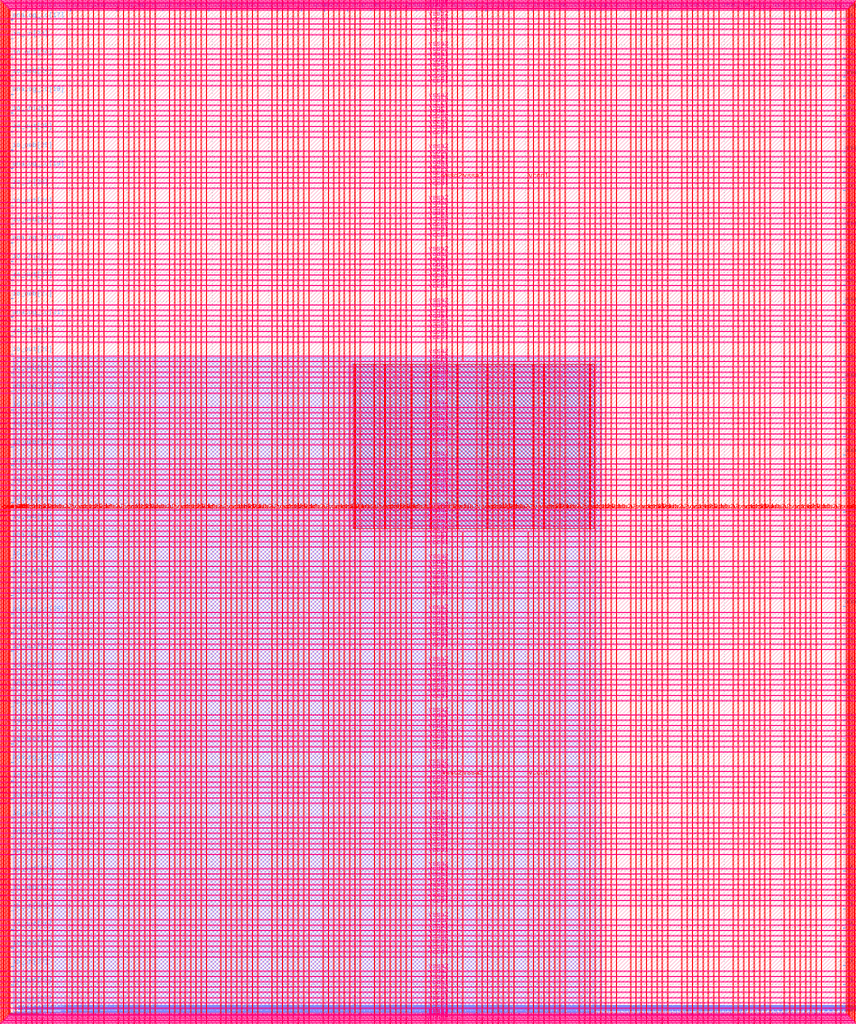
<source format=lef>
VERSION 5.7 ;
  NOWIREEXTENSIONATPIN ON ;
  DIVIDERCHAR "/" ;
  BUSBITCHARS "[]" ;
MACRO user_project_wrapper
  CLASS BLOCK ;
  FOREIGN user_project_wrapper ;
  ORIGIN 0.000 0.000 ;
  SIZE 2920.000 BY 3520.000 ;
  PIN analog_io[0]
    DIRECTION INOUT ;
    USE SIGNAL ;
    PORT
      LAYER met3 ;
        RECT 2917.600 1426.380 2924.800 1427.580 ;
    END
  END analog_io[0]
  PIN analog_io[10]
    DIRECTION INOUT ;
    USE SIGNAL ;
    PORT
      LAYER met2 ;
        RECT 2230.490 3517.600 2231.050 3524.800 ;
    END
  END analog_io[10]
  PIN analog_io[11]
    DIRECTION INOUT ;
    USE SIGNAL ;
    PORT
      LAYER met2 ;
        RECT 1905.730 3517.600 1906.290 3524.800 ;
    END
  END analog_io[11]
  PIN analog_io[12]
    DIRECTION INOUT ;
    USE SIGNAL ;
    PORT
      LAYER met2 ;
        RECT 1581.430 3517.600 1581.990 3524.800 ;
    END
  END analog_io[12]
  PIN analog_io[13]
    DIRECTION INOUT ;
    USE SIGNAL ;
    PORT
      LAYER met2 ;
        RECT 1257.130 3517.600 1257.690 3524.800 ;
    END
  END analog_io[13]
  PIN analog_io[14]
    DIRECTION INOUT ;
    USE SIGNAL ;
    PORT
      LAYER met2 ;
        RECT 932.370 3517.600 932.930 3524.800 ;
    END
  END analog_io[14]
  PIN analog_io[15]
    DIRECTION INOUT ;
    USE SIGNAL ;
    PORT
      LAYER met2 ;
        RECT 608.070 3517.600 608.630 3524.800 ;
    END
  END analog_io[15]
  PIN analog_io[16]
    DIRECTION INOUT ;
    USE SIGNAL ;
    PORT
      LAYER met2 ;
        RECT 283.770 3517.600 284.330 3524.800 ;
    END
  END analog_io[16]
  PIN analog_io[17]
    DIRECTION INOUT ;
    USE SIGNAL ;
    PORT
      LAYER met3 ;
        RECT -4.800 3486.100 2.400 3487.300 ;
    END
  END analog_io[17]
  PIN analog_io[18]
    DIRECTION INOUT ;
    USE SIGNAL ;
    PORT
      LAYER met3 ;
        RECT -4.800 3224.980 2.400 3226.180 ;
    END
  END analog_io[18]
  PIN analog_io[19]
    DIRECTION INOUT ;
    USE SIGNAL ;
    PORT
      LAYER met3 ;
        RECT -4.800 2964.540 2.400 2965.740 ;
    END
  END analog_io[19]
  PIN analog_io[1]
    DIRECTION INOUT ;
    USE SIGNAL ;
    PORT
      LAYER met3 ;
        RECT 2917.600 1692.260 2924.800 1693.460 ;
    END
  END analog_io[1]
  PIN analog_io[20]
    DIRECTION INOUT ;
    USE SIGNAL ;
    PORT
      LAYER met3 ;
        RECT -4.800 2703.420 2.400 2704.620 ;
    END
  END analog_io[20]
  PIN analog_io[21]
    DIRECTION INOUT ;
    USE SIGNAL ;
    PORT
      LAYER met3 ;
        RECT -4.800 2442.980 2.400 2444.180 ;
    END
  END analog_io[21]
  PIN analog_io[22]
    DIRECTION INOUT ;
    USE SIGNAL ;
    PORT
      LAYER met3 ;
        RECT -4.800 2182.540 2.400 2183.740 ;
    END
  END analog_io[22]
  PIN analog_io[23]
    DIRECTION INOUT ;
    USE SIGNAL ;
    PORT
      LAYER met3 ;
        RECT -4.800 1921.420 2.400 1922.620 ;
    END
  END analog_io[23]
  PIN analog_io[24]
    DIRECTION INOUT ;
    USE SIGNAL ;
    PORT
      LAYER met3 ;
        RECT -4.800 1660.980 2.400 1662.180 ;
    END
  END analog_io[24]
  PIN analog_io[25]
    DIRECTION INOUT ;
    USE SIGNAL ;
    PORT
      LAYER met3 ;
        RECT -4.800 1399.860 2.400 1401.060 ;
    END
  END analog_io[25]
  PIN analog_io[26]
    DIRECTION INOUT ;
    USE SIGNAL ;
    PORT
      LAYER met3 ;
        RECT -4.800 1139.420 2.400 1140.620 ;
    END
  END analog_io[26]
  PIN analog_io[27]
    DIRECTION INOUT ;
    USE SIGNAL ;
    PORT
      LAYER met3 ;
        RECT -4.800 878.980 2.400 880.180 ;
    END
  END analog_io[27]
  PIN analog_io[28]
    DIRECTION INOUT ;
    USE SIGNAL ;
    PORT
      LAYER met3 ;
        RECT -4.800 617.860 2.400 619.060 ;
    END
  END analog_io[28]
  PIN analog_io[2]
    DIRECTION INOUT ;
    USE SIGNAL ;
    PORT
      LAYER met3 ;
        RECT 2917.600 1958.140 2924.800 1959.340 ;
    END
  END analog_io[2]
  PIN analog_io[3]
    DIRECTION INOUT ;
    USE SIGNAL ;
    PORT
      LAYER met3 ;
        RECT 2917.600 2223.340 2924.800 2224.540 ;
    END
  END analog_io[3]
  PIN analog_io[4]
    DIRECTION INOUT ;
    USE SIGNAL ;
    PORT
      LAYER met3 ;
        RECT 2917.600 2489.220 2924.800 2490.420 ;
    END
  END analog_io[4]
  PIN analog_io[5]
    DIRECTION INOUT ;
    USE SIGNAL ;
    PORT
      LAYER met3 ;
        RECT 2917.600 2755.100 2924.800 2756.300 ;
    END
  END analog_io[5]
  PIN analog_io[6]
    DIRECTION INOUT ;
    USE SIGNAL ;
    PORT
      LAYER met3 ;
        RECT 2917.600 3020.300 2924.800 3021.500 ;
    END
  END analog_io[6]
  PIN analog_io[7]
    DIRECTION INOUT ;
    USE SIGNAL ;
    PORT
      LAYER met3 ;
        RECT 2917.600 3286.180 2924.800 3287.380 ;
    END
  END analog_io[7]
  PIN analog_io[8]
    DIRECTION INOUT ;
    USE SIGNAL ;
    PORT
      LAYER met2 ;
        RECT 2879.090 3517.600 2879.650 3524.800 ;
    END
  END analog_io[8]
  PIN analog_io[9]
    DIRECTION INOUT ;
    USE SIGNAL ;
    PORT
      LAYER met2 ;
        RECT 2554.790 3517.600 2555.350 3524.800 ;
    END
  END analog_io[9]
  PIN io_in[0]
    DIRECTION INPUT ;
    USE SIGNAL ;
    PORT
      LAYER met3 ;
        RECT 2917.600 32.380 2924.800 33.580 ;
    END
  END io_in[0]
  PIN io_in[10]
    DIRECTION INPUT ;
    USE SIGNAL ;
    PORT
      LAYER met3 ;
        RECT 2917.600 2289.980 2924.800 2291.180 ;
    END
  END io_in[10]
  PIN io_in[11]
    DIRECTION INPUT ;
    USE SIGNAL ;
    PORT
      LAYER met3 ;
        RECT 2917.600 2555.860 2924.800 2557.060 ;
    END
  END io_in[11]
  PIN io_in[12]
    DIRECTION INPUT ;
    USE SIGNAL ;
    PORT
      LAYER met3 ;
        RECT 2917.600 2821.060 2924.800 2822.260 ;
    END
  END io_in[12]
  PIN io_in[13]
    DIRECTION INPUT ;
    USE SIGNAL ;
    PORT
      LAYER met3 ;
        RECT 2917.600 3086.940 2924.800 3088.140 ;
    END
  END io_in[13]
  PIN io_in[14]
    DIRECTION INPUT ;
    USE SIGNAL ;
    PORT
      LAYER met3 ;
        RECT 2917.600 3352.820 2924.800 3354.020 ;
    END
  END io_in[14]
  PIN io_in[15]
    DIRECTION INPUT ;
    USE SIGNAL ;
    PORT
      LAYER met2 ;
        RECT 2798.130 3517.600 2798.690 3524.800 ;
    END
  END io_in[15]
  PIN io_in[16]
    DIRECTION INPUT ;
    USE SIGNAL ;
    PORT
      LAYER met2 ;
        RECT 2473.830 3517.600 2474.390 3524.800 ;
    END
  END io_in[16]
  PIN io_in[17]
    DIRECTION INPUT ;
    USE SIGNAL ;
    PORT
      LAYER met2 ;
        RECT 2149.070 3517.600 2149.630 3524.800 ;
    END
  END io_in[17]
  PIN io_in[18]
    DIRECTION INPUT ;
    USE SIGNAL ;
    PORT
      LAYER met2 ;
        RECT 1824.770 3517.600 1825.330 3524.800 ;
    END
  END io_in[18]
  PIN io_in[19]
    DIRECTION INPUT ;
    USE SIGNAL ;
    PORT
      LAYER met2 ;
        RECT 1500.470 3517.600 1501.030 3524.800 ;
    END
  END io_in[19]
  PIN io_in[1]
    DIRECTION INPUT ;
    USE SIGNAL ;
    PORT
      LAYER met3 ;
        RECT 2917.600 230.940 2924.800 232.140 ;
    END
  END io_in[1]
  PIN io_in[20]
    DIRECTION INPUT ;
    USE SIGNAL ;
    PORT
      LAYER met2 ;
        RECT 1175.710 3517.600 1176.270 3524.800 ;
    END
  END io_in[20]
  PIN io_in[21]
    DIRECTION INPUT ;
    USE SIGNAL ;
    PORT
      LAYER met2 ;
        RECT 851.410 3517.600 851.970 3524.800 ;
    END
  END io_in[21]
  PIN io_in[22]
    DIRECTION INPUT ;
    USE SIGNAL ;
    PORT
      LAYER met2 ;
        RECT 527.110 3517.600 527.670 3524.800 ;
    END
  END io_in[22]
  PIN io_in[23]
    DIRECTION INPUT ;
    USE SIGNAL ;
    PORT
      LAYER met2 ;
        RECT 202.350 3517.600 202.910 3524.800 ;
    END
  END io_in[23]
  PIN io_in[24]
    DIRECTION INPUT ;
    USE SIGNAL ;
    PORT
      LAYER met3 ;
        RECT -4.800 3420.820 2.400 3422.020 ;
    END
  END io_in[24]
  PIN io_in[25]
    DIRECTION INPUT ;
    USE SIGNAL ;
    PORT
      LAYER met3 ;
        RECT -4.800 3159.700 2.400 3160.900 ;
    END
  END io_in[25]
  PIN io_in[26]
    DIRECTION INPUT ;
    USE SIGNAL ;
    PORT
      LAYER met3 ;
        RECT -4.800 2899.260 2.400 2900.460 ;
    END
  END io_in[26]
  PIN io_in[27]
    DIRECTION INPUT ;
    USE SIGNAL ;
    PORT
      LAYER met3 ;
        RECT -4.800 2638.820 2.400 2640.020 ;
    END
  END io_in[27]
  PIN io_in[28]
    DIRECTION INPUT ;
    USE SIGNAL ;
    PORT
      LAYER met3 ;
        RECT -4.800 2377.700 2.400 2378.900 ;
    END
  END io_in[28]
  PIN io_in[29]
    DIRECTION INPUT ;
    USE SIGNAL ;
    PORT
      LAYER met3 ;
        RECT -4.800 2117.260 2.400 2118.460 ;
    END
  END io_in[29]
  PIN io_in[2]
    DIRECTION INPUT ;
    USE SIGNAL ;
    PORT
      LAYER met3 ;
        RECT 2917.600 430.180 2924.800 431.380 ;
    END
  END io_in[2]
  PIN io_in[30]
    DIRECTION INPUT ;
    USE SIGNAL ;
    PORT
      LAYER met3 ;
        RECT -4.800 1856.140 2.400 1857.340 ;
    END
  END io_in[30]
  PIN io_in[31]
    DIRECTION INPUT ;
    USE SIGNAL ;
    PORT
      LAYER met3 ;
        RECT -4.800 1595.700 2.400 1596.900 ;
    END
  END io_in[31]
  PIN io_in[32]
    DIRECTION INPUT ;
    USE SIGNAL ;
    PORT
      LAYER met3 ;
        RECT -4.800 1335.260 2.400 1336.460 ;
    END
  END io_in[32]
  PIN io_in[33]
    DIRECTION INPUT ;
    USE SIGNAL ;
    PORT
      LAYER met3 ;
        RECT -4.800 1074.140 2.400 1075.340 ;
    END
  END io_in[33]
  PIN io_in[34]
    DIRECTION INPUT ;
    USE SIGNAL ;
    PORT
      LAYER met3 ;
        RECT -4.800 813.700 2.400 814.900 ;
    END
  END io_in[34]
  PIN io_in[35]
    DIRECTION INPUT ;
    USE SIGNAL ;
    PORT
      LAYER met3 ;
        RECT -4.800 552.580 2.400 553.780 ;
    END
  END io_in[35]
  PIN io_in[36]
    DIRECTION INPUT ;
    USE SIGNAL ;
    PORT
      LAYER met3 ;
        RECT -4.800 357.420 2.400 358.620 ;
    END
  END io_in[36]
  PIN io_in[37]
    DIRECTION INPUT ;
    USE SIGNAL ;
    PORT
      LAYER met3 ;
        RECT -4.800 161.580 2.400 162.780 ;
    END
  END io_in[37]
  PIN io_in[3]
    DIRECTION INPUT ;
    USE SIGNAL ;
    PORT
      LAYER met3 ;
        RECT 2917.600 629.420 2924.800 630.620 ;
    END
  END io_in[3]
  PIN io_in[4]
    DIRECTION INPUT ;
    USE SIGNAL ;
    PORT
      LAYER met3 ;
        RECT 2917.600 828.660 2924.800 829.860 ;
    END
  END io_in[4]
  PIN io_in[5]
    DIRECTION INPUT ;
    USE SIGNAL ;
    PORT
      LAYER met3 ;
        RECT 2917.600 1027.900 2924.800 1029.100 ;
    END
  END io_in[5]
  PIN io_in[6]
    DIRECTION INPUT ;
    USE SIGNAL ;
    PORT
      LAYER met3 ;
        RECT 2917.600 1227.140 2924.800 1228.340 ;
    END
  END io_in[6]
  PIN io_in[7]
    DIRECTION INPUT ;
    USE SIGNAL ;
    PORT
      LAYER met3 ;
        RECT 2917.600 1493.020 2924.800 1494.220 ;
    END
  END io_in[7]
  PIN io_in[8]
    DIRECTION INPUT ;
    USE SIGNAL ;
    PORT
      LAYER met3 ;
        RECT 2917.600 1758.900 2924.800 1760.100 ;
    END
  END io_in[8]
  PIN io_in[9]
    DIRECTION INPUT ;
    USE SIGNAL ;
    PORT
      LAYER met3 ;
        RECT 2917.600 2024.100 2924.800 2025.300 ;
    END
  END io_in[9]
  PIN io_oeb[0]
    DIRECTION OUTPUT TRISTATE ;
    USE SIGNAL ;
    PORT
      LAYER met3 ;
        RECT 2917.600 164.980 2924.800 166.180 ;
    END
  END io_oeb[0]
  PIN io_oeb[10]
    DIRECTION OUTPUT TRISTATE ;
    USE SIGNAL ;
    PORT
      LAYER met3 ;
        RECT 2917.600 2422.580 2924.800 2423.780 ;
    END
  END io_oeb[10]
  PIN io_oeb[11]
    DIRECTION OUTPUT TRISTATE ;
    USE SIGNAL ;
    PORT
      LAYER met3 ;
        RECT 2917.600 2688.460 2924.800 2689.660 ;
    END
  END io_oeb[11]
  PIN io_oeb[12]
    DIRECTION OUTPUT TRISTATE ;
    USE SIGNAL ;
    PORT
      LAYER met3 ;
        RECT 2917.600 2954.340 2924.800 2955.540 ;
    END
  END io_oeb[12]
  PIN io_oeb[13]
    DIRECTION OUTPUT TRISTATE ;
    USE SIGNAL ;
    PORT
      LAYER met3 ;
        RECT 2917.600 3219.540 2924.800 3220.740 ;
    END
  END io_oeb[13]
  PIN io_oeb[14]
    DIRECTION OUTPUT TRISTATE ;
    USE SIGNAL ;
    PORT
      LAYER met3 ;
        RECT 2917.600 3485.420 2924.800 3486.620 ;
    END
  END io_oeb[14]
  PIN io_oeb[15]
    DIRECTION OUTPUT TRISTATE ;
    USE SIGNAL ;
    PORT
      LAYER met2 ;
        RECT 2635.750 3517.600 2636.310 3524.800 ;
    END
  END io_oeb[15]
  PIN io_oeb[16]
    DIRECTION OUTPUT TRISTATE ;
    USE SIGNAL ;
    PORT
      LAYER met2 ;
        RECT 2311.450 3517.600 2312.010 3524.800 ;
    END
  END io_oeb[16]
  PIN io_oeb[17]
    DIRECTION OUTPUT TRISTATE ;
    USE SIGNAL ;
    PORT
      LAYER met2 ;
        RECT 1987.150 3517.600 1987.710 3524.800 ;
    END
  END io_oeb[17]
  PIN io_oeb[18]
    DIRECTION OUTPUT TRISTATE ;
    USE SIGNAL ;
    PORT
      LAYER met2 ;
        RECT 1662.390 3517.600 1662.950 3524.800 ;
    END
  END io_oeb[18]
  PIN io_oeb[19]
    DIRECTION OUTPUT TRISTATE ;
    USE SIGNAL ;
    PORT
      LAYER met2 ;
        RECT 1338.090 3517.600 1338.650 3524.800 ;
    END
  END io_oeb[19]
  PIN io_oeb[1]
    DIRECTION OUTPUT TRISTATE ;
    USE SIGNAL ;
    PORT
      LAYER met3 ;
        RECT 2917.600 364.220 2924.800 365.420 ;
    END
  END io_oeb[1]
  PIN io_oeb[20]
    DIRECTION OUTPUT TRISTATE ;
    USE SIGNAL ;
    PORT
      LAYER met2 ;
        RECT 1013.790 3517.600 1014.350 3524.800 ;
    END
  END io_oeb[20]
  PIN io_oeb[21]
    DIRECTION OUTPUT TRISTATE ;
    USE SIGNAL ;
    PORT
      LAYER met2 ;
        RECT 689.030 3517.600 689.590 3524.800 ;
    END
  END io_oeb[21]
  PIN io_oeb[22]
    DIRECTION OUTPUT TRISTATE ;
    USE SIGNAL ;
    PORT
      LAYER met2 ;
        RECT 364.730 3517.600 365.290 3524.800 ;
    END
  END io_oeb[22]
  PIN io_oeb[23]
    DIRECTION OUTPUT TRISTATE ;
    USE SIGNAL ;
    PORT
      LAYER met2 ;
        RECT 40.430 3517.600 40.990 3524.800 ;
    END
  END io_oeb[23]
  PIN io_oeb[24]
    DIRECTION OUTPUT TRISTATE ;
    USE SIGNAL ;
    PORT
      LAYER met3 ;
        RECT -4.800 3290.260 2.400 3291.460 ;
    END
  END io_oeb[24]
  PIN io_oeb[25]
    DIRECTION OUTPUT TRISTATE ;
    USE SIGNAL ;
    PORT
      LAYER met3 ;
        RECT -4.800 3029.820 2.400 3031.020 ;
    END
  END io_oeb[25]
  PIN io_oeb[26]
    DIRECTION OUTPUT TRISTATE ;
    USE SIGNAL ;
    PORT
      LAYER met3 ;
        RECT -4.800 2768.700 2.400 2769.900 ;
    END
  END io_oeb[26]
  PIN io_oeb[27]
    DIRECTION OUTPUT TRISTATE ;
    USE SIGNAL ;
    PORT
      LAYER met3 ;
        RECT -4.800 2508.260 2.400 2509.460 ;
    END
  END io_oeb[27]
  PIN io_oeb[28]
    DIRECTION OUTPUT TRISTATE ;
    USE SIGNAL ;
    PORT
      LAYER met3 ;
        RECT -4.800 2247.140 2.400 2248.340 ;
    END
  END io_oeb[28]
  PIN io_oeb[29]
    DIRECTION OUTPUT TRISTATE ;
    USE SIGNAL ;
    PORT
      LAYER met3 ;
        RECT -4.800 1986.700 2.400 1987.900 ;
    END
  END io_oeb[29]
  PIN io_oeb[2]
    DIRECTION OUTPUT TRISTATE ;
    USE SIGNAL ;
    PORT
      LAYER met3 ;
        RECT 2917.600 563.460 2924.800 564.660 ;
    END
  END io_oeb[2]
  PIN io_oeb[30]
    DIRECTION OUTPUT TRISTATE ;
    USE SIGNAL ;
    PORT
      LAYER met3 ;
        RECT -4.800 1726.260 2.400 1727.460 ;
    END
  END io_oeb[30]
  PIN io_oeb[31]
    DIRECTION OUTPUT TRISTATE ;
    USE SIGNAL ;
    PORT
      LAYER met3 ;
        RECT -4.800 1465.140 2.400 1466.340 ;
    END
  END io_oeb[31]
  PIN io_oeb[32]
    DIRECTION OUTPUT TRISTATE ;
    USE SIGNAL ;
    PORT
      LAYER met3 ;
        RECT -4.800 1204.700 2.400 1205.900 ;
    END
  END io_oeb[32]
  PIN io_oeb[33]
    DIRECTION OUTPUT TRISTATE ;
    USE SIGNAL ;
    PORT
      LAYER met3 ;
        RECT -4.800 943.580 2.400 944.780 ;
    END
  END io_oeb[33]
  PIN io_oeb[34]
    DIRECTION OUTPUT TRISTATE ;
    USE SIGNAL ;
    PORT
      LAYER met3 ;
        RECT -4.800 683.140 2.400 684.340 ;
    END
  END io_oeb[34]
  PIN io_oeb[35]
    DIRECTION OUTPUT TRISTATE ;
    USE SIGNAL ;
    PORT
      LAYER met3 ;
        RECT -4.800 422.700 2.400 423.900 ;
    END
  END io_oeb[35]
  PIN io_oeb[36]
    DIRECTION OUTPUT TRISTATE ;
    USE SIGNAL ;
    PORT
      LAYER met3 ;
        RECT -4.800 226.860 2.400 228.060 ;
    END
  END io_oeb[36]
  PIN io_oeb[37]
    DIRECTION OUTPUT TRISTATE ;
    USE SIGNAL ;
    PORT
      LAYER met3 ;
        RECT -4.800 31.700 2.400 32.900 ;
    END
  END io_oeb[37]
  PIN io_oeb[3]
    DIRECTION OUTPUT TRISTATE ;
    USE SIGNAL ;
    PORT
      LAYER met3 ;
        RECT 2917.600 762.700 2924.800 763.900 ;
    END
  END io_oeb[3]
  PIN io_oeb[4]
    DIRECTION OUTPUT TRISTATE ;
    USE SIGNAL ;
    PORT
      LAYER met3 ;
        RECT 2917.600 961.940 2924.800 963.140 ;
    END
  END io_oeb[4]
  PIN io_oeb[5]
    DIRECTION OUTPUT TRISTATE ;
    USE SIGNAL ;
    PORT
      LAYER met3 ;
        RECT 2917.600 1161.180 2924.800 1162.380 ;
    END
  END io_oeb[5]
  PIN io_oeb[6]
    DIRECTION OUTPUT TRISTATE ;
    USE SIGNAL ;
    PORT
      LAYER met3 ;
        RECT 2917.600 1360.420 2924.800 1361.620 ;
    END
  END io_oeb[6]
  PIN io_oeb[7]
    DIRECTION OUTPUT TRISTATE ;
    USE SIGNAL ;
    PORT
      LAYER met3 ;
        RECT 2917.600 1625.620 2924.800 1626.820 ;
    END
  END io_oeb[7]
  PIN io_oeb[8]
    DIRECTION OUTPUT TRISTATE ;
    USE SIGNAL ;
    PORT
      LAYER met3 ;
        RECT 2917.600 1891.500 2924.800 1892.700 ;
    END
  END io_oeb[8]
  PIN io_oeb[9]
    DIRECTION OUTPUT TRISTATE ;
    USE SIGNAL ;
    PORT
      LAYER met3 ;
        RECT 2917.600 2157.380 2924.800 2158.580 ;
    END
  END io_oeb[9]
  PIN io_out[0]
    DIRECTION OUTPUT TRISTATE ;
    USE SIGNAL ;
    PORT
      LAYER met3 ;
        RECT 2917.600 98.340 2924.800 99.540 ;
    END
  END io_out[0]
  PIN io_out[10]
    DIRECTION OUTPUT TRISTATE ;
    USE SIGNAL ;
    PORT
      LAYER met3 ;
        RECT 2917.600 2356.620 2924.800 2357.820 ;
    END
  END io_out[10]
  PIN io_out[11]
    DIRECTION OUTPUT TRISTATE ;
    USE SIGNAL ;
    PORT
      LAYER met3 ;
        RECT 2917.600 2621.820 2924.800 2623.020 ;
    END
  END io_out[11]
  PIN io_out[12]
    DIRECTION OUTPUT TRISTATE ;
    USE SIGNAL ;
    PORT
      LAYER met3 ;
        RECT 2917.600 2887.700 2924.800 2888.900 ;
    END
  END io_out[12]
  PIN io_out[13]
    DIRECTION OUTPUT TRISTATE ;
    USE SIGNAL ;
    PORT
      LAYER met3 ;
        RECT 2917.600 3153.580 2924.800 3154.780 ;
    END
  END io_out[13]
  PIN io_out[14]
    DIRECTION OUTPUT TRISTATE ;
    USE SIGNAL ;
    PORT
      LAYER met3 ;
        RECT 2917.600 3418.780 2924.800 3419.980 ;
    END
  END io_out[14]
  PIN io_out[15]
    DIRECTION OUTPUT TRISTATE ;
    USE SIGNAL ;
    PORT
      LAYER met2 ;
        RECT 2717.170 3517.600 2717.730 3524.800 ;
    END
  END io_out[15]
  PIN io_out[16]
    DIRECTION OUTPUT TRISTATE ;
    USE SIGNAL ;
    PORT
      LAYER met2 ;
        RECT 2392.410 3517.600 2392.970 3524.800 ;
    END
  END io_out[16]
  PIN io_out[17]
    DIRECTION OUTPUT TRISTATE ;
    USE SIGNAL ;
    PORT
      LAYER met2 ;
        RECT 2068.110 3517.600 2068.670 3524.800 ;
    END
  END io_out[17]
  PIN io_out[18]
    DIRECTION OUTPUT TRISTATE ;
    USE SIGNAL ;
    PORT
      LAYER met2 ;
        RECT 1743.810 3517.600 1744.370 3524.800 ;
    END
  END io_out[18]
  PIN io_out[19]
    DIRECTION OUTPUT TRISTATE ;
    USE SIGNAL ;
    PORT
      LAYER met2 ;
        RECT 1419.050 3517.600 1419.610 3524.800 ;
    END
  END io_out[19]
  PIN io_out[1]
    DIRECTION OUTPUT TRISTATE ;
    USE SIGNAL ;
    PORT
      LAYER met3 ;
        RECT 2917.600 297.580 2924.800 298.780 ;
    END
  END io_out[1]
  PIN io_out[20]
    DIRECTION OUTPUT TRISTATE ;
    USE SIGNAL ;
    PORT
      LAYER met2 ;
        RECT 1094.750 3517.600 1095.310 3524.800 ;
    END
  END io_out[20]
  PIN io_out[21]
    DIRECTION OUTPUT TRISTATE ;
    USE SIGNAL ;
    PORT
      LAYER met2 ;
        RECT 770.450 3517.600 771.010 3524.800 ;
    END
  END io_out[21]
  PIN io_out[22]
    DIRECTION OUTPUT TRISTATE ;
    USE SIGNAL ;
    PORT
      LAYER met2 ;
        RECT 445.690 3517.600 446.250 3524.800 ;
    END
  END io_out[22]
  PIN io_out[23]
    DIRECTION OUTPUT TRISTATE ;
    USE SIGNAL ;
    PORT
      LAYER met2 ;
        RECT 121.390 3517.600 121.950 3524.800 ;
    END
  END io_out[23]
  PIN io_out[24]
    DIRECTION OUTPUT TRISTATE ;
    USE SIGNAL ;
    PORT
      LAYER met3 ;
        RECT -4.800 3355.540 2.400 3356.740 ;
    END
  END io_out[24]
  PIN io_out[25]
    DIRECTION OUTPUT TRISTATE ;
    USE SIGNAL ;
    PORT
      LAYER met3 ;
        RECT -4.800 3095.100 2.400 3096.300 ;
    END
  END io_out[25]
  PIN io_out[26]
    DIRECTION OUTPUT TRISTATE ;
    USE SIGNAL ;
    PORT
      LAYER met3 ;
        RECT -4.800 2833.980 2.400 2835.180 ;
    END
  END io_out[26]
  PIN io_out[27]
    DIRECTION OUTPUT TRISTATE ;
    USE SIGNAL ;
    PORT
      LAYER met3 ;
        RECT -4.800 2573.540 2.400 2574.740 ;
    END
  END io_out[27]
  PIN io_out[28]
    DIRECTION OUTPUT TRISTATE ;
    USE SIGNAL ;
    PORT
      LAYER met3 ;
        RECT -4.800 2312.420 2.400 2313.620 ;
    END
  END io_out[28]
  PIN io_out[29]
    DIRECTION OUTPUT TRISTATE ;
    USE SIGNAL ;
    PORT
      LAYER met3 ;
        RECT -4.800 2051.980 2.400 2053.180 ;
    END
  END io_out[29]
  PIN io_out[2]
    DIRECTION OUTPUT TRISTATE ;
    USE SIGNAL ;
    PORT
      LAYER met3 ;
        RECT 2917.600 496.820 2924.800 498.020 ;
    END
  END io_out[2]
  PIN io_out[30]
    DIRECTION OUTPUT TRISTATE ;
    USE SIGNAL ;
    PORT
      LAYER met3 ;
        RECT -4.800 1791.540 2.400 1792.740 ;
    END
  END io_out[30]
  PIN io_out[31]
    DIRECTION OUTPUT TRISTATE ;
    USE SIGNAL ;
    PORT
      LAYER met3 ;
        RECT -4.800 1530.420 2.400 1531.620 ;
    END
  END io_out[31]
  PIN io_out[32]
    DIRECTION OUTPUT TRISTATE ;
    USE SIGNAL ;
    PORT
      LAYER met3 ;
        RECT -4.800 1269.980 2.400 1271.180 ;
    END
  END io_out[32]
  PIN io_out[33]
    DIRECTION OUTPUT TRISTATE ;
    USE SIGNAL ;
    PORT
      LAYER met3 ;
        RECT -4.800 1008.860 2.400 1010.060 ;
    END
  END io_out[33]
  PIN io_out[34]
    DIRECTION OUTPUT TRISTATE ;
    USE SIGNAL ;
    PORT
      LAYER met3 ;
        RECT -4.800 748.420 2.400 749.620 ;
    END
  END io_out[34]
  PIN io_out[35]
    DIRECTION OUTPUT TRISTATE ;
    USE SIGNAL ;
    PORT
      LAYER met3 ;
        RECT -4.800 487.300 2.400 488.500 ;
    END
  END io_out[35]
  PIN io_out[36]
    DIRECTION OUTPUT TRISTATE ;
    USE SIGNAL ;
    PORT
      LAYER met3 ;
        RECT -4.800 292.140 2.400 293.340 ;
    END
  END io_out[36]
  PIN io_out[37]
    DIRECTION OUTPUT TRISTATE ;
    USE SIGNAL ;
    PORT
      LAYER met3 ;
        RECT -4.800 96.300 2.400 97.500 ;
    END
  END io_out[37]
  PIN io_out[3]
    DIRECTION OUTPUT TRISTATE ;
    USE SIGNAL ;
    PORT
      LAYER met3 ;
        RECT 2917.600 696.060 2924.800 697.260 ;
    END
  END io_out[3]
  PIN io_out[4]
    DIRECTION OUTPUT TRISTATE ;
    USE SIGNAL ;
    PORT
      LAYER met3 ;
        RECT 2917.600 895.300 2924.800 896.500 ;
    END
  END io_out[4]
  PIN io_out[5]
    DIRECTION OUTPUT TRISTATE ;
    USE SIGNAL ;
    PORT
      LAYER met3 ;
        RECT 2917.600 1094.540 2924.800 1095.740 ;
    END
  END io_out[5]
  PIN io_out[6]
    DIRECTION OUTPUT TRISTATE ;
    USE SIGNAL ;
    PORT
      LAYER met3 ;
        RECT 2917.600 1293.780 2924.800 1294.980 ;
    END
  END io_out[6]
  PIN io_out[7]
    DIRECTION OUTPUT TRISTATE ;
    USE SIGNAL ;
    PORT
      LAYER met3 ;
        RECT 2917.600 1559.660 2924.800 1560.860 ;
    END
  END io_out[7]
  PIN io_out[8]
    DIRECTION OUTPUT TRISTATE ;
    USE SIGNAL ;
    PORT
      LAYER met3 ;
        RECT 2917.600 1824.860 2924.800 1826.060 ;
    END
  END io_out[8]
  PIN io_out[9]
    DIRECTION OUTPUT TRISTATE ;
    USE SIGNAL ;
    PORT
      LAYER met3 ;
        RECT 2917.600 2090.740 2924.800 2091.940 ;
    END
  END io_out[9]
  PIN la_data_in[0]
    DIRECTION INPUT ;
    USE SIGNAL ;
    PORT
      LAYER met2 ;
        RECT 629.230 -4.800 629.790 2.400 ;
    END
  END la_data_in[0]
  PIN la_data_in[100]
    DIRECTION INPUT ;
    USE SIGNAL ;
    PORT
      LAYER met2 ;
        RECT 2402.530 -4.800 2403.090 2.400 ;
    END
  END la_data_in[100]
  PIN la_data_in[101]
    DIRECTION INPUT ;
    USE SIGNAL ;
    PORT
      LAYER met2 ;
        RECT 2420.010 -4.800 2420.570 2.400 ;
    END
  END la_data_in[101]
  PIN la_data_in[102]
    DIRECTION INPUT ;
    USE SIGNAL ;
    PORT
      LAYER met2 ;
        RECT 2437.950 -4.800 2438.510 2.400 ;
    END
  END la_data_in[102]
  PIN la_data_in[103]
    DIRECTION INPUT ;
    USE SIGNAL ;
    PORT
      LAYER met2 ;
        RECT 2455.430 -4.800 2455.990 2.400 ;
    END
  END la_data_in[103]
  PIN la_data_in[104]
    DIRECTION INPUT ;
    USE SIGNAL ;
    PORT
      LAYER met2 ;
        RECT 2473.370 -4.800 2473.930 2.400 ;
    END
  END la_data_in[104]
  PIN la_data_in[105]
    DIRECTION INPUT ;
    USE SIGNAL ;
    PORT
      LAYER met2 ;
        RECT 2490.850 -4.800 2491.410 2.400 ;
    END
  END la_data_in[105]
  PIN la_data_in[106]
    DIRECTION INPUT ;
    USE SIGNAL ;
    PORT
      LAYER met2 ;
        RECT 2508.790 -4.800 2509.350 2.400 ;
    END
  END la_data_in[106]
  PIN la_data_in[107]
    DIRECTION INPUT ;
    USE SIGNAL ;
    PORT
      LAYER met2 ;
        RECT 2526.730 -4.800 2527.290 2.400 ;
    END
  END la_data_in[107]
  PIN la_data_in[108]
    DIRECTION INPUT ;
    USE SIGNAL ;
    PORT
      LAYER met2 ;
        RECT 2544.210 -4.800 2544.770 2.400 ;
    END
  END la_data_in[108]
  PIN la_data_in[109]
    DIRECTION INPUT ;
    USE SIGNAL ;
    PORT
      LAYER met2 ;
        RECT 2562.150 -4.800 2562.710 2.400 ;
    END
  END la_data_in[109]
  PIN la_data_in[10]
    DIRECTION INPUT ;
    USE SIGNAL ;
    PORT
      LAYER met2 ;
        RECT 806.330 -4.800 806.890 2.400 ;
    END
  END la_data_in[10]
  PIN la_data_in[110]
    DIRECTION INPUT ;
    USE SIGNAL ;
    PORT
      LAYER met2 ;
        RECT 2579.630 -4.800 2580.190 2.400 ;
    END
  END la_data_in[110]
  PIN la_data_in[111]
    DIRECTION INPUT ;
    USE SIGNAL ;
    PORT
      LAYER met2 ;
        RECT 2597.570 -4.800 2598.130 2.400 ;
    END
  END la_data_in[111]
  PIN la_data_in[112]
    DIRECTION INPUT ;
    USE SIGNAL ;
    PORT
      LAYER met2 ;
        RECT 2615.050 -4.800 2615.610 2.400 ;
    END
  END la_data_in[112]
  PIN la_data_in[113]
    DIRECTION INPUT ;
    USE SIGNAL ;
    PORT
      LAYER met2 ;
        RECT 2632.990 -4.800 2633.550 2.400 ;
    END
  END la_data_in[113]
  PIN la_data_in[114]
    DIRECTION INPUT ;
    USE SIGNAL ;
    PORT
      LAYER met2 ;
        RECT 2650.470 -4.800 2651.030 2.400 ;
    END
  END la_data_in[114]
  PIN la_data_in[115]
    DIRECTION INPUT ;
    USE SIGNAL ;
    PORT
      LAYER met2 ;
        RECT 2668.410 -4.800 2668.970 2.400 ;
    END
  END la_data_in[115]
  PIN la_data_in[116]
    DIRECTION INPUT ;
    USE SIGNAL ;
    PORT
      LAYER met2 ;
        RECT 2685.890 -4.800 2686.450 2.400 ;
    END
  END la_data_in[116]
  PIN la_data_in[117]
    DIRECTION INPUT ;
    USE SIGNAL ;
    PORT
      LAYER met2 ;
        RECT 2703.830 -4.800 2704.390 2.400 ;
    END
  END la_data_in[117]
  PIN la_data_in[118]
    DIRECTION INPUT ;
    USE SIGNAL ;
    PORT
      LAYER met2 ;
        RECT 2721.770 -4.800 2722.330 2.400 ;
    END
  END la_data_in[118]
  PIN la_data_in[119]
    DIRECTION INPUT ;
    USE SIGNAL ;
    PORT
      LAYER met2 ;
        RECT 2739.250 -4.800 2739.810 2.400 ;
    END
  END la_data_in[119]
  PIN la_data_in[11]
    DIRECTION INPUT ;
    USE SIGNAL ;
    PORT
      LAYER met2 ;
        RECT 824.270 -4.800 824.830 2.400 ;
    END
  END la_data_in[11]
  PIN la_data_in[120]
    DIRECTION INPUT ;
    USE SIGNAL ;
    PORT
      LAYER met2 ;
        RECT 2757.190 -4.800 2757.750 2.400 ;
    END
  END la_data_in[120]
  PIN la_data_in[121]
    DIRECTION INPUT ;
    USE SIGNAL ;
    PORT
      LAYER met2 ;
        RECT 2774.670 -4.800 2775.230 2.400 ;
    END
  END la_data_in[121]
  PIN la_data_in[122]
    DIRECTION INPUT ;
    USE SIGNAL ;
    PORT
      LAYER met2 ;
        RECT 2792.610 -4.800 2793.170 2.400 ;
    END
  END la_data_in[122]
  PIN la_data_in[123]
    DIRECTION INPUT ;
    USE SIGNAL ;
    PORT
      LAYER met2 ;
        RECT 2810.090 -4.800 2810.650 2.400 ;
    END
  END la_data_in[123]
  PIN la_data_in[124]
    DIRECTION INPUT ;
    USE SIGNAL ;
    PORT
      LAYER met2 ;
        RECT 2828.030 -4.800 2828.590 2.400 ;
    END
  END la_data_in[124]
  PIN la_data_in[125]
    DIRECTION INPUT ;
    USE SIGNAL ;
    PORT
      LAYER met2 ;
        RECT 2845.510 -4.800 2846.070 2.400 ;
    END
  END la_data_in[125]
  PIN la_data_in[126]
    DIRECTION INPUT ;
    USE SIGNAL ;
    PORT
      LAYER met2 ;
        RECT 2863.450 -4.800 2864.010 2.400 ;
    END
  END la_data_in[126]
  PIN la_data_in[127]
    DIRECTION INPUT ;
    USE SIGNAL ;
    PORT
      LAYER met2 ;
        RECT 2881.390 -4.800 2881.950 2.400 ;
    END
  END la_data_in[127]
  PIN la_data_in[12]
    DIRECTION INPUT ;
    USE SIGNAL ;
    PORT
      LAYER met2 ;
        RECT 841.750 -4.800 842.310 2.400 ;
    END
  END la_data_in[12]
  PIN la_data_in[13]
    DIRECTION INPUT ;
    USE SIGNAL ;
    PORT
      LAYER met2 ;
        RECT 859.690 -4.800 860.250 2.400 ;
    END
  END la_data_in[13]
  PIN la_data_in[14]
    DIRECTION INPUT ;
    USE SIGNAL ;
    PORT
      LAYER met2 ;
        RECT 877.170 -4.800 877.730 2.400 ;
    END
  END la_data_in[14]
  PIN la_data_in[15]
    DIRECTION INPUT ;
    USE SIGNAL ;
    PORT
      LAYER met2 ;
        RECT 895.110 -4.800 895.670 2.400 ;
    END
  END la_data_in[15]
  PIN la_data_in[16]
    DIRECTION INPUT ;
    USE SIGNAL ;
    PORT
      LAYER met2 ;
        RECT 912.590 -4.800 913.150 2.400 ;
    END
  END la_data_in[16]
  PIN la_data_in[17]
    DIRECTION INPUT ;
    USE SIGNAL ;
    PORT
      LAYER met2 ;
        RECT 930.530 -4.800 931.090 2.400 ;
    END
  END la_data_in[17]
  PIN la_data_in[18]
    DIRECTION INPUT ;
    USE SIGNAL ;
    PORT
      LAYER met2 ;
        RECT 948.470 -4.800 949.030 2.400 ;
    END
  END la_data_in[18]
  PIN la_data_in[19]
    DIRECTION INPUT ;
    USE SIGNAL ;
    PORT
      LAYER met2 ;
        RECT 965.950 -4.800 966.510 2.400 ;
    END
  END la_data_in[19]
  PIN la_data_in[1]
    DIRECTION INPUT ;
    USE SIGNAL ;
    PORT
      LAYER met2 ;
        RECT 646.710 -4.800 647.270 2.400 ;
    END
  END la_data_in[1]
  PIN la_data_in[20]
    DIRECTION INPUT ;
    USE SIGNAL ;
    PORT
      LAYER met2 ;
        RECT 983.890 -4.800 984.450 2.400 ;
    END
  END la_data_in[20]
  PIN la_data_in[21]
    DIRECTION INPUT ;
    USE SIGNAL ;
    PORT
      LAYER met2 ;
        RECT 1001.370 -4.800 1001.930 2.400 ;
    END
  END la_data_in[21]
  PIN la_data_in[22]
    DIRECTION INPUT ;
    USE SIGNAL ;
    PORT
      LAYER met2 ;
        RECT 1019.310 -4.800 1019.870 2.400 ;
    END
  END la_data_in[22]
  PIN la_data_in[23]
    DIRECTION INPUT ;
    USE SIGNAL ;
    PORT
      LAYER met2 ;
        RECT 1036.790 -4.800 1037.350 2.400 ;
    END
  END la_data_in[23]
  PIN la_data_in[24]
    DIRECTION INPUT ;
    USE SIGNAL ;
    PORT
      LAYER met2 ;
        RECT 1054.730 -4.800 1055.290 2.400 ;
    END
  END la_data_in[24]
  PIN la_data_in[25]
    DIRECTION INPUT ;
    USE SIGNAL ;
    PORT
      LAYER met2 ;
        RECT 1072.210 -4.800 1072.770 2.400 ;
    END
  END la_data_in[25]
  PIN la_data_in[26]
    DIRECTION INPUT ;
    USE SIGNAL ;
    PORT
      LAYER met2 ;
        RECT 1090.150 -4.800 1090.710 2.400 ;
    END
  END la_data_in[26]
  PIN la_data_in[27]
    DIRECTION INPUT ;
    USE SIGNAL ;
    PORT
      LAYER met2 ;
        RECT 1107.630 -4.800 1108.190 2.400 ;
    END
  END la_data_in[27]
  PIN la_data_in[28]
    DIRECTION INPUT ;
    USE SIGNAL ;
    PORT
      LAYER met2 ;
        RECT 1125.570 -4.800 1126.130 2.400 ;
    END
  END la_data_in[28]
  PIN la_data_in[29]
    DIRECTION INPUT ;
    USE SIGNAL ;
    PORT
      LAYER met2 ;
        RECT 1143.510 -4.800 1144.070 2.400 ;
    END
  END la_data_in[29]
  PIN la_data_in[2]
    DIRECTION INPUT ;
    USE SIGNAL ;
    PORT
      LAYER met2 ;
        RECT 664.650 -4.800 665.210 2.400 ;
    END
  END la_data_in[2]
  PIN la_data_in[30]
    DIRECTION INPUT ;
    USE SIGNAL ;
    PORT
      LAYER met2 ;
        RECT 1160.990 -4.800 1161.550 2.400 ;
    END
  END la_data_in[30]
  PIN la_data_in[31]
    DIRECTION INPUT ;
    USE SIGNAL ;
    PORT
      LAYER met2 ;
        RECT 1178.930 -4.800 1179.490 2.400 ;
    END
  END la_data_in[31]
  PIN la_data_in[32]
    DIRECTION INPUT ;
    USE SIGNAL ;
    PORT
      LAYER met2 ;
        RECT 1196.410 -4.800 1196.970 2.400 ;
    END
  END la_data_in[32]
  PIN la_data_in[33]
    DIRECTION INPUT ;
    USE SIGNAL ;
    PORT
      LAYER met2 ;
        RECT 1214.350 -4.800 1214.910 2.400 ;
    END
  END la_data_in[33]
  PIN la_data_in[34]
    DIRECTION INPUT ;
    USE SIGNAL ;
    PORT
      LAYER met2 ;
        RECT 1231.830 -4.800 1232.390 2.400 ;
    END
  END la_data_in[34]
  PIN la_data_in[35]
    DIRECTION INPUT ;
    USE SIGNAL ;
    PORT
      LAYER met2 ;
        RECT 1249.770 -4.800 1250.330 2.400 ;
    END
  END la_data_in[35]
  PIN la_data_in[36]
    DIRECTION INPUT ;
    USE SIGNAL ;
    PORT
      LAYER met2 ;
        RECT 1267.250 -4.800 1267.810 2.400 ;
    END
  END la_data_in[36]
  PIN la_data_in[37]
    DIRECTION INPUT ;
    USE SIGNAL ;
    PORT
      LAYER met2 ;
        RECT 1285.190 -4.800 1285.750 2.400 ;
    END
  END la_data_in[37]
  PIN la_data_in[38]
    DIRECTION INPUT ;
    USE SIGNAL ;
    PORT
      LAYER met2 ;
        RECT 1303.130 -4.800 1303.690 2.400 ;
    END
  END la_data_in[38]
  PIN la_data_in[39]
    DIRECTION INPUT ;
    USE SIGNAL ;
    PORT
      LAYER met2 ;
        RECT 1320.610 -4.800 1321.170 2.400 ;
    END
  END la_data_in[39]
  PIN la_data_in[3]
    DIRECTION INPUT ;
    USE SIGNAL ;
    PORT
      LAYER met2 ;
        RECT 682.130 -4.800 682.690 2.400 ;
    END
  END la_data_in[3]
  PIN la_data_in[40]
    DIRECTION INPUT ;
    USE SIGNAL ;
    PORT
      LAYER met2 ;
        RECT 1338.550 -4.800 1339.110 2.400 ;
    END
  END la_data_in[40]
  PIN la_data_in[41]
    DIRECTION INPUT ;
    USE SIGNAL ;
    PORT
      LAYER met2 ;
        RECT 1356.030 -4.800 1356.590 2.400 ;
    END
  END la_data_in[41]
  PIN la_data_in[42]
    DIRECTION INPUT ;
    USE SIGNAL ;
    PORT
      LAYER met2 ;
        RECT 1373.970 -4.800 1374.530 2.400 ;
    END
  END la_data_in[42]
  PIN la_data_in[43]
    DIRECTION INPUT ;
    USE SIGNAL ;
    PORT
      LAYER met2 ;
        RECT 1391.450 -4.800 1392.010 2.400 ;
    END
  END la_data_in[43]
  PIN la_data_in[44]
    DIRECTION INPUT ;
    USE SIGNAL ;
    PORT
      LAYER met2 ;
        RECT 1409.390 -4.800 1409.950 2.400 ;
    END
  END la_data_in[44]
  PIN la_data_in[45]
    DIRECTION INPUT ;
    USE SIGNAL ;
    PORT
      LAYER met2 ;
        RECT 1426.870 -4.800 1427.430 2.400 ;
    END
  END la_data_in[45]
  PIN la_data_in[46]
    DIRECTION INPUT ;
    USE SIGNAL ;
    PORT
      LAYER met2 ;
        RECT 1444.810 -4.800 1445.370 2.400 ;
    END
  END la_data_in[46]
  PIN la_data_in[47]
    DIRECTION INPUT ;
    USE SIGNAL ;
    PORT
      LAYER met2 ;
        RECT 1462.750 -4.800 1463.310 2.400 ;
    END
  END la_data_in[47]
  PIN la_data_in[48]
    DIRECTION INPUT ;
    USE SIGNAL ;
    PORT
      LAYER met2 ;
        RECT 1480.230 -4.800 1480.790 2.400 ;
    END
  END la_data_in[48]
  PIN la_data_in[49]
    DIRECTION INPUT ;
    USE SIGNAL ;
    PORT
      LAYER met2 ;
        RECT 1498.170 -4.800 1498.730 2.400 ;
    END
  END la_data_in[49]
  PIN la_data_in[4]
    DIRECTION INPUT ;
    USE SIGNAL ;
    PORT
      LAYER met2 ;
        RECT 700.070 -4.800 700.630 2.400 ;
    END
  END la_data_in[4]
  PIN la_data_in[50]
    DIRECTION INPUT ;
    USE SIGNAL ;
    PORT
      LAYER met2 ;
        RECT 1515.650 -4.800 1516.210 2.400 ;
    END
  END la_data_in[50]
  PIN la_data_in[51]
    DIRECTION INPUT ;
    USE SIGNAL ;
    PORT
      LAYER met2 ;
        RECT 1533.590 -4.800 1534.150 2.400 ;
    END
  END la_data_in[51]
  PIN la_data_in[52]
    DIRECTION INPUT ;
    USE SIGNAL ;
    PORT
      LAYER met2 ;
        RECT 1551.070 -4.800 1551.630 2.400 ;
    END
  END la_data_in[52]
  PIN la_data_in[53]
    DIRECTION INPUT ;
    USE SIGNAL ;
    PORT
      LAYER met2 ;
        RECT 1569.010 -4.800 1569.570 2.400 ;
    END
  END la_data_in[53]
  PIN la_data_in[54]
    DIRECTION INPUT ;
    USE SIGNAL ;
    PORT
      LAYER met2 ;
        RECT 1586.490 -4.800 1587.050 2.400 ;
    END
  END la_data_in[54]
  PIN la_data_in[55]
    DIRECTION INPUT ;
    USE SIGNAL ;
    PORT
      LAYER met2 ;
        RECT 1604.430 -4.800 1604.990 2.400 ;
    END
  END la_data_in[55]
  PIN la_data_in[56]
    DIRECTION INPUT ;
    USE SIGNAL ;
    PORT
      LAYER met2 ;
        RECT 1621.910 -4.800 1622.470 2.400 ;
    END
  END la_data_in[56]
  PIN la_data_in[57]
    DIRECTION INPUT ;
    USE SIGNAL ;
    PORT
      LAYER met2 ;
        RECT 1639.850 -4.800 1640.410 2.400 ;
    END
  END la_data_in[57]
  PIN la_data_in[58]
    DIRECTION INPUT ;
    USE SIGNAL ;
    PORT
      LAYER met2 ;
        RECT 1657.790 -4.800 1658.350 2.400 ;
    END
  END la_data_in[58]
  PIN la_data_in[59]
    DIRECTION INPUT ;
    USE SIGNAL ;
    PORT
      LAYER met2 ;
        RECT 1675.270 -4.800 1675.830 2.400 ;
    END
  END la_data_in[59]
  PIN la_data_in[5]
    DIRECTION INPUT ;
    USE SIGNAL ;
    PORT
      LAYER met2 ;
        RECT 717.550 -4.800 718.110 2.400 ;
    END
  END la_data_in[5]
  PIN la_data_in[60]
    DIRECTION INPUT ;
    USE SIGNAL ;
    PORT
      LAYER met2 ;
        RECT 1693.210 -4.800 1693.770 2.400 ;
    END
  END la_data_in[60]
  PIN la_data_in[61]
    DIRECTION INPUT ;
    USE SIGNAL ;
    PORT
      LAYER met2 ;
        RECT 1710.690 -4.800 1711.250 2.400 ;
    END
  END la_data_in[61]
  PIN la_data_in[62]
    DIRECTION INPUT ;
    USE SIGNAL ;
    PORT
      LAYER met2 ;
        RECT 1728.630 -4.800 1729.190 2.400 ;
    END
  END la_data_in[62]
  PIN la_data_in[63]
    DIRECTION INPUT ;
    USE SIGNAL ;
    PORT
      LAYER met2 ;
        RECT 1746.110 -4.800 1746.670 2.400 ;
    END
  END la_data_in[63]
  PIN la_data_in[64]
    DIRECTION INPUT ;
    USE SIGNAL ;
    PORT
      LAYER met2 ;
        RECT 1764.050 -4.800 1764.610 2.400 ;
    END
  END la_data_in[64]
  PIN la_data_in[65]
    DIRECTION INPUT ;
    USE SIGNAL ;
    PORT
      LAYER met2 ;
        RECT 1781.530 -4.800 1782.090 2.400 ;
    END
  END la_data_in[65]
  PIN la_data_in[66]
    DIRECTION INPUT ;
    USE SIGNAL ;
    PORT
      LAYER met2 ;
        RECT 1799.470 -4.800 1800.030 2.400 ;
    END
  END la_data_in[66]
  PIN la_data_in[67]
    DIRECTION INPUT ;
    USE SIGNAL ;
    PORT
      LAYER met2 ;
        RECT 1817.410 -4.800 1817.970 2.400 ;
    END
  END la_data_in[67]
  PIN la_data_in[68]
    DIRECTION INPUT ;
    USE SIGNAL ;
    PORT
      LAYER met2 ;
        RECT 1834.890 -4.800 1835.450 2.400 ;
    END
  END la_data_in[68]
  PIN la_data_in[69]
    DIRECTION INPUT ;
    USE SIGNAL ;
    PORT
      LAYER met2 ;
        RECT 1852.830 -4.800 1853.390 2.400 ;
    END
  END la_data_in[69]
  PIN la_data_in[6]
    DIRECTION INPUT ;
    USE SIGNAL ;
    PORT
      LAYER met2 ;
        RECT 735.490 -4.800 736.050 2.400 ;
    END
  END la_data_in[6]
  PIN la_data_in[70]
    DIRECTION INPUT ;
    USE SIGNAL ;
    PORT
      LAYER met2 ;
        RECT 1870.310 -4.800 1870.870 2.400 ;
    END
  END la_data_in[70]
  PIN la_data_in[71]
    DIRECTION INPUT ;
    USE SIGNAL ;
    PORT
      LAYER met2 ;
        RECT 1888.250 -4.800 1888.810 2.400 ;
    END
  END la_data_in[71]
  PIN la_data_in[72]
    DIRECTION INPUT ;
    USE SIGNAL ;
    PORT
      LAYER met2 ;
        RECT 1905.730 -4.800 1906.290 2.400 ;
    END
  END la_data_in[72]
  PIN la_data_in[73]
    DIRECTION INPUT ;
    USE SIGNAL ;
    PORT
      LAYER met2 ;
        RECT 1923.670 -4.800 1924.230 2.400 ;
    END
  END la_data_in[73]
  PIN la_data_in[74]
    DIRECTION INPUT ;
    USE SIGNAL ;
    PORT
      LAYER met2 ;
        RECT 1941.150 -4.800 1941.710 2.400 ;
    END
  END la_data_in[74]
  PIN la_data_in[75]
    DIRECTION INPUT ;
    USE SIGNAL ;
    PORT
      LAYER met2 ;
        RECT 1959.090 -4.800 1959.650 2.400 ;
    END
  END la_data_in[75]
  PIN la_data_in[76]
    DIRECTION INPUT ;
    USE SIGNAL ;
    PORT
      LAYER met2 ;
        RECT 1976.570 -4.800 1977.130 2.400 ;
    END
  END la_data_in[76]
  PIN la_data_in[77]
    DIRECTION INPUT ;
    USE SIGNAL ;
    PORT
      LAYER met2 ;
        RECT 1994.510 -4.800 1995.070 2.400 ;
    END
  END la_data_in[77]
  PIN la_data_in[78]
    DIRECTION INPUT ;
    USE SIGNAL ;
    PORT
      LAYER met2 ;
        RECT 2012.450 -4.800 2013.010 2.400 ;
    END
  END la_data_in[78]
  PIN la_data_in[79]
    DIRECTION INPUT ;
    USE SIGNAL ;
    PORT
      LAYER met2 ;
        RECT 2029.930 -4.800 2030.490 2.400 ;
    END
  END la_data_in[79]
  PIN la_data_in[7]
    DIRECTION INPUT ;
    USE SIGNAL ;
    PORT
      LAYER met2 ;
        RECT 752.970 -4.800 753.530 2.400 ;
    END
  END la_data_in[7]
  PIN la_data_in[80]
    DIRECTION INPUT ;
    USE SIGNAL ;
    PORT
      LAYER met2 ;
        RECT 2047.870 -4.800 2048.430 2.400 ;
    END
  END la_data_in[80]
  PIN la_data_in[81]
    DIRECTION INPUT ;
    USE SIGNAL ;
    PORT
      LAYER met2 ;
        RECT 2065.350 -4.800 2065.910 2.400 ;
    END
  END la_data_in[81]
  PIN la_data_in[82]
    DIRECTION INPUT ;
    USE SIGNAL ;
    PORT
      LAYER met2 ;
        RECT 2083.290 -4.800 2083.850 2.400 ;
    END
  END la_data_in[82]
  PIN la_data_in[83]
    DIRECTION INPUT ;
    USE SIGNAL ;
    PORT
      LAYER met2 ;
        RECT 2100.770 -4.800 2101.330 2.400 ;
    END
  END la_data_in[83]
  PIN la_data_in[84]
    DIRECTION INPUT ;
    USE SIGNAL ;
    PORT
      LAYER met2 ;
        RECT 2118.710 -4.800 2119.270 2.400 ;
    END
  END la_data_in[84]
  PIN la_data_in[85]
    DIRECTION INPUT ;
    USE SIGNAL ;
    PORT
      LAYER met2 ;
        RECT 2136.190 -4.800 2136.750 2.400 ;
    END
  END la_data_in[85]
  PIN la_data_in[86]
    DIRECTION INPUT ;
    USE SIGNAL ;
    PORT
      LAYER met2 ;
        RECT 2154.130 -4.800 2154.690 2.400 ;
    END
  END la_data_in[86]
  PIN la_data_in[87]
    DIRECTION INPUT ;
    USE SIGNAL ;
    PORT
      LAYER met2 ;
        RECT 2172.070 -4.800 2172.630 2.400 ;
    END
  END la_data_in[87]
  PIN la_data_in[88]
    DIRECTION INPUT ;
    USE SIGNAL ;
    PORT
      LAYER met2 ;
        RECT 2189.550 -4.800 2190.110 2.400 ;
    END
  END la_data_in[88]
  PIN la_data_in[89]
    DIRECTION INPUT ;
    USE SIGNAL ;
    PORT
      LAYER met2 ;
        RECT 2207.490 -4.800 2208.050 2.400 ;
    END
  END la_data_in[89]
  PIN la_data_in[8]
    DIRECTION INPUT ;
    USE SIGNAL ;
    PORT
      LAYER met2 ;
        RECT 770.910 -4.800 771.470 2.400 ;
    END
  END la_data_in[8]
  PIN la_data_in[90]
    DIRECTION INPUT ;
    USE SIGNAL ;
    PORT
      LAYER met2 ;
        RECT 2224.970 -4.800 2225.530 2.400 ;
    END
  END la_data_in[90]
  PIN la_data_in[91]
    DIRECTION INPUT ;
    USE SIGNAL ;
    PORT
      LAYER met2 ;
        RECT 2242.910 -4.800 2243.470 2.400 ;
    END
  END la_data_in[91]
  PIN la_data_in[92]
    DIRECTION INPUT ;
    USE SIGNAL ;
    PORT
      LAYER met2 ;
        RECT 2260.390 -4.800 2260.950 2.400 ;
    END
  END la_data_in[92]
  PIN la_data_in[93]
    DIRECTION INPUT ;
    USE SIGNAL ;
    PORT
      LAYER met2 ;
        RECT 2278.330 -4.800 2278.890 2.400 ;
    END
  END la_data_in[93]
  PIN la_data_in[94]
    DIRECTION INPUT ;
    USE SIGNAL ;
    PORT
      LAYER met2 ;
        RECT 2295.810 -4.800 2296.370 2.400 ;
    END
  END la_data_in[94]
  PIN la_data_in[95]
    DIRECTION INPUT ;
    USE SIGNAL ;
    PORT
      LAYER met2 ;
        RECT 2313.750 -4.800 2314.310 2.400 ;
    END
  END la_data_in[95]
  PIN la_data_in[96]
    DIRECTION INPUT ;
    USE SIGNAL ;
    PORT
      LAYER met2 ;
        RECT 2331.230 -4.800 2331.790 2.400 ;
    END
  END la_data_in[96]
  PIN la_data_in[97]
    DIRECTION INPUT ;
    USE SIGNAL ;
    PORT
      LAYER met2 ;
        RECT 2349.170 -4.800 2349.730 2.400 ;
    END
  END la_data_in[97]
  PIN la_data_in[98]
    DIRECTION INPUT ;
    USE SIGNAL ;
    PORT
      LAYER met2 ;
        RECT 2367.110 -4.800 2367.670 2.400 ;
    END
  END la_data_in[98]
  PIN la_data_in[99]
    DIRECTION INPUT ;
    USE SIGNAL ;
    PORT
      LAYER met2 ;
        RECT 2384.590 -4.800 2385.150 2.400 ;
    END
  END la_data_in[99]
  PIN la_data_in[9]
    DIRECTION INPUT ;
    USE SIGNAL ;
    PORT
      LAYER met2 ;
        RECT 788.850 -4.800 789.410 2.400 ;
    END
  END la_data_in[9]
  PIN la_data_out[0]
    DIRECTION OUTPUT TRISTATE ;
    USE SIGNAL ;
    PORT
      LAYER met2 ;
        RECT 634.750 -4.800 635.310 2.400 ;
    END
  END la_data_out[0]
  PIN la_data_out[100]
    DIRECTION OUTPUT TRISTATE ;
    USE SIGNAL ;
    PORT
      LAYER met2 ;
        RECT 2408.510 -4.800 2409.070 2.400 ;
    END
  END la_data_out[100]
  PIN la_data_out[101]
    DIRECTION OUTPUT TRISTATE ;
    USE SIGNAL ;
    PORT
      LAYER met2 ;
        RECT 2425.990 -4.800 2426.550 2.400 ;
    END
  END la_data_out[101]
  PIN la_data_out[102]
    DIRECTION OUTPUT TRISTATE ;
    USE SIGNAL ;
    PORT
      LAYER met2 ;
        RECT 2443.930 -4.800 2444.490 2.400 ;
    END
  END la_data_out[102]
  PIN la_data_out[103]
    DIRECTION OUTPUT TRISTATE ;
    USE SIGNAL ;
    PORT
      LAYER met2 ;
        RECT 2461.410 -4.800 2461.970 2.400 ;
    END
  END la_data_out[103]
  PIN la_data_out[104]
    DIRECTION OUTPUT TRISTATE ;
    USE SIGNAL ;
    PORT
      LAYER met2 ;
        RECT 2479.350 -4.800 2479.910 2.400 ;
    END
  END la_data_out[104]
  PIN la_data_out[105]
    DIRECTION OUTPUT TRISTATE ;
    USE SIGNAL ;
    PORT
      LAYER met2 ;
        RECT 2496.830 -4.800 2497.390 2.400 ;
    END
  END la_data_out[105]
  PIN la_data_out[106]
    DIRECTION OUTPUT TRISTATE ;
    USE SIGNAL ;
    PORT
      LAYER met2 ;
        RECT 2514.770 -4.800 2515.330 2.400 ;
    END
  END la_data_out[106]
  PIN la_data_out[107]
    DIRECTION OUTPUT TRISTATE ;
    USE SIGNAL ;
    PORT
      LAYER met2 ;
        RECT 2532.250 -4.800 2532.810 2.400 ;
    END
  END la_data_out[107]
  PIN la_data_out[108]
    DIRECTION OUTPUT TRISTATE ;
    USE SIGNAL ;
    PORT
      LAYER met2 ;
        RECT 2550.190 -4.800 2550.750 2.400 ;
    END
  END la_data_out[108]
  PIN la_data_out[109]
    DIRECTION OUTPUT TRISTATE ;
    USE SIGNAL ;
    PORT
      LAYER met2 ;
        RECT 2567.670 -4.800 2568.230 2.400 ;
    END
  END la_data_out[109]
  PIN la_data_out[10]
    DIRECTION OUTPUT TRISTATE ;
    USE SIGNAL ;
    PORT
      LAYER met2 ;
        RECT 812.310 -4.800 812.870 2.400 ;
    END
  END la_data_out[10]
  PIN la_data_out[110]
    DIRECTION OUTPUT TRISTATE ;
    USE SIGNAL ;
    PORT
      LAYER met2 ;
        RECT 2585.610 -4.800 2586.170 2.400 ;
    END
  END la_data_out[110]
  PIN la_data_out[111]
    DIRECTION OUTPUT TRISTATE ;
    USE SIGNAL ;
    PORT
      LAYER met2 ;
        RECT 2603.550 -4.800 2604.110 2.400 ;
    END
  END la_data_out[111]
  PIN la_data_out[112]
    DIRECTION OUTPUT TRISTATE ;
    USE SIGNAL ;
    PORT
      LAYER met2 ;
        RECT 2621.030 -4.800 2621.590 2.400 ;
    END
  END la_data_out[112]
  PIN la_data_out[113]
    DIRECTION OUTPUT TRISTATE ;
    USE SIGNAL ;
    PORT
      LAYER met2 ;
        RECT 2638.970 -4.800 2639.530 2.400 ;
    END
  END la_data_out[113]
  PIN la_data_out[114]
    DIRECTION OUTPUT TRISTATE ;
    USE SIGNAL ;
    PORT
      LAYER met2 ;
        RECT 2656.450 -4.800 2657.010 2.400 ;
    END
  END la_data_out[114]
  PIN la_data_out[115]
    DIRECTION OUTPUT TRISTATE ;
    USE SIGNAL ;
    PORT
      LAYER met2 ;
        RECT 2674.390 -4.800 2674.950 2.400 ;
    END
  END la_data_out[115]
  PIN la_data_out[116]
    DIRECTION OUTPUT TRISTATE ;
    USE SIGNAL ;
    PORT
      LAYER met2 ;
        RECT 2691.870 -4.800 2692.430 2.400 ;
    END
  END la_data_out[116]
  PIN la_data_out[117]
    DIRECTION OUTPUT TRISTATE ;
    USE SIGNAL ;
    PORT
      LAYER met2 ;
        RECT 2709.810 -4.800 2710.370 2.400 ;
    END
  END la_data_out[117]
  PIN la_data_out[118]
    DIRECTION OUTPUT TRISTATE ;
    USE SIGNAL ;
    PORT
      LAYER met2 ;
        RECT 2727.290 -4.800 2727.850 2.400 ;
    END
  END la_data_out[118]
  PIN la_data_out[119]
    DIRECTION OUTPUT TRISTATE ;
    USE SIGNAL ;
    PORT
      LAYER met2 ;
        RECT 2745.230 -4.800 2745.790 2.400 ;
    END
  END la_data_out[119]
  PIN la_data_out[11]
    DIRECTION OUTPUT TRISTATE ;
    USE SIGNAL ;
    PORT
      LAYER met2 ;
        RECT 830.250 -4.800 830.810 2.400 ;
    END
  END la_data_out[11]
  PIN la_data_out[120]
    DIRECTION OUTPUT TRISTATE ;
    USE SIGNAL ;
    PORT
      LAYER met2 ;
        RECT 2763.170 -4.800 2763.730 2.400 ;
    END
  END la_data_out[120]
  PIN la_data_out[121]
    DIRECTION OUTPUT TRISTATE ;
    USE SIGNAL ;
    PORT
      LAYER met2 ;
        RECT 2780.650 -4.800 2781.210 2.400 ;
    END
  END la_data_out[121]
  PIN la_data_out[122]
    DIRECTION OUTPUT TRISTATE ;
    USE SIGNAL ;
    PORT
      LAYER met2 ;
        RECT 2798.590 -4.800 2799.150 2.400 ;
    END
  END la_data_out[122]
  PIN la_data_out[123]
    DIRECTION OUTPUT TRISTATE ;
    USE SIGNAL ;
    PORT
      LAYER met2 ;
        RECT 2816.070 -4.800 2816.630 2.400 ;
    END
  END la_data_out[123]
  PIN la_data_out[124]
    DIRECTION OUTPUT TRISTATE ;
    USE SIGNAL ;
    PORT
      LAYER met2 ;
        RECT 2834.010 -4.800 2834.570 2.400 ;
    END
  END la_data_out[124]
  PIN la_data_out[125]
    DIRECTION OUTPUT TRISTATE ;
    USE SIGNAL ;
    PORT
      LAYER met2 ;
        RECT 2851.490 -4.800 2852.050 2.400 ;
    END
  END la_data_out[125]
  PIN la_data_out[126]
    DIRECTION OUTPUT TRISTATE ;
    USE SIGNAL ;
    PORT
      LAYER met2 ;
        RECT 2869.430 -4.800 2869.990 2.400 ;
    END
  END la_data_out[126]
  PIN la_data_out[127]
    DIRECTION OUTPUT TRISTATE ;
    USE SIGNAL ;
    PORT
      LAYER met2 ;
        RECT 2886.910 -4.800 2887.470 2.400 ;
    END
  END la_data_out[127]
  PIN la_data_out[12]
    DIRECTION OUTPUT TRISTATE ;
    USE SIGNAL ;
    PORT
      LAYER met2 ;
        RECT 847.730 -4.800 848.290 2.400 ;
    END
  END la_data_out[12]
  PIN la_data_out[13]
    DIRECTION OUTPUT TRISTATE ;
    USE SIGNAL ;
    PORT
      LAYER met2 ;
        RECT 865.670 -4.800 866.230 2.400 ;
    END
  END la_data_out[13]
  PIN la_data_out[14]
    DIRECTION OUTPUT TRISTATE ;
    USE SIGNAL ;
    PORT
      LAYER met2 ;
        RECT 883.150 -4.800 883.710 2.400 ;
    END
  END la_data_out[14]
  PIN la_data_out[15]
    DIRECTION OUTPUT TRISTATE ;
    USE SIGNAL ;
    PORT
      LAYER met2 ;
        RECT 901.090 -4.800 901.650 2.400 ;
    END
  END la_data_out[15]
  PIN la_data_out[16]
    DIRECTION OUTPUT TRISTATE ;
    USE SIGNAL ;
    PORT
      LAYER met2 ;
        RECT 918.570 -4.800 919.130 2.400 ;
    END
  END la_data_out[16]
  PIN la_data_out[17]
    DIRECTION OUTPUT TRISTATE ;
    USE SIGNAL ;
    PORT
      LAYER met2 ;
        RECT 936.510 -4.800 937.070 2.400 ;
    END
  END la_data_out[17]
  PIN la_data_out[18]
    DIRECTION OUTPUT TRISTATE ;
    USE SIGNAL ;
    PORT
      LAYER met2 ;
        RECT 953.990 -4.800 954.550 2.400 ;
    END
  END la_data_out[18]
  PIN la_data_out[19]
    DIRECTION OUTPUT TRISTATE ;
    USE SIGNAL ;
    PORT
      LAYER met2 ;
        RECT 971.930 -4.800 972.490 2.400 ;
    END
  END la_data_out[19]
  PIN la_data_out[1]
    DIRECTION OUTPUT TRISTATE ;
    USE SIGNAL ;
    PORT
      LAYER met2 ;
        RECT 652.690 -4.800 653.250 2.400 ;
    END
  END la_data_out[1]
  PIN la_data_out[20]
    DIRECTION OUTPUT TRISTATE ;
    USE SIGNAL ;
    PORT
      LAYER met2 ;
        RECT 989.410 -4.800 989.970 2.400 ;
    END
  END la_data_out[20]
  PIN la_data_out[21]
    DIRECTION OUTPUT TRISTATE ;
    USE SIGNAL ;
    PORT
      LAYER met2 ;
        RECT 1007.350 -4.800 1007.910 2.400 ;
    END
  END la_data_out[21]
  PIN la_data_out[22]
    DIRECTION OUTPUT TRISTATE ;
    USE SIGNAL ;
    PORT
      LAYER met2 ;
        RECT 1025.290 -4.800 1025.850 2.400 ;
    END
  END la_data_out[22]
  PIN la_data_out[23]
    DIRECTION OUTPUT TRISTATE ;
    USE SIGNAL ;
    PORT
      LAYER met2 ;
        RECT 1042.770 -4.800 1043.330 2.400 ;
    END
  END la_data_out[23]
  PIN la_data_out[24]
    DIRECTION OUTPUT TRISTATE ;
    USE SIGNAL ;
    PORT
      LAYER met2 ;
        RECT 1060.710 -4.800 1061.270 2.400 ;
    END
  END la_data_out[24]
  PIN la_data_out[25]
    DIRECTION OUTPUT TRISTATE ;
    USE SIGNAL ;
    PORT
      LAYER met2 ;
        RECT 1078.190 -4.800 1078.750 2.400 ;
    END
  END la_data_out[25]
  PIN la_data_out[26]
    DIRECTION OUTPUT TRISTATE ;
    USE SIGNAL ;
    PORT
      LAYER met2 ;
        RECT 1096.130 -4.800 1096.690 2.400 ;
    END
  END la_data_out[26]
  PIN la_data_out[27]
    DIRECTION OUTPUT TRISTATE ;
    USE SIGNAL ;
    PORT
      LAYER met2 ;
        RECT 1113.610 -4.800 1114.170 2.400 ;
    END
  END la_data_out[27]
  PIN la_data_out[28]
    DIRECTION OUTPUT TRISTATE ;
    USE SIGNAL ;
    PORT
      LAYER met2 ;
        RECT 1131.550 -4.800 1132.110 2.400 ;
    END
  END la_data_out[28]
  PIN la_data_out[29]
    DIRECTION OUTPUT TRISTATE ;
    USE SIGNAL ;
    PORT
      LAYER met2 ;
        RECT 1149.030 -4.800 1149.590 2.400 ;
    END
  END la_data_out[29]
  PIN la_data_out[2]
    DIRECTION OUTPUT TRISTATE ;
    USE SIGNAL ;
    PORT
      LAYER met2 ;
        RECT 670.630 -4.800 671.190 2.400 ;
    END
  END la_data_out[2]
  PIN la_data_out[30]
    DIRECTION OUTPUT TRISTATE ;
    USE SIGNAL ;
    PORT
      LAYER met2 ;
        RECT 1166.970 -4.800 1167.530 2.400 ;
    END
  END la_data_out[30]
  PIN la_data_out[31]
    DIRECTION OUTPUT TRISTATE ;
    USE SIGNAL ;
    PORT
      LAYER met2 ;
        RECT 1184.910 -4.800 1185.470 2.400 ;
    END
  END la_data_out[31]
  PIN la_data_out[32]
    DIRECTION OUTPUT TRISTATE ;
    USE SIGNAL ;
    PORT
      LAYER met2 ;
        RECT 1202.390 -4.800 1202.950 2.400 ;
    END
  END la_data_out[32]
  PIN la_data_out[33]
    DIRECTION OUTPUT TRISTATE ;
    USE SIGNAL ;
    PORT
      LAYER met2 ;
        RECT 1220.330 -4.800 1220.890 2.400 ;
    END
  END la_data_out[33]
  PIN la_data_out[34]
    DIRECTION OUTPUT TRISTATE ;
    USE SIGNAL ;
    PORT
      LAYER met2 ;
        RECT 1237.810 -4.800 1238.370 2.400 ;
    END
  END la_data_out[34]
  PIN la_data_out[35]
    DIRECTION OUTPUT TRISTATE ;
    USE SIGNAL ;
    PORT
      LAYER met2 ;
        RECT 1255.750 -4.800 1256.310 2.400 ;
    END
  END la_data_out[35]
  PIN la_data_out[36]
    DIRECTION OUTPUT TRISTATE ;
    USE SIGNAL ;
    PORT
      LAYER met2 ;
        RECT 1273.230 -4.800 1273.790 2.400 ;
    END
  END la_data_out[36]
  PIN la_data_out[37]
    DIRECTION OUTPUT TRISTATE ;
    USE SIGNAL ;
    PORT
      LAYER met2 ;
        RECT 1291.170 -4.800 1291.730 2.400 ;
    END
  END la_data_out[37]
  PIN la_data_out[38]
    DIRECTION OUTPUT TRISTATE ;
    USE SIGNAL ;
    PORT
      LAYER met2 ;
        RECT 1308.650 -4.800 1309.210 2.400 ;
    END
  END la_data_out[38]
  PIN la_data_out[39]
    DIRECTION OUTPUT TRISTATE ;
    USE SIGNAL ;
    PORT
      LAYER met2 ;
        RECT 1326.590 -4.800 1327.150 2.400 ;
    END
  END la_data_out[39]
  PIN la_data_out[3]
    DIRECTION OUTPUT TRISTATE ;
    USE SIGNAL ;
    PORT
      LAYER met2 ;
        RECT 688.110 -4.800 688.670 2.400 ;
    END
  END la_data_out[3]
  PIN la_data_out[40]
    DIRECTION OUTPUT TRISTATE ;
    USE SIGNAL ;
    PORT
      LAYER met2 ;
        RECT 1344.070 -4.800 1344.630 2.400 ;
    END
  END la_data_out[40]
  PIN la_data_out[41]
    DIRECTION OUTPUT TRISTATE ;
    USE SIGNAL ;
    PORT
      LAYER met2 ;
        RECT 1362.010 -4.800 1362.570 2.400 ;
    END
  END la_data_out[41]
  PIN la_data_out[42]
    DIRECTION OUTPUT TRISTATE ;
    USE SIGNAL ;
    PORT
      LAYER met2 ;
        RECT 1379.950 -4.800 1380.510 2.400 ;
    END
  END la_data_out[42]
  PIN la_data_out[43]
    DIRECTION OUTPUT TRISTATE ;
    USE SIGNAL ;
    PORT
      LAYER met2 ;
        RECT 1397.430 -4.800 1397.990 2.400 ;
    END
  END la_data_out[43]
  PIN la_data_out[44]
    DIRECTION OUTPUT TRISTATE ;
    USE SIGNAL ;
    PORT
      LAYER met2 ;
        RECT 1415.370 -4.800 1415.930 2.400 ;
    END
  END la_data_out[44]
  PIN la_data_out[45]
    DIRECTION OUTPUT TRISTATE ;
    USE SIGNAL ;
    PORT
      LAYER met2 ;
        RECT 1432.850 -4.800 1433.410 2.400 ;
    END
  END la_data_out[45]
  PIN la_data_out[46]
    DIRECTION OUTPUT TRISTATE ;
    USE SIGNAL ;
    PORT
      LAYER met2 ;
        RECT 1450.790 -4.800 1451.350 2.400 ;
    END
  END la_data_out[46]
  PIN la_data_out[47]
    DIRECTION OUTPUT TRISTATE ;
    USE SIGNAL ;
    PORT
      LAYER met2 ;
        RECT 1468.270 -4.800 1468.830 2.400 ;
    END
  END la_data_out[47]
  PIN la_data_out[48]
    DIRECTION OUTPUT TRISTATE ;
    USE SIGNAL ;
    PORT
      LAYER met2 ;
        RECT 1486.210 -4.800 1486.770 2.400 ;
    END
  END la_data_out[48]
  PIN la_data_out[49]
    DIRECTION OUTPUT TRISTATE ;
    USE SIGNAL ;
    PORT
      LAYER met2 ;
        RECT 1503.690 -4.800 1504.250 2.400 ;
    END
  END la_data_out[49]
  PIN la_data_out[4]
    DIRECTION OUTPUT TRISTATE ;
    USE SIGNAL ;
    PORT
      LAYER met2 ;
        RECT 706.050 -4.800 706.610 2.400 ;
    END
  END la_data_out[4]
  PIN la_data_out[50]
    DIRECTION OUTPUT TRISTATE ;
    USE SIGNAL ;
    PORT
      LAYER met2 ;
        RECT 1521.630 -4.800 1522.190 2.400 ;
    END
  END la_data_out[50]
  PIN la_data_out[51]
    DIRECTION OUTPUT TRISTATE ;
    USE SIGNAL ;
    PORT
      LAYER met2 ;
        RECT 1539.570 -4.800 1540.130 2.400 ;
    END
  END la_data_out[51]
  PIN la_data_out[52]
    DIRECTION OUTPUT TRISTATE ;
    USE SIGNAL ;
    PORT
      LAYER met2 ;
        RECT 1557.050 -4.800 1557.610 2.400 ;
    END
  END la_data_out[52]
  PIN la_data_out[53]
    DIRECTION OUTPUT TRISTATE ;
    USE SIGNAL ;
    PORT
      LAYER met2 ;
        RECT 1574.990 -4.800 1575.550 2.400 ;
    END
  END la_data_out[53]
  PIN la_data_out[54]
    DIRECTION OUTPUT TRISTATE ;
    USE SIGNAL ;
    PORT
      LAYER met2 ;
        RECT 1592.470 -4.800 1593.030 2.400 ;
    END
  END la_data_out[54]
  PIN la_data_out[55]
    DIRECTION OUTPUT TRISTATE ;
    USE SIGNAL ;
    PORT
      LAYER met2 ;
        RECT 1610.410 -4.800 1610.970 2.400 ;
    END
  END la_data_out[55]
  PIN la_data_out[56]
    DIRECTION OUTPUT TRISTATE ;
    USE SIGNAL ;
    PORT
      LAYER met2 ;
        RECT 1627.890 -4.800 1628.450 2.400 ;
    END
  END la_data_out[56]
  PIN la_data_out[57]
    DIRECTION OUTPUT TRISTATE ;
    USE SIGNAL ;
    PORT
      LAYER met2 ;
        RECT 1645.830 -4.800 1646.390 2.400 ;
    END
  END la_data_out[57]
  PIN la_data_out[58]
    DIRECTION OUTPUT TRISTATE ;
    USE SIGNAL ;
    PORT
      LAYER met2 ;
        RECT 1663.310 -4.800 1663.870 2.400 ;
    END
  END la_data_out[58]
  PIN la_data_out[59]
    DIRECTION OUTPUT TRISTATE ;
    USE SIGNAL ;
    PORT
      LAYER met2 ;
        RECT 1681.250 -4.800 1681.810 2.400 ;
    END
  END la_data_out[59]
  PIN la_data_out[5]
    DIRECTION OUTPUT TRISTATE ;
    USE SIGNAL ;
    PORT
      LAYER met2 ;
        RECT 723.530 -4.800 724.090 2.400 ;
    END
  END la_data_out[5]
  PIN la_data_out[60]
    DIRECTION OUTPUT TRISTATE ;
    USE SIGNAL ;
    PORT
      LAYER met2 ;
        RECT 1699.190 -4.800 1699.750 2.400 ;
    END
  END la_data_out[60]
  PIN la_data_out[61]
    DIRECTION OUTPUT TRISTATE ;
    USE SIGNAL ;
    PORT
      LAYER met2 ;
        RECT 1716.670 -4.800 1717.230 2.400 ;
    END
  END la_data_out[61]
  PIN la_data_out[62]
    DIRECTION OUTPUT TRISTATE ;
    USE SIGNAL ;
    PORT
      LAYER met2 ;
        RECT 1734.610 -4.800 1735.170 2.400 ;
    END
  END la_data_out[62]
  PIN la_data_out[63]
    DIRECTION OUTPUT TRISTATE ;
    USE SIGNAL ;
    PORT
      LAYER met2 ;
        RECT 1752.090 -4.800 1752.650 2.400 ;
    END
  END la_data_out[63]
  PIN la_data_out[64]
    DIRECTION OUTPUT TRISTATE ;
    USE SIGNAL ;
    PORT
      LAYER met2 ;
        RECT 1770.030 -4.800 1770.590 2.400 ;
    END
  END la_data_out[64]
  PIN la_data_out[65]
    DIRECTION OUTPUT TRISTATE ;
    USE SIGNAL ;
    PORT
      LAYER met2 ;
        RECT 1787.510 -4.800 1788.070 2.400 ;
    END
  END la_data_out[65]
  PIN la_data_out[66]
    DIRECTION OUTPUT TRISTATE ;
    USE SIGNAL ;
    PORT
      LAYER met2 ;
        RECT 1805.450 -4.800 1806.010 2.400 ;
    END
  END la_data_out[66]
  PIN la_data_out[67]
    DIRECTION OUTPUT TRISTATE ;
    USE SIGNAL ;
    PORT
      LAYER met2 ;
        RECT 1822.930 -4.800 1823.490 2.400 ;
    END
  END la_data_out[67]
  PIN la_data_out[68]
    DIRECTION OUTPUT TRISTATE ;
    USE SIGNAL ;
    PORT
      LAYER met2 ;
        RECT 1840.870 -4.800 1841.430 2.400 ;
    END
  END la_data_out[68]
  PIN la_data_out[69]
    DIRECTION OUTPUT TRISTATE ;
    USE SIGNAL ;
    PORT
      LAYER met2 ;
        RECT 1858.350 -4.800 1858.910 2.400 ;
    END
  END la_data_out[69]
  PIN la_data_out[6]
    DIRECTION OUTPUT TRISTATE ;
    USE SIGNAL ;
    PORT
      LAYER met2 ;
        RECT 741.470 -4.800 742.030 2.400 ;
    END
  END la_data_out[6]
  PIN la_data_out[70]
    DIRECTION OUTPUT TRISTATE ;
    USE SIGNAL ;
    PORT
      LAYER met2 ;
        RECT 1876.290 -4.800 1876.850 2.400 ;
    END
  END la_data_out[70]
  PIN la_data_out[71]
    DIRECTION OUTPUT TRISTATE ;
    USE SIGNAL ;
    PORT
      LAYER met2 ;
        RECT 1894.230 -4.800 1894.790 2.400 ;
    END
  END la_data_out[71]
  PIN la_data_out[72]
    DIRECTION OUTPUT TRISTATE ;
    USE SIGNAL ;
    PORT
      LAYER met2 ;
        RECT 1911.710 -4.800 1912.270 2.400 ;
    END
  END la_data_out[72]
  PIN la_data_out[73]
    DIRECTION OUTPUT TRISTATE ;
    USE SIGNAL ;
    PORT
      LAYER met2 ;
        RECT 1929.650 -4.800 1930.210 2.400 ;
    END
  END la_data_out[73]
  PIN la_data_out[74]
    DIRECTION OUTPUT TRISTATE ;
    USE SIGNAL ;
    PORT
      LAYER met2 ;
        RECT 1947.130 -4.800 1947.690 2.400 ;
    END
  END la_data_out[74]
  PIN la_data_out[75]
    DIRECTION OUTPUT TRISTATE ;
    USE SIGNAL ;
    PORT
      LAYER met2 ;
        RECT 1965.070 -4.800 1965.630 2.400 ;
    END
  END la_data_out[75]
  PIN la_data_out[76]
    DIRECTION OUTPUT TRISTATE ;
    USE SIGNAL ;
    PORT
      LAYER met2 ;
        RECT 1982.550 -4.800 1983.110 2.400 ;
    END
  END la_data_out[76]
  PIN la_data_out[77]
    DIRECTION OUTPUT TRISTATE ;
    USE SIGNAL ;
    PORT
      LAYER met2 ;
        RECT 2000.490 -4.800 2001.050 2.400 ;
    END
  END la_data_out[77]
  PIN la_data_out[78]
    DIRECTION OUTPUT TRISTATE ;
    USE SIGNAL ;
    PORT
      LAYER met2 ;
        RECT 2017.970 -4.800 2018.530 2.400 ;
    END
  END la_data_out[78]
  PIN la_data_out[79]
    DIRECTION OUTPUT TRISTATE ;
    USE SIGNAL ;
    PORT
      LAYER met2 ;
        RECT 2035.910 -4.800 2036.470 2.400 ;
    END
  END la_data_out[79]
  PIN la_data_out[7]
    DIRECTION OUTPUT TRISTATE ;
    USE SIGNAL ;
    PORT
      LAYER met2 ;
        RECT 758.950 -4.800 759.510 2.400 ;
    END
  END la_data_out[7]
  PIN la_data_out[80]
    DIRECTION OUTPUT TRISTATE ;
    USE SIGNAL ;
    PORT
      LAYER met2 ;
        RECT 2053.850 -4.800 2054.410 2.400 ;
    END
  END la_data_out[80]
  PIN la_data_out[81]
    DIRECTION OUTPUT TRISTATE ;
    USE SIGNAL ;
    PORT
      LAYER met2 ;
        RECT 2071.330 -4.800 2071.890 2.400 ;
    END
  END la_data_out[81]
  PIN la_data_out[82]
    DIRECTION OUTPUT TRISTATE ;
    USE SIGNAL ;
    PORT
      LAYER met2 ;
        RECT 2089.270 -4.800 2089.830 2.400 ;
    END
  END la_data_out[82]
  PIN la_data_out[83]
    DIRECTION OUTPUT TRISTATE ;
    USE SIGNAL ;
    PORT
      LAYER met2 ;
        RECT 2106.750 -4.800 2107.310 2.400 ;
    END
  END la_data_out[83]
  PIN la_data_out[84]
    DIRECTION OUTPUT TRISTATE ;
    USE SIGNAL ;
    PORT
      LAYER met2 ;
        RECT 2124.690 -4.800 2125.250 2.400 ;
    END
  END la_data_out[84]
  PIN la_data_out[85]
    DIRECTION OUTPUT TRISTATE ;
    USE SIGNAL ;
    PORT
      LAYER met2 ;
        RECT 2142.170 -4.800 2142.730 2.400 ;
    END
  END la_data_out[85]
  PIN la_data_out[86]
    DIRECTION OUTPUT TRISTATE ;
    USE SIGNAL ;
    PORT
      LAYER met2 ;
        RECT 2160.110 -4.800 2160.670 2.400 ;
    END
  END la_data_out[86]
  PIN la_data_out[87]
    DIRECTION OUTPUT TRISTATE ;
    USE SIGNAL ;
    PORT
      LAYER met2 ;
        RECT 2177.590 -4.800 2178.150 2.400 ;
    END
  END la_data_out[87]
  PIN la_data_out[88]
    DIRECTION OUTPUT TRISTATE ;
    USE SIGNAL ;
    PORT
      LAYER met2 ;
        RECT 2195.530 -4.800 2196.090 2.400 ;
    END
  END la_data_out[88]
  PIN la_data_out[89]
    DIRECTION OUTPUT TRISTATE ;
    USE SIGNAL ;
    PORT
      LAYER met2 ;
        RECT 2213.010 -4.800 2213.570 2.400 ;
    END
  END la_data_out[89]
  PIN la_data_out[8]
    DIRECTION OUTPUT TRISTATE ;
    USE SIGNAL ;
    PORT
      LAYER met2 ;
        RECT 776.890 -4.800 777.450 2.400 ;
    END
  END la_data_out[8]
  PIN la_data_out[90]
    DIRECTION OUTPUT TRISTATE ;
    USE SIGNAL ;
    PORT
      LAYER met2 ;
        RECT 2230.950 -4.800 2231.510 2.400 ;
    END
  END la_data_out[90]
  PIN la_data_out[91]
    DIRECTION OUTPUT TRISTATE ;
    USE SIGNAL ;
    PORT
      LAYER met2 ;
        RECT 2248.890 -4.800 2249.450 2.400 ;
    END
  END la_data_out[91]
  PIN la_data_out[92]
    DIRECTION OUTPUT TRISTATE ;
    USE SIGNAL ;
    PORT
      LAYER met2 ;
        RECT 2266.370 -4.800 2266.930 2.400 ;
    END
  END la_data_out[92]
  PIN la_data_out[93]
    DIRECTION OUTPUT TRISTATE ;
    USE SIGNAL ;
    PORT
      LAYER met2 ;
        RECT 2284.310 -4.800 2284.870 2.400 ;
    END
  END la_data_out[93]
  PIN la_data_out[94]
    DIRECTION OUTPUT TRISTATE ;
    USE SIGNAL ;
    PORT
      LAYER met2 ;
        RECT 2301.790 -4.800 2302.350 2.400 ;
    END
  END la_data_out[94]
  PIN la_data_out[95]
    DIRECTION OUTPUT TRISTATE ;
    USE SIGNAL ;
    PORT
      LAYER met2 ;
        RECT 2319.730 -4.800 2320.290 2.400 ;
    END
  END la_data_out[95]
  PIN la_data_out[96]
    DIRECTION OUTPUT TRISTATE ;
    USE SIGNAL ;
    PORT
      LAYER met2 ;
        RECT 2337.210 -4.800 2337.770 2.400 ;
    END
  END la_data_out[96]
  PIN la_data_out[97]
    DIRECTION OUTPUT TRISTATE ;
    USE SIGNAL ;
    PORT
      LAYER met2 ;
        RECT 2355.150 -4.800 2355.710 2.400 ;
    END
  END la_data_out[97]
  PIN la_data_out[98]
    DIRECTION OUTPUT TRISTATE ;
    USE SIGNAL ;
    PORT
      LAYER met2 ;
        RECT 2372.630 -4.800 2373.190 2.400 ;
    END
  END la_data_out[98]
  PIN la_data_out[99]
    DIRECTION OUTPUT TRISTATE ;
    USE SIGNAL ;
    PORT
      LAYER met2 ;
        RECT 2390.570 -4.800 2391.130 2.400 ;
    END
  END la_data_out[99]
  PIN la_data_out[9]
    DIRECTION OUTPUT TRISTATE ;
    USE SIGNAL ;
    PORT
      LAYER met2 ;
        RECT 794.370 -4.800 794.930 2.400 ;
    END
  END la_data_out[9]
  PIN la_oenb[0]
    DIRECTION INPUT ;
    USE SIGNAL ;
    PORT
      LAYER met2 ;
        RECT 640.730 -4.800 641.290 2.400 ;
    END
  END la_oenb[0]
  PIN la_oenb[100]
    DIRECTION INPUT ;
    USE SIGNAL ;
    PORT
      LAYER met2 ;
        RECT 2414.030 -4.800 2414.590 2.400 ;
    END
  END la_oenb[100]
  PIN la_oenb[101]
    DIRECTION INPUT ;
    USE SIGNAL ;
    PORT
      LAYER met2 ;
        RECT 2431.970 -4.800 2432.530 2.400 ;
    END
  END la_oenb[101]
  PIN la_oenb[102]
    DIRECTION INPUT ;
    USE SIGNAL ;
    PORT
      LAYER met2 ;
        RECT 2449.450 -4.800 2450.010 2.400 ;
    END
  END la_oenb[102]
  PIN la_oenb[103]
    DIRECTION INPUT ;
    USE SIGNAL ;
    PORT
      LAYER met2 ;
        RECT 2467.390 -4.800 2467.950 2.400 ;
    END
  END la_oenb[103]
  PIN la_oenb[104]
    DIRECTION INPUT ;
    USE SIGNAL ;
    PORT
      LAYER met2 ;
        RECT 2485.330 -4.800 2485.890 2.400 ;
    END
  END la_oenb[104]
  PIN la_oenb[105]
    DIRECTION INPUT ;
    USE SIGNAL ;
    PORT
      LAYER met2 ;
        RECT 2502.810 -4.800 2503.370 2.400 ;
    END
  END la_oenb[105]
  PIN la_oenb[106]
    DIRECTION INPUT ;
    USE SIGNAL ;
    PORT
      LAYER met2 ;
        RECT 2520.750 -4.800 2521.310 2.400 ;
    END
  END la_oenb[106]
  PIN la_oenb[107]
    DIRECTION INPUT ;
    USE SIGNAL ;
    PORT
      LAYER met2 ;
        RECT 2538.230 -4.800 2538.790 2.400 ;
    END
  END la_oenb[107]
  PIN la_oenb[108]
    DIRECTION INPUT ;
    USE SIGNAL ;
    PORT
      LAYER met2 ;
        RECT 2556.170 -4.800 2556.730 2.400 ;
    END
  END la_oenb[108]
  PIN la_oenb[109]
    DIRECTION INPUT ;
    USE SIGNAL ;
    PORT
      LAYER met2 ;
        RECT 2573.650 -4.800 2574.210 2.400 ;
    END
  END la_oenb[109]
  PIN la_oenb[10]
    DIRECTION INPUT ;
    USE SIGNAL ;
    PORT
      LAYER met2 ;
        RECT 818.290 -4.800 818.850 2.400 ;
    END
  END la_oenb[10]
  PIN la_oenb[110]
    DIRECTION INPUT ;
    USE SIGNAL ;
    PORT
      LAYER met2 ;
        RECT 2591.590 -4.800 2592.150 2.400 ;
    END
  END la_oenb[110]
  PIN la_oenb[111]
    DIRECTION INPUT ;
    USE SIGNAL ;
    PORT
      LAYER met2 ;
        RECT 2609.070 -4.800 2609.630 2.400 ;
    END
  END la_oenb[111]
  PIN la_oenb[112]
    DIRECTION INPUT ;
    USE SIGNAL ;
    PORT
      LAYER met2 ;
        RECT 2627.010 -4.800 2627.570 2.400 ;
    END
  END la_oenb[112]
  PIN la_oenb[113]
    DIRECTION INPUT ;
    USE SIGNAL ;
    PORT
      LAYER met2 ;
        RECT 2644.950 -4.800 2645.510 2.400 ;
    END
  END la_oenb[113]
  PIN la_oenb[114]
    DIRECTION INPUT ;
    USE SIGNAL ;
    PORT
      LAYER met2 ;
        RECT 2662.430 -4.800 2662.990 2.400 ;
    END
  END la_oenb[114]
  PIN la_oenb[115]
    DIRECTION INPUT ;
    USE SIGNAL ;
    PORT
      LAYER met2 ;
        RECT 2680.370 -4.800 2680.930 2.400 ;
    END
  END la_oenb[115]
  PIN la_oenb[116]
    DIRECTION INPUT ;
    USE SIGNAL ;
    PORT
      LAYER met2 ;
        RECT 2697.850 -4.800 2698.410 2.400 ;
    END
  END la_oenb[116]
  PIN la_oenb[117]
    DIRECTION INPUT ;
    USE SIGNAL ;
    PORT
      LAYER met2 ;
        RECT 2715.790 -4.800 2716.350 2.400 ;
    END
  END la_oenb[117]
  PIN la_oenb[118]
    DIRECTION INPUT ;
    USE SIGNAL ;
    PORT
      LAYER met2 ;
        RECT 2733.270 -4.800 2733.830 2.400 ;
    END
  END la_oenb[118]
  PIN la_oenb[119]
    DIRECTION INPUT ;
    USE SIGNAL ;
    PORT
      LAYER met2 ;
        RECT 2751.210 -4.800 2751.770 2.400 ;
    END
  END la_oenb[119]
  PIN la_oenb[11]
    DIRECTION INPUT ;
    USE SIGNAL ;
    PORT
      LAYER met2 ;
        RECT 835.770 -4.800 836.330 2.400 ;
    END
  END la_oenb[11]
  PIN la_oenb[120]
    DIRECTION INPUT ;
    USE SIGNAL ;
    PORT
      LAYER met2 ;
        RECT 2768.690 -4.800 2769.250 2.400 ;
    END
  END la_oenb[120]
  PIN la_oenb[121]
    DIRECTION INPUT ;
    USE SIGNAL ;
    PORT
      LAYER met2 ;
        RECT 2786.630 -4.800 2787.190 2.400 ;
    END
  END la_oenb[121]
  PIN la_oenb[122]
    DIRECTION INPUT ;
    USE SIGNAL ;
    PORT
      LAYER met2 ;
        RECT 2804.110 -4.800 2804.670 2.400 ;
    END
  END la_oenb[122]
  PIN la_oenb[123]
    DIRECTION INPUT ;
    USE SIGNAL ;
    PORT
      LAYER met2 ;
        RECT 2822.050 -4.800 2822.610 2.400 ;
    END
  END la_oenb[123]
  PIN la_oenb[124]
    DIRECTION INPUT ;
    USE SIGNAL ;
    PORT
      LAYER met2 ;
        RECT 2839.990 -4.800 2840.550 2.400 ;
    END
  END la_oenb[124]
  PIN la_oenb[125]
    DIRECTION INPUT ;
    USE SIGNAL ;
    PORT
      LAYER met2 ;
        RECT 2857.470 -4.800 2858.030 2.400 ;
    END
  END la_oenb[125]
  PIN la_oenb[126]
    DIRECTION INPUT ;
    USE SIGNAL ;
    PORT
      LAYER met2 ;
        RECT 2875.410 -4.800 2875.970 2.400 ;
    END
  END la_oenb[126]
  PIN la_oenb[127]
    DIRECTION INPUT ;
    USE SIGNAL ;
    PORT
      LAYER met2 ;
        RECT 2892.890 -4.800 2893.450 2.400 ;
    END
  END la_oenb[127]
  PIN la_oenb[12]
    DIRECTION INPUT ;
    USE SIGNAL ;
    PORT
      LAYER met2 ;
        RECT 853.710 -4.800 854.270 2.400 ;
    END
  END la_oenb[12]
  PIN la_oenb[13]
    DIRECTION INPUT ;
    USE SIGNAL ;
    PORT
      LAYER met2 ;
        RECT 871.190 -4.800 871.750 2.400 ;
    END
  END la_oenb[13]
  PIN la_oenb[14]
    DIRECTION INPUT ;
    USE SIGNAL ;
    PORT
      LAYER met2 ;
        RECT 889.130 -4.800 889.690 2.400 ;
    END
  END la_oenb[14]
  PIN la_oenb[15]
    DIRECTION INPUT ;
    USE SIGNAL ;
    PORT
      LAYER met2 ;
        RECT 907.070 -4.800 907.630 2.400 ;
    END
  END la_oenb[15]
  PIN la_oenb[16]
    DIRECTION INPUT ;
    USE SIGNAL ;
    PORT
      LAYER met2 ;
        RECT 924.550 -4.800 925.110 2.400 ;
    END
  END la_oenb[16]
  PIN la_oenb[17]
    DIRECTION INPUT ;
    USE SIGNAL ;
    PORT
      LAYER met2 ;
        RECT 942.490 -4.800 943.050 2.400 ;
    END
  END la_oenb[17]
  PIN la_oenb[18]
    DIRECTION INPUT ;
    USE SIGNAL ;
    PORT
      LAYER met2 ;
        RECT 959.970 -4.800 960.530 2.400 ;
    END
  END la_oenb[18]
  PIN la_oenb[19]
    DIRECTION INPUT ;
    USE SIGNAL ;
    PORT
      LAYER met2 ;
        RECT 977.910 -4.800 978.470 2.400 ;
    END
  END la_oenb[19]
  PIN la_oenb[1]
    DIRECTION INPUT ;
    USE SIGNAL ;
    PORT
      LAYER met2 ;
        RECT 658.670 -4.800 659.230 2.400 ;
    END
  END la_oenb[1]
  PIN la_oenb[20]
    DIRECTION INPUT ;
    USE SIGNAL ;
    PORT
      LAYER met2 ;
        RECT 995.390 -4.800 995.950 2.400 ;
    END
  END la_oenb[20]
  PIN la_oenb[21]
    DIRECTION INPUT ;
    USE SIGNAL ;
    PORT
      LAYER met2 ;
        RECT 1013.330 -4.800 1013.890 2.400 ;
    END
  END la_oenb[21]
  PIN la_oenb[22]
    DIRECTION INPUT ;
    USE SIGNAL ;
    PORT
      LAYER met2 ;
        RECT 1030.810 -4.800 1031.370 2.400 ;
    END
  END la_oenb[22]
  PIN la_oenb[23]
    DIRECTION INPUT ;
    USE SIGNAL ;
    PORT
      LAYER met2 ;
        RECT 1048.750 -4.800 1049.310 2.400 ;
    END
  END la_oenb[23]
  PIN la_oenb[24]
    DIRECTION INPUT ;
    USE SIGNAL ;
    PORT
      LAYER met2 ;
        RECT 1066.690 -4.800 1067.250 2.400 ;
    END
  END la_oenb[24]
  PIN la_oenb[25]
    DIRECTION INPUT ;
    USE SIGNAL ;
    PORT
      LAYER met2 ;
        RECT 1084.170 -4.800 1084.730 2.400 ;
    END
  END la_oenb[25]
  PIN la_oenb[26]
    DIRECTION INPUT ;
    USE SIGNAL ;
    PORT
      LAYER met2 ;
        RECT 1102.110 -4.800 1102.670 2.400 ;
    END
  END la_oenb[26]
  PIN la_oenb[27]
    DIRECTION INPUT ;
    USE SIGNAL ;
    PORT
      LAYER met2 ;
        RECT 1119.590 -4.800 1120.150 2.400 ;
    END
  END la_oenb[27]
  PIN la_oenb[28]
    DIRECTION INPUT ;
    USE SIGNAL ;
    PORT
      LAYER met2 ;
        RECT 1137.530 -4.800 1138.090 2.400 ;
    END
  END la_oenb[28]
  PIN la_oenb[29]
    DIRECTION INPUT ;
    USE SIGNAL ;
    PORT
      LAYER met2 ;
        RECT 1155.010 -4.800 1155.570 2.400 ;
    END
  END la_oenb[29]
  PIN la_oenb[2]
    DIRECTION INPUT ;
    USE SIGNAL ;
    PORT
      LAYER met2 ;
        RECT 676.150 -4.800 676.710 2.400 ;
    END
  END la_oenb[2]
  PIN la_oenb[30]
    DIRECTION INPUT ;
    USE SIGNAL ;
    PORT
      LAYER met2 ;
        RECT 1172.950 -4.800 1173.510 2.400 ;
    END
  END la_oenb[30]
  PIN la_oenb[31]
    DIRECTION INPUT ;
    USE SIGNAL ;
    PORT
      LAYER met2 ;
        RECT 1190.430 -4.800 1190.990 2.400 ;
    END
  END la_oenb[31]
  PIN la_oenb[32]
    DIRECTION INPUT ;
    USE SIGNAL ;
    PORT
      LAYER met2 ;
        RECT 1208.370 -4.800 1208.930 2.400 ;
    END
  END la_oenb[32]
  PIN la_oenb[33]
    DIRECTION INPUT ;
    USE SIGNAL ;
    PORT
      LAYER met2 ;
        RECT 1225.850 -4.800 1226.410 2.400 ;
    END
  END la_oenb[33]
  PIN la_oenb[34]
    DIRECTION INPUT ;
    USE SIGNAL ;
    PORT
      LAYER met2 ;
        RECT 1243.790 -4.800 1244.350 2.400 ;
    END
  END la_oenb[34]
  PIN la_oenb[35]
    DIRECTION INPUT ;
    USE SIGNAL ;
    PORT
      LAYER met2 ;
        RECT 1261.730 -4.800 1262.290 2.400 ;
    END
  END la_oenb[35]
  PIN la_oenb[36]
    DIRECTION INPUT ;
    USE SIGNAL ;
    PORT
      LAYER met2 ;
        RECT 1279.210 -4.800 1279.770 2.400 ;
    END
  END la_oenb[36]
  PIN la_oenb[37]
    DIRECTION INPUT ;
    USE SIGNAL ;
    PORT
      LAYER met2 ;
        RECT 1297.150 -4.800 1297.710 2.400 ;
    END
  END la_oenb[37]
  PIN la_oenb[38]
    DIRECTION INPUT ;
    USE SIGNAL ;
    PORT
      LAYER met2 ;
        RECT 1314.630 -4.800 1315.190 2.400 ;
    END
  END la_oenb[38]
  PIN la_oenb[39]
    DIRECTION INPUT ;
    USE SIGNAL ;
    PORT
      LAYER met2 ;
        RECT 1332.570 -4.800 1333.130 2.400 ;
    END
  END la_oenb[39]
  PIN la_oenb[3]
    DIRECTION INPUT ;
    USE SIGNAL ;
    PORT
      LAYER met2 ;
        RECT 694.090 -4.800 694.650 2.400 ;
    END
  END la_oenb[3]
  PIN la_oenb[40]
    DIRECTION INPUT ;
    USE SIGNAL ;
    PORT
      LAYER met2 ;
        RECT 1350.050 -4.800 1350.610 2.400 ;
    END
  END la_oenb[40]
  PIN la_oenb[41]
    DIRECTION INPUT ;
    USE SIGNAL ;
    PORT
      LAYER met2 ;
        RECT 1367.990 -4.800 1368.550 2.400 ;
    END
  END la_oenb[41]
  PIN la_oenb[42]
    DIRECTION INPUT ;
    USE SIGNAL ;
    PORT
      LAYER met2 ;
        RECT 1385.470 -4.800 1386.030 2.400 ;
    END
  END la_oenb[42]
  PIN la_oenb[43]
    DIRECTION INPUT ;
    USE SIGNAL ;
    PORT
      LAYER met2 ;
        RECT 1403.410 -4.800 1403.970 2.400 ;
    END
  END la_oenb[43]
  PIN la_oenb[44]
    DIRECTION INPUT ;
    USE SIGNAL ;
    PORT
      LAYER met2 ;
        RECT 1421.350 -4.800 1421.910 2.400 ;
    END
  END la_oenb[44]
  PIN la_oenb[45]
    DIRECTION INPUT ;
    USE SIGNAL ;
    PORT
      LAYER met2 ;
        RECT 1438.830 -4.800 1439.390 2.400 ;
    END
  END la_oenb[45]
  PIN la_oenb[46]
    DIRECTION INPUT ;
    USE SIGNAL ;
    PORT
      LAYER met2 ;
        RECT 1456.770 -4.800 1457.330 2.400 ;
    END
  END la_oenb[46]
  PIN la_oenb[47]
    DIRECTION INPUT ;
    USE SIGNAL ;
    PORT
      LAYER met2 ;
        RECT 1474.250 -4.800 1474.810 2.400 ;
    END
  END la_oenb[47]
  PIN la_oenb[48]
    DIRECTION INPUT ;
    USE SIGNAL ;
    PORT
      LAYER met2 ;
        RECT 1492.190 -4.800 1492.750 2.400 ;
    END
  END la_oenb[48]
  PIN la_oenb[49]
    DIRECTION INPUT ;
    USE SIGNAL ;
    PORT
      LAYER met2 ;
        RECT 1509.670 -4.800 1510.230 2.400 ;
    END
  END la_oenb[49]
  PIN la_oenb[4]
    DIRECTION INPUT ;
    USE SIGNAL ;
    PORT
      LAYER met2 ;
        RECT 712.030 -4.800 712.590 2.400 ;
    END
  END la_oenb[4]
  PIN la_oenb[50]
    DIRECTION INPUT ;
    USE SIGNAL ;
    PORT
      LAYER met2 ;
        RECT 1527.610 -4.800 1528.170 2.400 ;
    END
  END la_oenb[50]
  PIN la_oenb[51]
    DIRECTION INPUT ;
    USE SIGNAL ;
    PORT
      LAYER met2 ;
        RECT 1545.090 -4.800 1545.650 2.400 ;
    END
  END la_oenb[51]
  PIN la_oenb[52]
    DIRECTION INPUT ;
    USE SIGNAL ;
    PORT
      LAYER met2 ;
        RECT 1563.030 -4.800 1563.590 2.400 ;
    END
  END la_oenb[52]
  PIN la_oenb[53]
    DIRECTION INPUT ;
    USE SIGNAL ;
    PORT
      LAYER met2 ;
        RECT 1580.970 -4.800 1581.530 2.400 ;
    END
  END la_oenb[53]
  PIN la_oenb[54]
    DIRECTION INPUT ;
    USE SIGNAL ;
    PORT
      LAYER met2 ;
        RECT 1598.450 -4.800 1599.010 2.400 ;
    END
  END la_oenb[54]
  PIN la_oenb[55]
    DIRECTION INPUT ;
    USE SIGNAL ;
    PORT
      LAYER met2 ;
        RECT 1616.390 -4.800 1616.950 2.400 ;
    END
  END la_oenb[55]
  PIN la_oenb[56]
    DIRECTION INPUT ;
    USE SIGNAL ;
    PORT
      LAYER met2 ;
        RECT 1633.870 -4.800 1634.430 2.400 ;
    END
  END la_oenb[56]
  PIN la_oenb[57]
    DIRECTION INPUT ;
    USE SIGNAL ;
    PORT
      LAYER met2 ;
        RECT 1651.810 -4.800 1652.370 2.400 ;
    END
  END la_oenb[57]
  PIN la_oenb[58]
    DIRECTION INPUT ;
    USE SIGNAL ;
    PORT
      LAYER met2 ;
        RECT 1669.290 -4.800 1669.850 2.400 ;
    END
  END la_oenb[58]
  PIN la_oenb[59]
    DIRECTION INPUT ;
    USE SIGNAL ;
    PORT
      LAYER met2 ;
        RECT 1687.230 -4.800 1687.790 2.400 ;
    END
  END la_oenb[59]
  PIN la_oenb[5]
    DIRECTION INPUT ;
    USE SIGNAL ;
    PORT
      LAYER met2 ;
        RECT 729.510 -4.800 730.070 2.400 ;
    END
  END la_oenb[5]
  PIN la_oenb[60]
    DIRECTION INPUT ;
    USE SIGNAL ;
    PORT
      LAYER met2 ;
        RECT 1704.710 -4.800 1705.270 2.400 ;
    END
  END la_oenb[60]
  PIN la_oenb[61]
    DIRECTION INPUT ;
    USE SIGNAL ;
    PORT
      LAYER met2 ;
        RECT 1722.650 -4.800 1723.210 2.400 ;
    END
  END la_oenb[61]
  PIN la_oenb[62]
    DIRECTION INPUT ;
    USE SIGNAL ;
    PORT
      LAYER met2 ;
        RECT 1740.130 -4.800 1740.690 2.400 ;
    END
  END la_oenb[62]
  PIN la_oenb[63]
    DIRECTION INPUT ;
    USE SIGNAL ;
    PORT
      LAYER met2 ;
        RECT 1758.070 -4.800 1758.630 2.400 ;
    END
  END la_oenb[63]
  PIN la_oenb[64]
    DIRECTION INPUT ;
    USE SIGNAL ;
    PORT
      LAYER met2 ;
        RECT 1776.010 -4.800 1776.570 2.400 ;
    END
  END la_oenb[64]
  PIN la_oenb[65]
    DIRECTION INPUT ;
    USE SIGNAL ;
    PORT
      LAYER met2 ;
        RECT 1793.490 -4.800 1794.050 2.400 ;
    END
  END la_oenb[65]
  PIN la_oenb[66]
    DIRECTION INPUT ;
    USE SIGNAL ;
    PORT
      LAYER met2 ;
        RECT 1811.430 -4.800 1811.990 2.400 ;
    END
  END la_oenb[66]
  PIN la_oenb[67]
    DIRECTION INPUT ;
    USE SIGNAL ;
    PORT
      LAYER met2 ;
        RECT 1828.910 -4.800 1829.470 2.400 ;
    END
  END la_oenb[67]
  PIN la_oenb[68]
    DIRECTION INPUT ;
    USE SIGNAL ;
    PORT
      LAYER met2 ;
        RECT 1846.850 -4.800 1847.410 2.400 ;
    END
  END la_oenb[68]
  PIN la_oenb[69]
    DIRECTION INPUT ;
    USE SIGNAL ;
    PORT
      LAYER met2 ;
        RECT 1864.330 -4.800 1864.890 2.400 ;
    END
  END la_oenb[69]
  PIN la_oenb[6]
    DIRECTION INPUT ;
    USE SIGNAL ;
    PORT
      LAYER met2 ;
        RECT 747.450 -4.800 748.010 2.400 ;
    END
  END la_oenb[6]
  PIN la_oenb[70]
    DIRECTION INPUT ;
    USE SIGNAL ;
    PORT
      LAYER met2 ;
        RECT 1882.270 -4.800 1882.830 2.400 ;
    END
  END la_oenb[70]
  PIN la_oenb[71]
    DIRECTION INPUT ;
    USE SIGNAL ;
    PORT
      LAYER met2 ;
        RECT 1899.750 -4.800 1900.310 2.400 ;
    END
  END la_oenb[71]
  PIN la_oenb[72]
    DIRECTION INPUT ;
    USE SIGNAL ;
    PORT
      LAYER met2 ;
        RECT 1917.690 -4.800 1918.250 2.400 ;
    END
  END la_oenb[72]
  PIN la_oenb[73]
    DIRECTION INPUT ;
    USE SIGNAL ;
    PORT
      LAYER met2 ;
        RECT 1935.630 -4.800 1936.190 2.400 ;
    END
  END la_oenb[73]
  PIN la_oenb[74]
    DIRECTION INPUT ;
    USE SIGNAL ;
    PORT
      LAYER met2 ;
        RECT 1953.110 -4.800 1953.670 2.400 ;
    END
  END la_oenb[74]
  PIN la_oenb[75]
    DIRECTION INPUT ;
    USE SIGNAL ;
    PORT
      LAYER met2 ;
        RECT 1971.050 -4.800 1971.610 2.400 ;
    END
  END la_oenb[75]
  PIN la_oenb[76]
    DIRECTION INPUT ;
    USE SIGNAL ;
    PORT
      LAYER met2 ;
        RECT 1988.530 -4.800 1989.090 2.400 ;
    END
  END la_oenb[76]
  PIN la_oenb[77]
    DIRECTION INPUT ;
    USE SIGNAL ;
    PORT
      LAYER met2 ;
        RECT 2006.470 -4.800 2007.030 2.400 ;
    END
  END la_oenb[77]
  PIN la_oenb[78]
    DIRECTION INPUT ;
    USE SIGNAL ;
    PORT
      LAYER met2 ;
        RECT 2023.950 -4.800 2024.510 2.400 ;
    END
  END la_oenb[78]
  PIN la_oenb[79]
    DIRECTION INPUT ;
    USE SIGNAL ;
    PORT
      LAYER met2 ;
        RECT 2041.890 -4.800 2042.450 2.400 ;
    END
  END la_oenb[79]
  PIN la_oenb[7]
    DIRECTION INPUT ;
    USE SIGNAL ;
    PORT
      LAYER met2 ;
        RECT 764.930 -4.800 765.490 2.400 ;
    END
  END la_oenb[7]
  PIN la_oenb[80]
    DIRECTION INPUT ;
    USE SIGNAL ;
    PORT
      LAYER met2 ;
        RECT 2059.370 -4.800 2059.930 2.400 ;
    END
  END la_oenb[80]
  PIN la_oenb[81]
    DIRECTION INPUT ;
    USE SIGNAL ;
    PORT
      LAYER met2 ;
        RECT 2077.310 -4.800 2077.870 2.400 ;
    END
  END la_oenb[81]
  PIN la_oenb[82]
    DIRECTION INPUT ;
    USE SIGNAL ;
    PORT
      LAYER met2 ;
        RECT 2094.790 -4.800 2095.350 2.400 ;
    END
  END la_oenb[82]
  PIN la_oenb[83]
    DIRECTION INPUT ;
    USE SIGNAL ;
    PORT
      LAYER met2 ;
        RECT 2112.730 -4.800 2113.290 2.400 ;
    END
  END la_oenb[83]
  PIN la_oenb[84]
    DIRECTION INPUT ;
    USE SIGNAL ;
    PORT
      LAYER met2 ;
        RECT 2130.670 -4.800 2131.230 2.400 ;
    END
  END la_oenb[84]
  PIN la_oenb[85]
    DIRECTION INPUT ;
    USE SIGNAL ;
    PORT
      LAYER met2 ;
        RECT 2148.150 -4.800 2148.710 2.400 ;
    END
  END la_oenb[85]
  PIN la_oenb[86]
    DIRECTION INPUT ;
    USE SIGNAL ;
    PORT
      LAYER met2 ;
        RECT 2166.090 -4.800 2166.650 2.400 ;
    END
  END la_oenb[86]
  PIN la_oenb[87]
    DIRECTION INPUT ;
    USE SIGNAL ;
    PORT
      LAYER met2 ;
        RECT 2183.570 -4.800 2184.130 2.400 ;
    END
  END la_oenb[87]
  PIN la_oenb[88]
    DIRECTION INPUT ;
    USE SIGNAL ;
    PORT
      LAYER met2 ;
        RECT 2201.510 -4.800 2202.070 2.400 ;
    END
  END la_oenb[88]
  PIN la_oenb[89]
    DIRECTION INPUT ;
    USE SIGNAL ;
    PORT
      LAYER met2 ;
        RECT 2218.990 -4.800 2219.550 2.400 ;
    END
  END la_oenb[89]
  PIN la_oenb[8]
    DIRECTION INPUT ;
    USE SIGNAL ;
    PORT
      LAYER met2 ;
        RECT 782.870 -4.800 783.430 2.400 ;
    END
  END la_oenb[8]
  PIN la_oenb[90]
    DIRECTION INPUT ;
    USE SIGNAL ;
    PORT
      LAYER met2 ;
        RECT 2236.930 -4.800 2237.490 2.400 ;
    END
  END la_oenb[90]
  PIN la_oenb[91]
    DIRECTION INPUT ;
    USE SIGNAL ;
    PORT
      LAYER met2 ;
        RECT 2254.410 -4.800 2254.970 2.400 ;
    END
  END la_oenb[91]
  PIN la_oenb[92]
    DIRECTION INPUT ;
    USE SIGNAL ;
    PORT
      LAYER met2 ;
        RECT 2272.350 -4.800 2272.910 2.400 ;
    END
  END la_oenb[92]
  PIN la_oenb[93]
    DIRECTION INPUT ;
    USE SIGNAL ;
    PORT
      LAYER met2 ;
        RECT 2290.290 -4.800 2290.850 2.400 ;
    END
  END la_oenb[93]
  PIN la_oenb[94]
    DIRECTION INPUT ;
    USE SIGNAL ;
    PORT
      LAYER met2 ;
        RECT 2307.770 -4.800 2308.330 2.400 ;
    END
  END la_oenb[94]
  PIN la_oenb[95]
    DIRECTION INPUT ;
    USE SIGNAL ;
    PORT
      LAYER met2 ;
        RECT 2325.710 -4.800 2326.270 2.400 ;
    END
  END la_oenb[95]
  PIN la_oenb[96]
    DIRECTION INPUT ;
    USE SIGNAL ;
    PORT
      LAYER met2 ;
        RECT 2343.190 -4.800 2343.750 2.400 ;
    END
  END la_oenb[96]
  PIN la_oenb[97]
    DIRECTION INPUT ;
    USE SIGNAL ;
    PORT
      LAYER met2 ;
        RECT 2361.130 -4.800 2361.690 2.400 ;
    END
  END la_oenb[97]
  PIN la_oenb[98]
    DIRECTION INPUT ;
    USE SIGNAL ;
    PORT
      LAYER met2 ;
        RECT 2378.610 -4.800 2379.170 2.400 ;
    END
  END la_oenb[98]
  PIN la_oenb[99]
    DIRECTION INPUT ;
    USE SIGNAL ;
    PORT
      LAYER met2 ;
        RECT 2396.550 -4.800 2397.110 2.400 ;
    END
  END la_oenb[99]
  PIN la_oenb[9]
    DIRECTION INPUT ;
    USE SIGNAL ;
    PORT
      LAYER met2 ;
        RECT 800.350 -4.800 800.910 2.400 ;
    END
  END la_oenb[9]
  PIN user_clock2
    DIRECTION INPUT ;
    USE SIGNAL ;
    PORT
      LAYER met2 ;
        RECT 2898.870 -4.800 2899.430 2.400 ;
    END
  END user_clock2
  PIN user_irq[0]
    DIRECTION OUTPUT TRISTATE ;
    USE SIGNAL ;
    PORT
      LAYER met2 ;
        RECT 2904.850 -4.800 2905.410 2.400 ;
    END
  END user_irq[0]
  PIN user_irq[1]
    DIRECTION OUTPUT TRISTATE ;
    USE SIGNAL ;
    PORT
      LAYER met2 ;
        RECT 2910.830 -4.800 2911.390 2.400 ;
    END
  END user_irq[1]
  PIN user_irq[2]
    DIRECTION OUTPUT TRISTATE ;
    USE SIGNAL ;
    PORT
      LAYER met2 ;
        RECT 2916.810 -4.800 2917.370 2.400 ;
    END
  END user_irq[2]
  PIN vccd1
    DIRECTION INOUT ;
    USE POWER ;
    PORT
      LAYER met4 ;
        RECT -10.030 -4.670 -6.930 3524.350 ;
    END
    PORT
      LAYER met5 ;
        RECT -10.030 -4.670 2929.650 -1.570 ;
    END
    PORT
      LAYER met5 ;
        RECT -10.030 3521.250 2929.650 3524.350 ;
    END
    PORT
      LAYER met4 ;
        RECT 2926.550 -4.670 2929.650 3524.350 ;
    END
    PORT
      LAYER met4 ;
        RECT 8.970 -38.270 12.070 3557.950 ;
    END
    PORT
      LAYER met4 ;
        RECT 188.970 -38.270 192.070 3557.950 ;
    END
    PORT
      LAYER met4 ;
        RECT 368.970 -38.270 372.070 3557.950 ;
    END
    PORT
      LAYER met4 ;
        RECT 548.970 -38.270 552.070 3557.950 ;
    END
    PORT
      LAYER met4 ;
        RECT 728.970 -38.270 732.070 3557.950 ;
    END
    PORT
      LAYER met4 ;
        RECT 908.970 -38.270 912.070 3557.950 ;
    END
    PORT
      LAYER met4 ;
        RECT 1088.970 -38.270 1092.070 3557.950 ;
    END
    PORT
      LAYER met4 ;
        RECT 1268.970 -38.270 1272.070 3557.950 ;
    END
    PORT
      LAYER met4 ;
        RECT 1448.970 -38.270 1452.070 3557.950 ;
    END
    PORT
      LAYER met4 ;
        RECT 1628.970 -38.270 1632.070 3557.950 ;
    END
    PORT
      LAYER met4 ;
        RECT 1808.970 -38.270 1812.070 1690.340 ;
    END
    PORT
      LAYER met4 ;
        RECT 1808.970 2288.060 1812.070 3557.950 ;
    END
    PORT
      LAYER met4 ;
        RECT 1988.970 -38.270 1992.070 3557.950 ;
    END
    PORT
      LAYER met4 ;
        RECT 2168.970 -38.270 2172.070 3557.950 ;
    END
    PORT
      LAYER met4 ;
        RECT 2348.970 -38.270 2352.070 3557.950 ;
    END
    PORT
      LAYER met4 ;
        RECT 2528.970 -38.270 2532.070 3557.950 ;
    END
    PORT
      LAYER met4 ;
        RECT 2708.970 -38.270 2712.070 3557.950 ;
    END
    PORT
      LAYER met4 ;
        RECT 2888.970 -38.270 2892.070 3557.950 ;
    END
    PORT
      LAYER met5 ;
        RECT -43.630 14.330 2963.250 17.430 ;
    END
    PORT
      LAYER met5 ;
        RECT -43.630 194.330 2963.250 197.430 ;
    END
    PORT
      LAYER met5 ;
        RECT -43.630 374.330 2963.250 377.430 ;
    END
    PORT
      LAYER met5 ;
        RECT -43.630 554.330 2963.250 557.430 ;
    END
    PORT
      LAYER met5 ;
        RECT -43.630 734.330 2963.250 737.430 ;
    END
    PORT
      LAYER met5 ;
        RECT -43.630 914.330 2963.250 917.430 ;
    END
    PORT
      LAYER met5 ;
        RECT -43.630 1094.330 2963.250 1097.430 ;
    END
    PORT
      LAYER met5 ;
        RECT -43.630 1274.330 2963.250 1277.430 ;
    END
    PORT
      LAYER met5 ;
        RECT -43.630 1454.330 2963.250 1457.430 ;
    END
    PORT
      LAYER met5 ;
        RECT -43.630 1634.330 2963.250 1637.430 ;
    END
    PORT
      LAYER met5 ;
        RECT -43.630 1814.330 2963.250 1817.430 ;
    END
    PORT
      LAYER met5 ;
        RECT -43.630 1994.330 2963.250 1997.430 ;
    END
    PORT
      LAYER met5 ;
        RECT -43.630 2174.330 2963.250 2177.430 ;
    END
    PORT
      LAYER met5 ;
        RECT -43.630 2354.330 2963.250 2357.430 ;
    END
    PORT
      LAYER met5 ;
        RECT -43.630 2534.330 2963.250 2537.430 ;
    END
    PORT
      LAYER met5 ;
        RECT -43.630 2714.330 2963.250 2717.430 ;
    END
    PORT
      LAYER met5 ;
        RECT -43.630 2894.330 2963.250 2897.430 ;
    END
    PORT
      LAYER met5 ;
        RECT -43.630 3074.330 2963.250 3077.430 ;
    END
    PORT
      LAYER met5 ;
        RECT -43.630 3254.330 2963.250 3257.430 ;
    END
    PORT
      LAYER met5 ;
        RECT -43.630 3434.330 2963.250 3437.430 ;
    END
  END vccd1
  PIN vccd2
    DIRECTION INOUT ;
    USE POWER ;
    PORT
      LAYER met4 ;
        RECT -19.630 -14.270 -16.530 3533.950 ;
    END
    PORT
      LAYER met5 ;
        RECT -19.630 -14.270 2939.250 -11.170 ;
    END
    PORT
      LAYER met5 ;
        RECT -19.630 3530.850 2939.250 3533.950 ;
    END
    PORT
      LAYER met4 ;
        RECT 2936.150 -14.270 2939.250 3533.950 ;
    END
    PORT
      LAYER met4 ;
        RECT 46.170 -38.270 49.270 3557.950 ;
    END
    PORT
      LAYER met4 ;
        RECT 226.170 -38.270 229.270 3557.950 ;
    END
    PORT
      LAYER met4 ;
        RECT 406.170 -38.270 409.270 3557.950 ;
    END
    PORT
      LAYER met4 ;
        RECT 586.170 -38.270 589.270 3557.950 ;
    END
    PORT
      LAYER met4 ;
        RECT 766.170 -38.270 769.270 3557.950 ;
    END
    PORT
      LAYER met4 ;
        RECT 946.170 -38.270 949.270 3557.950 ;
    END
    PORT
      LAYER met4 ;
        RECT 1126.170 -38.270 1129.270 3557.950 ;
    END
    PORT
      LAYER met4 ;
        RECT 1306.170 -38.270 1309.270 3557.950 ;
    END
    PORT
      LAYER met4 ;
        RECT 1486.170 -38.270 1489.270 3557.950 ;
    END
    PORT
      LAYER met4 ;
        RECT 1666.170 -38.270 1669.270 3557.950 ;
    END
    PORT
      LAYER met4 ;
        RECT 1846.170 -38.270 1849.270 3557.950 ;
    END
    PORT
      LAYER met4 ;
        RECT 2026.170 -38.270 2029.270 3557.950 ;
    END
    PORT
      LAYER met4 ;
        RECT 2206.170 -38.270 2209.270 3557.950 ;
    END
    PORT
      LAYER met4 ;
        RECT 2386.170 -38.270 2389.270 3557.950 ;
    END
    PORT
      LAYER met4 ;
        RECT 2566.170 -38.270 2569.270 3557.950 ;
    END
    PORT
      LAYER met4 ;
        RECT 2746.170 -38.270 2749.270 3557.950 ;
    END
    PORT
      LAYER met5 ;
        RECT -43.630 51.530 2963.250 54.630 ;
    END
    PORT
      LAYER met5 ;
        RECT -43.630 231.530 2963.250 234.630 ;
    END
    PORT
      LAYER met5 ;
        RECT -43.630 411.530 2963.250 414.630 ;
    END
    PORT
      LAYER met5 ;
        RECT -43.630 591.530 2963.250 594.630 ;
    END
    PORT
      LAYER met5 ;
        RECT -43.630 771.530 2963.250 774.630 ;
    END
    PORT
      LAYER met5 ;
        RECT -43.630 951.530 2963.250 954.630 ;
    END
    PORT
      LAYER met5 ;
        RECT -43.630 1131.530 2963.250 1134.630 ;
    END
    PORT
      LAYER met5 ;
        RECT -43.630 1311.530 2963.250 1314.630 ;
    END
    PORT
      LAYER met5 ;
        RECT -43.630 1491.530 2963.250 1494.630 ;
    END
    PORT
      LAYER met5 ;
        RECT -43.630 1671.530 2963.250 1674.630 ;
    END
    PORT
      LAYER met5 ;
        RECT -43.630 1851.530 2963.250 1854.630 ;
    END
    PORT
      LAYER met5 ;
        RECT -43.630 2031.530 2963.250 2034.630 ;
    END
    PORT
      LAYER met5 ;
        RECT -43.630 2211.530 2963.250 2214.630 ;
    END
    PORT
      LAYER met5 ;
        RECT -43.630 2391.530 2963.250 2394.630 ;
    END
    PORT
      LAYER met5 ;
        RECT -43.630 2571.530 2963.250 2574.630 ;
    END
    PORT
      LAYER met5 ;
        RECT -43.630 2751.530 2963.250 2754.630 ;
    END
    PORT
      LAYER met5 ;
        RECT -43.630 2931.530 2963.250 2934.630 ;
    END
    PORT
      LAYER met5 ;
        RECT -43.630 3111.530 2963.250 3114.630 ;
    END
    PORT
      LAYER met5 ;
        RECT -43.630 3291.530 2963.250 3294.630 ;
    END
    PORT
      LAYER met5 ;
        RECT -43.630 3471.530 2963.250 3474.630 ;
    END
  END vccd2
  PIN vdda1
    DIRECTION INOUT ;
    USE POWER ;
    PORT
      LAYER met4 ;
        RECT -29.230 -23.870 -26.130 3543.550 ;
    END
    PORT
      LAYER met5 ;
        RECT -29.230 -23.870 2948.850 -20.770 ;
    END
    PORT
      LAYER met5 ;
        RECT -29.230 3540.450 2948.850 3543.550 ;
    END
    PORT
      LAYER met4 ;
        RECT 2945.750 -23.870 2948.850 3543.550 ;
    END
    PORT
      LAYER met4 ;
        RECT 83.370 -38.270 86.470 3557.950 ;
    END
    PORT
      LAYER met4 ;
        RECT 263.370 -38.270 266.470 3557.950 ;
    END
    PORT
      LAYER met4 ;
        RECT 443.370 -38.270 446.470 3557.950 ;
    END
    PORT
      LAYER met4 ;
        RECT 623.370 -38.270 626.470 3557.950 ;
    END
    PORT
      LAYER met4 ;
        RECT 803.370 -38.270 806.470 3557.950 ;
    END
    PORT
      LAYER met4 ;
        RECT 983.370 -38.270 986.470 3557.950 ;
    END
    PORT
      LAYER met4 ;
        RECT 1163.370 -38.270 1166.470 3557.950 ;
    END
    PORT
      LAYER met4 ;
        RECT 1343.370 -38.270 1346.470 3557.950 ;
    END
    PORT
      LAYER met4 ;
        RECT 1523.370 -38.270 1526.470 3557.950 ;
    END
    PORT
      LAYER met4 ;
        RECT 1703.370 -38.270 1706.470 3557.950 ;
    END
    PORT
      LAYER met4 ;
        RECT 1883.370 -38.270 1886.470 3557.950 ;
    END
    PORT
      LAYER met4 ;
        RECT 2063.370 -38.270 2066.470 3557.950 ;
    END
    PORT
      LAYER met4 ;
        RECT 2243.370 -38.270 2246.470 3557.950 ;
    END
    PORT
      LAYER met4 ;
        RECT 2423.370 -38.270 2426.470 3557.950 ;
    END
    PORT
      LAYER met4 ;
        RECT 2603.370 -38.270 2606.470 3557.950 ;
    END
    PORT
      LAYER met4 ;
        RECT 2783.370 -38.270 2786.470 3557.950 ;
    END
    PORT
      LAYER met5 ;
        RECT -43.630 88.730 2963.250 91.830 ;
    END
    PORT
      LAYER met5 ;
        RECT -43.630 268.730 2963.250 271.830 ;
    END
    PORT
      LAYER met5 ;
        RECT -43.630 448.730 2963.250 451.830 ;
    END
    PORT
      LAYER met5 ;
        RECT -43.630 628.730 2963.250 631.830 ;
    END
    PORT
      LAYER met5 ;
        RECT -43.630 808.730 2963.250 811.830 ;
    END
    PORT
      LAYER met5 ;
        RECT -43.630 988.730 2963.250 991.830 ;
    END
    PORT
      LAYER met5 ;
        RECT -43.630 1168.730 2963.250 1171.830 ;
    END
    PORT
      LAYER met5 ;
        RECT -43.630 1348.730 2963.250 1351.830 ;
    END
    PORT
      LAYER met5 ;
        RECT -43.630 1528.730 2963.250 1531.830 ;
    END
    PORT
      LAYER met5 ;
        RECT -43.630 1708.730 2963.250 1711.830 ;
    END
    PORT
      LAYER met5 ;
        RECT -43.630 1888.730 2963.250 1891.830 ;
    END
    PORT
      LAYER met5 ;
        RECT -43.630 2068.730 2963.250 2071.830 ;
    END
    PORT
      LAYER met5 ;
        RECT -43.630 2248.730 2963.250 2251.830 ;
    END
    PORT
      LAYER met5 ;
        RECT -43.630 2428.730 2963.250 2431.830 ;
    END
    PORT
      LAYER met5 ;
        RECT -43.630 2608.730 2963.250 2611.830 ;
    END
    PORT
      LAYER met5 ;
        RECT -43.630 2788.730 2963.250 2791.830 ;
    END
    PORT
      LAYER met5 ;
        RECT -43.630 2968.730 2963.250 2971.830 ;
    END
    PORT
      LAYER met5 ;
        RECT -43.630 3148.730 2963.250 3151.830 ;
    END
    PORT
      LAYER met5 ;
        RECT -43.630 3328.730 2963.250 3331.830 ;
    END
  END vdda1
  PIN vdda2
    DIRECTION INOUT ;
    USE POWER ;
    PORT
      LAYER met4 ;
        RECT -38.830 -33.470 -35.730 3553.150 ;
    END
    PORT
      LAYER met5 ;
        RECT -38.830 -33.470 2958.450 -30.370 ;
    END
    PORT
      LAYER met5 ;
        RECT -38.830 3550.050 2958.450 3553.150 ;
    END
    PORT
      LAYER met4 ;
        RECT 2955.350 -33.470 2958.450 3553.150 ;
    END
    PORT
      LAYER met4 ;
        RECT 120.570 -38.270 123.670 3557.950 ;
    END
    PORT
      LAYER met4 ;
        RECT 300.570 -38.270 303.670 3557.950 ;
    END
    PORT
      LAYER met4 ;
        RECT 480.570 -38.270 483.670 3557.950 ;
    END
    PORT
      LAYER met4 ;
        RECT 660.570 -38.270 663.670 3557.950 ;
    END
    PORT
      LAYER met4 ;
        RECT 840.570 -38.270 843.670 3557.950 ;
    END
    PORT
      LAYER met4 ;
        RECT 1020.570 -38.270 1023.670 3557.950 ;
    END
    PORT
      LAYER met4 ;
        RECT 1200.570 -38.270 1203.670 3557.950 ;
    END
    PORT
      LAYER met4 ;
        RECT 1380.570 -38.270 1383.670 3557.950 ;
    END
    PORT
      LAYER met4 ;
        RECT 1560.570 -38.270 1563.670 3557.950 ;
    END
    PORT
      LAYER met4 ;
        RECT 1740.570 -38.270 1743.670 3557.950 ;
    END
    PORT
      LAYER met4 ;
        RECT 1920.570 -38.270 1923.670 3557.950 ;
    END
    PORT
      LAYER met4 ;
        RECT 2100.570 -38.270 2103.670 3557.950 ;
    END
    PORT
      LAYER met4 ;
        RECT 2280.570 -38.270 2283.670 3557.950 ;
    END
    PORT
      LAYER met4 ;
        RECT 2460.570 -38.270 2463.670 3557.950 ;
    END
    PORT
      LAYER met4 ;
        RECT 2640.570 -38.270 2643.670 3557.950 ;
    END
    PORT
      LAYER met4 ;
        RECT 2820.570 -38.270 2823.670 3557.950 ;
    END
    PORT
      LAYER met5 ;
        RECT -43.630 125.930 2963.250 129.030 ;
    END
    PORT
      LAYER met5 ;
        RECT -43.630 305.930 2963.250 309.030 ;
    END
    PORT
      LAYER met5 ;
        RECT -43.630 485.930 2963.250 489.030 ;
    END
    PORT
      LAYER met5 ;
        RECT -43.630 665.930 2963.250 669.030 ;
    END
    PORT
      LAYER met5 ;
        RECT -43.630 845.930 2963.250 849.030 ;
    END
    PORT
      LAYER met5 ;
        RECT -43.630 1025.930 2963.250 1029.030 ;
    END
    PORT
      LAYER met5 ;
        RECT -43.630 1205.930 2963.250 1209.030 ;
    END
    PORT
      LAYER met5 ;
        RECT -43.630 1385.930 2963.250 1389.030 ;
    END
    PORT
      LAYER met5 ;
        RECT -43.630 1565.930 2963.250 1569.030 ;
    END
    PORT
      LAYER met5 ;
        RECT -43.630 1745.930 2963.250 1749.030 ;
    END
    PORT
      LAYER met5 ;
        RECT -43.630 1925.930 2963.250 1929.030 ;
    END
    PORT
      LAYER met5 ;
        RECT -43.630 2105.930 2963.250 2109.030 ;
    END
    PORT
      LAYER met5 ;
        RECT -43.630 2285.930 2963.250 2289.030 ;
    END
    PORT
      LAYER met5 ;
        RECT -43.630 2465.930 2963.250 2469.030 ;
    END
    PORT
      LAYER met5 ;
        RECT -43.630 2645.930 2963.250 2649.030 ;
    END
    PORT
      LAYER met5 ;
        RECT -43.630 2825.930 2963.250 2829.030 ;
    END
    PORT
      LAYER met5 ;
        RECT -43.630 3005.930 2963.250 3009.030 ;
    END
    PORT
      LAYER met5 ;
        RECT -43.630 3185.930 2963.250 3189.030 ;
    END
    PORT
      LAYER met5 ;
        RECT -43.630 3365.930 2963.250 3369.030 ;
    END
  END vdda2
  PIN vssa1
    DIRECTION INOUT ;
    USE GROUND ;
    PORT
      LAYER met4 ;
        RECT -34.030 -28.670 -30.930 3548.350 ;
    END
    PORT
      LAYER met5 ;
        RECT -34.030 -28.670 2953.650 -25.570 ;
    END
    PORT
      LAYER met5 ;
        RECT -34.030 3545.250 2953.650 3548.350 ;
    END
    PORT
      LAYER met4 ;
        RECT 2950.550 -28.670 2953.650 3548.350 ;
    END
    PORT
      LAYER met4 ;
        RECT 101.970 -38.270 105.070 3557.950 ;
    END
    PORT
      LAYER met4 ;
        RECT 281.970 -38.270 285.070 3557.950 ;
    END
    PORT
      LAYER met4 ;
        RECT 461.970 -38.270 465.070 3557.950 ;
    END
    PORT
      LAYER met4 ;
        RECT 641.970 -38.270 645.070 3557.950 ;
    END
    PORT
      LAYER met4 ;
        RECT 821.970 -38.270 825.070 3557.950 ;
    END
    PORT
      LAYER met4 ;
        RECT 1001.970 -38.270 1005.070 3557.950 ;
    END
    PORT
      LAYER met4 ;
        RECT 1181.970 -38.270 1185.070 3557.950 ;
    END
    PORT
      LAYER met4 ;
        RECT 1361.970 -38.270 1365.070 3557.950 ;
    END
    PORT
      LAYER met4 ;
        RECT 1541.970 -38.270 1545.070 3557.950 ;
    END
    PORT
      LAYER met4 ;
        RECT 1721.970 -38.270 1725.070 3557.950 ;
    END
    PORT
      LAYER met4 ;
        RECT 1901.970 -38.270 1905.070 3557.950 ;
    END
    PORT
      LAYER met4 ;
        RECT 2081.970 -38.270 2085.070 3557.950 ;
    END
    PORT
      LAYER met4 ;
        RECT 2261.970 -38.270 2265.070 3557.950 ;
    END
    PORT
      LAYER met4 ;
        RECT 2441.970 -38.270 2445.070 3557.950 ;
    END
    PORT
      LAYER met4 ;
        RECT 2621.970 -38.270 2625.070 3557.950 ;
    END
    PORT
      LAYER met4 ;
        RECT 2801.970 -38.270 2805.070 3557.950 ;
    END
    PORT
      LAYER met5 ;
        RECT -43.630 107.330 2963.250 110.430 ;
    END
    PORT
      LAYER met5 ;
        RECT -43.630 287.330 2963.250 290.430 ;
    END
    PORT
      LAYER met5 ;
        RECT -43.630 467.330 2963.250 470.430 ;
    END
    PORT
      LAYER met5 ;
        RECT -43.630 647.330 2963.250 650.430 ;
    END
    PORT
      LAYER met5 ;
        RECT -43.630 827.330 2963.250 830.430 ;
    END
    PORT
      LAYER met5 ;
        RECT -43.630 1007.330 2963.250 1010.430 ;
    END
    PORT
      LAYER met5 ;
        RECT -43.630 1187.330 2963.250 1190.430 ;
    END
    PORT
      LAYER met5 ;
        RECT -43.630 1367.330 2963.250 1370.430 ;
    END
    PORT
      LAYER met5 ;
        RECT -43.630 1547.330 2963.250 1550.430 ;
    END
    PORT
      LAYER met5 ;
        RECT -43.630 1727.330 2963.250 1730.430 ;
    END
    PORT
      LAYER met5 ;
        RECT -43.630 1907.330 2963.250 1910.430 ;
    END
    PORT
      LAYER met5 ;
        RECT -43.630 2087.330 2963.250 2090.430 ;
    END
    PORT
      LAYER met5 ;
        RECT -43.630 2267.330 2963.250 2270.430 ;
    END
    PORT
      LAYER met5 ;
        RECT -43.630 2447.330 2963.250 2450.430 ;
    END
    PORT
      LAYER met5 ;
        RECT -43.630 2627.330 2963.250 2630.430 ;
    END
    PORT
      LAYER met5 ;
        RECT -43.630 2807.330 2963.250 2810.430 ;
    END
    PORT
      LAYER met5 ;
        RECT -43.630 2987.330 2963.250 2990.430 ;
    END
    PORT
      LAYER met5 ;
        RECT -43.630 3167.330 2963.250 3170.430 ;
    END
    PORT
      LAYER met5 ;
        RECT -43.630 3347.330 2963.250 3350.430 ;
    END
  END vssa1
  PIN vssa2
    DIRECTION INOUT ;
    USE GROUND ;
    PORT
      LAYER met4 ;
        RECT -43.630 -38.270 -40.530 3557.950 ;
    END
    PORT
      LAYER met5 ;
        RECT -43.630 -38.270 2963.250 -35.170 ;
    END
    PORT
      LAYER met5 ;
        RECT -43.630 3554.850 2963.250 3557.950 ;
    END
    PORT
      LAYER met4 ;
        RECT 2960.150 -38.270 2963.250 3557.950 ;
    END
    PORT
      LAYER met4 ;
        RECT 139.170 -38.270 142.270 3557.950 ;
    END
    PORT
      LAYER met4 ;
        RECT 319.170 -38.270 322.270 3557.950 ;
    END
    PORT
      LAYER met4 ;
        RECT 499.170 -38.270 502.270 3557.950 ;
    END
    PORT
      LAYER met4 ;
        RECT 679.170 -38.270 682.270 3557.950 ;
    END
    PORT
      LAYER met4 ;
        RECT 859.170 -38.270 862.270 3557.950 ;
    END
    PORT
      LAYER met4 ;
        RECT 1039.170 -38.270 1042.270 3557.950 ;
    END
    PORT
      LAYER met4 ;
        RECT 1219.170 -38.270 1222.270 3557.950 ;
    END
    PORT
      LAYER met4 ;
        RECT 1399.170 -38.270 1402.270 3557.950 ;
    END
    PORT
      LAYER met4 ;
        RECT 1579.170 -38.270 1582.270 1690.340 ;
    END
    PORT
      LAYER met4 ;
        RECT 1579.170 2288.060 1582.270 3557.950 ;
    END
    PORT
      LAYER met4 ;
        RECT 1759.170 -38.270 1762.270 3557.950 ;
    END
    PORT
      LAYER met4 ;
        RECT 1939.170 -38.270 1942.270 3557.950 ;
    END
    PORT
      LAYER met4 ;
        RECT 2119.170 -38.270 2122.270 3557.950 ;
    END
    PORT
      LAYER met4 ;
        RECT 2299.170 -38.270 2302.270 3557.950 ;
    END
    PORT
      LAYER met4 ;
        RECT 2479.170 -38.270 2482.270 3557.950 ;
    END
    PORT
      LAYER met4 ;
        RECT 2659.170 -38.270 2662.270 3557.950 ;
    END
    PORT
      LAYER met4 ;
        RECT 2839.170 -38.270 2842.270 3557.950 ;
    END
    PORT
      LAYER met5 ;
        RECT -43.630 144.530 2963.250 147.630 ;
    END
    PORT
      LAYER met5 ;
        RECT -43.630 324.530 2963.250 327.630 ;
    END
    PORT
      LAYER met5 ;
        RECT -43.630 504.530 2963.250 507.630 ;
    END
    PORT
      LAYER met5 ;
        RECT -43.630 684.530 2963.250 687.630 ;
    END
    PORT
      LAYER met5 ;
        RECT -43.630 864.530 2963.250 867.630 ;
    END
    PORT
      LAYER met5 ;
        RECT -43.630 1044.530 2963.250 1047.630 ;
    END
    PORT
      LAYER met5 ;
        RECT -43.630 1224.530 2963.250 1227.630 ;
    END
    PORT
      LAYER met5 ;
        RECT -43.630 1404.530 2963.250 1407.630 ;
    END
    PORT
      LAYER met5 ;
        RECT -43.630 1584.530 2963.250 1587.630 ;
    END
    PORT
      LAYER met5 ;
        RECT -43.630 1764.530 2963.250 1767.630 ;
    END
    PORT
      LAYER met5 ;
        RECT -43.630 1944.530 2963.250 1947.630 ;
    END
    PORT
      LAYER met5 ;
        RECT -43.630 2124.530 2963.250 2127.630 ;
    END
    PORT
      LAYER met5 ;
        RECT -43.630 2304.530 2963.250 2307.630 ;
    END
    PORT
      LAYER met5 ;
        RECT -43.630 2484.530 2963.250 2487.630 ;
    END
    PORT
      LAYER met5 ;
        RECT -43.630 2664.530 2963.250 2667.630 ;
    END
    PORT
      LAYER met5 ;
        RECT -43.630 2844.530 2963.250 2847.630 ;
    END
    PORT
      LAYER met5 ;
        RECT -43.630 3024.530 2963.250 3027.630 ;
    END
    PORT
      LAYER met5 ;
        RECT -43.630 3204.530 2963.250 3207.630 ;
    END
    PORT
      LAYER met5 ;
        RECT -43.630 3384.530 2963.250 3387.630 ;
    END
  END vssa2
  PIN vssd1
    DIRECTION INOUT ;
    USE GROUND ;
    PORT
      LAYER met4 ;
        RECT -14.830 -9.470 -11.730 3529.150 ;
    END
    PORT
      LAYER met5 ;
        RECT -14.830 -9.470 2934.450 -6.370 ;
    END
    PORT
      LAYER met5 ;
        RECT -14.830 3526.050 2934.450 3529.150 ;
    END
    PORT
      LAYER met4 ;
        RECT 2931.350 -9.470 2934.450 3529.150 ;
    END
    PORT
      LAYER met4 ;
        RECT 27.570 -38.270 30.670 3557.950 ;
    END
    PORT
      LAYER met4 ;
        RECT 207.570 -38.270 210.670 3557.950 ;
    END
    PORT
      LAYER met4 ;
        RECT 387.570 -38.270 390.670 3557.950 ;
    END
    PORT
      LAYER met4 ;
        RECT 567.570 -38.270 570.670 3557.950 ;
    END
    PORT
      LAYER met4 ;
        RECT 747.570 -38.270 750.670 3557.950 ;
    END
    PORT
      LAYER met4 ;
        RECT 927.570 -38.270 930.670 3557.950 ;
    END
    PORT
      LAYER met4 ;
        RECT 1107.570 -38.270 1110.670 3557.950 ;
    END
    PORT
      LAYER met4 ;
        RECT 1287.570 -38.270 1290.670 3557.950 ;
    END
    PORT
      LAYER met4 ;
        RECT 1467.570 -38.270 1470.670 3557.950 ;
    END
    PORT
      LAYER met4 ;
        RECT 1647.570 -38.270 1650.670 3557.950 ;
    END
    PORT
      LAYER met4 ;
        RECT 1827.570 -38.270 1830.670 3557.950 ;
    END
    PORT
      LAYER met4 ;
        RECT 2007.570 -38.270 2010.670 3557.950 ;
    END
    PORT
      LAYER met4 ;
        RECT 2187.570 -38.270 2190.670 3557.950 ;
    END
    PORT
      LAYER met4 ;
        RECT 2367.570 -38.270 2370.670 3557.950 ;
    END
    PORT
      LAYER met4 ;
        RECT 2547.570 -38.270 2550.670 3557.950 ;
    END
    PORT
      LAYER met4 ;
        RECT 2727.570 -38.270 2730.670 3557.950 ;
    END
    PORT
      LAYER met4 ;
        RECT 2907.570 -38.270 2910.670 3557.950 ;
    END
    PORT
      LAYER met5 ;
        RECT -43.630 32.930 2963.250 36.030 ;
    END
    PORT
      LAYER met5 ;
        RECT -43.630 212.930 2963.250 216.030 ;
    END
    PORT
      LAYER met5 ;
        RECT -43.630 392.930 2963.250 396.030 ;
    END
    PORT
      LAYER met5 ;
        RECT -43.630 572.930 2963.250 576.030 ;
    END
    PORT
      LAYER met5 ;
        RECT -43.630 752.930 2963.250 756.030 ;
    END
    PORT
      LAYER met5 ;
        RECT -43.630 932.930 2963.250 936.030 ;
    END
    PORT
      LAYER met5 ;
        RECT -43.630 1112.930 2963.250 1116.030 ;
    END
    PORT
      LAYER met5 ;
        RECT -43.630 1292.930 2963.250 1296.030 ;
    END
    PORT
      LAYER met5 ;
        RECT -43.630 1472.930 2963.250 1476.030 ;
    END
    PORT
      LAYER met5 ;
        RECT -43.630 1652.930 2963.250 1656.030 ;
    END
    PORT
      LAYER met5 ;
        RECT -43.630 1832.930 2963.250 1836.030 ;
    END
    PORT
      LAYER met5 ;
        RECT -43.630 2012.930 2963.250 2016.030 ;
    END
    PORT
      LAYER met5 ;
        RECT -43.630 2192.930 2963.250 2196.030 ;
    END
    PORT
      LAYER met5 ;
        RECT -43.630 2372.930 2963.250 2376.030 ;
    END
    PORT
      LAYER met5 ;
        RECT -43.630 2552.930 2963.250 2556.030 ;
    END
    PORT
      LAYER met5 ;
        RECT -43.630 2732.930 2963.250 2736.030 ;
    END
    PORT
      LAYER met5 ;
        RECT -43.630 2912.930 2963.250 2916.030 ;
    END
    PORT
      LAYER met5 ;
        RECT -43.630 3092.930 2963.250 3096.030 ;
    END
    PORT
      LAYER met5 ;
        RECT -43.630 3272.930 2963.250 3276.030 ;
    END
    PORT
      LAYER met5 ;
        RECT -43.630 3452.930 2963.250 3456.030 ;
    END
  END vssd1
  PIN vssd2
    DIRECTION INOUT ;
    USE GROUND ;
    PORT
      LAYER met4 ;
        RECT -24.430 -19.070 -21.330 3538.750 ;
    END
    PORT
      LAYER met5 ;
        RECT -24.430 -19.070 2944.050 -15.970 ;
    END
    PORT
      LAYER met5 ;
        RECT -24.430 3535.650 2944.050 3538.750 ;
    END
    PORT
      LAYER met4 ;
        RECT 2940.950 -19.070 2944.050 3538.750 ;
    END
    PORT
      LAYER met4 ;
        RECT 64.770 -38.270 67.870 3557.950 ;
    END
    PORT
      LAYER met4 ;
        RECT 244.770 -38.270 247.870 3557.950 ;
    END
    PORT
      LAYER met4 ;
        RECT 424.770 -38.270 427.870 3557.950 ;
    END
    PORT
      LAYER met4 ;
        RECT 604.770 -38.270 607.870 3557.950 ;
    END
    PORT
      LAYER met4 ;
        RECT 784.770 -38.270 787.870 3557.950 ;
    END
    PORT
      LAYER met4 ;
        RECT 964.770 -38.270 967.870 3557.950 ;
    END
    PORT
      LAYER met4 ;
        RECT 1144.770 -38.270 1147.870 3557.950 ;
    END
    PORT
      LAYER met4 ;
        RECT 1324.770 -38.270 1327.870 3557.950 ;
    END
    PORT
      LAYER met4 ;
        RECT 1504.770 -38.270 1507.870 1690.340 ;
    END
    PORT
      LAYER met4 ;
        RECT 1504.770 2288.060 1507.870 3557.950 ;
    END
    PORT
      LAYER met4 ;
        RECT 1684.770 -38.270 1687.870 3557.950 ;
    END
    PORT
      LAYER met4 ;
        RECT 1864.770 -38.270 1867.870 3557.950 ;
    END
    PORT
      LAYER met4 ;
        RECT 2044.770 -38.270 2047.870 3557.950 ;
    END
    PORT
      LAYER met4 ;
        RECT 2224.770 -38.270 2227.870 3557.950 ;
    END
    PORT
      LAYER met4 ;
        RECT 2404.770 -38.270 2407.870 3557.950 ;
    END
    PORT
      LAYER met4 ;
        RECT 2584.770 -38.270 2587.870 3557.950 ;
    END
    PORT
      LAYER met4 ;
        RECT 2764.770 -38.270 2767.870 3557.950 ;
    END
    PORT
      LAYER met5 ;
        RECT -43.630 70.130 2963.250 73.230 ;
    END
    PORT
      LAYER met5 ;
        RECT -43.630 250.130 2963.250 253.230 ;
    END
    PORT
      LAYER met5 ;
        RECT -43.630 430.130 2963.250 433.230 ;
    END
    PORT
      LAYER met5 ;
        RECT -43.630 610.130 2963.250 613.230 ;
    END
    PORT
      LAYER met5 ;
        RECT -43.630 790.130 2963.250 793.230 ;
    END
    PORT
      LAYER met5 ;
        RECT -43.630 970.130 2963.250 973.230 ;
    END
    PORT
      LAYER met5 ;
        RECT -43.630 1150.130 2963.250 1153.230 ;
    END
    PORT
      LAYER met5 ;
        RECT -43.630 1330.130 2963.250 1333.230 ;
    END
    PORT
      LAYER met5 ;
        RECT -43.630 1510.130 2963.250 1513.230 ;
    END
    PORT
      LAYER met5 ;
        RECT -43.630 1690.130 2963.250 1693.230 ;
    END
    PORT
      LAYER met5 ;
        RECT -43.630 1870.130 2963.250 1873.230 ;
    END
    PORT
      LAYER met5 ;
        RECT -43.630 2050.130 2963.250 2053.230 ;
    END
    PORT
      LAYER met5 ;
        RECT -43.630 2230.130 2963.250 2233.230 ;
    END
    PORT
      LAYER met5 ;
        RECT -43.630 2410.130 2963.250 2413.230 ;
    END
    PORT
      LAYER met5 ;
        RECT -43.630 2590.130 2963.250 2593.230 ;
    END
    PORT
      LAYER met5 ;
        RECT -43.630 2770.130 2963.250 2773.230 ;
    END
    PORT
      LAYER met5 ;
        RECT -43.630 2950.130 2963.250 2953.230 ;
    END
    PORT
      LAYER met5 ;
        RECT -43.630 3130.130 2963.250 3133.230 ;
    END
    PORT
      LAYER met5 ;
        RECT -43.630 3310.130 2963.250 3313.230 ;
    END
    PORT
      LAYER met5 ;
        RECT -43.630 3490.130 2963.250 3493.230 ;
    END
  END vssd2
  PIN wb_clk_i
    DIRECTION INPUT ;
    USE SIGNAL ;
    PORT
      LAYER met2 ;
        RECT 2.710 -4.800 3.270 2.400 ;
    END
  END wb_clk_i
  PIN wb_rst_i
    DIRECTION INPUT ;
    USE SIGNAL ;
    PORT
      LAYER met2 ;
        RECT 8.230 -4.800 8.790 2.400 ;
    END
  END wb_rst_i
  PIN wbs_ack_o
    DIRECTION OUTPUT TRISTATE ;
    USE SIGNAL ;
    PORT
      LAYER met2 ;
        RECT 14.210 -4.800 14.770 2.400 ;
    END
  END wbs_ack_o
  PIN wbs_adr_i[0]
    DIRECTION INPUT ;
    USE SIGNAL ;
    PORT
      LAYER met2 ;
        RECT 38.130 -4.800 38.690 2.400 ;
    END
  END wbs_adr_i[0]
  PIN wbs_adr_i[10]
    DIRECTION INPUT ;
    USE SIGNAL ;
    PORT
      LAYER met2 ;
        RECT 239.150 -4.800 239.710 2.400 ;
    END
  END wbs_adr_i[10]
  PIN wbs_adr_i[11]
    DIRECTION INPUT ;
    USE SIGNAL ;
    PORT
      LAYER met2 ;
        RECT 256.630 -4.800 257.190 2.400 ;
    END
  END wbs_adr_i[11]
  PIN wbs_adr_i[12]
    DIRECTION INPUT ;
    USE SIGNAL ;
    PORT
      LAYER met2 ;
        RECT 274.570 -4.800 275.130 2.400 ;
    END
  END wbs_adr_i[12]
  PIN wbs_adr_i[13]
    DIRECTION INPUT ;
    USE SIGNAL ;
    PORT
      LAYER met2 ;
        RECT 292.050 -4.800 292.610 2.400 ;
    END
  END wbs_adr_i[13]
  PIN wbs_adr_i[14]
    DIRECTION INPUT ;
    USE SIGNAL ;
    PORT
      LAYER met2 ;
        RECT 309.990 -4.800 310.550 2.400 ;
    END
  END wbs_adr_i[14]
  PIN wbs_adr_i[15]
    DIRECTION INPUT ;
    USE SIGNAL ;
    PORT
      LAYER met2 ;
        RECT 327.470 -4.800 328.030 2.400 ;
    END
  END wbs_adr_i[15]
  PIN wbs_adr_i[16]
    DIRECTION INPUT ;
    USE SIGNAL ;
    PORT
      LAYER met2 ;
        RECT 345.410 -4.800 345.970 2.400 ;
    END
  END wbs_adr_i[16]
  PIN wbs_adr_i[17]
    DIRECTION INPUT ;
    USE SIGNAL ;
    PORT
      LAYER met2 ;
        RECT 362.890 -4.800 363.450 2.400 ;
    END
  END wbs_adr_i[17]
  PIN wbs_adr_i[18]
    DIRECTION INPUT ;
    USE SIGNAL ;
    PORT
      LAYER met2 ;
        RECT 380.830 -4.800 381.390 2.400 ;
    END
  END wbs_adr_i[18]
  PIN wbs_adr_i[19]
    DIRECTION INPUT ;
    USE SIGNAL ;
    PORT
      LAYER met2 ;
        RECT 398.310 -4.800 398.870 2.400 ;
    END
  END wbs_adr_i[19]
  PIN wbs_adr_i[1]
    DIRECTION INPUT ;
    USE SIGNAL ;
    PORT
      LAYER met2 ;
        RECT 61.590 -4.800 62.150 2.400 ;
    END
  END wbs_adr_i[1]
  PIN wbs_adr_i[20]
    DIRECTION INPUT ;
    USE SIGNAL ;
    PORT
      LAYER met2 ;
        RECT 416.250 -4.800 416.810 2.400 ;
    END
  END wbs_adr_i[20]
  PIN wbs_adr_i[21]
    DIRECTION INPUT ;
    USE SIGNAL ;
    PORT
      LAYER met2 ;
        RECT 434.190 -4.800 434.750 2.400 ;
    END
  END wbs_adr_i[21]
  PIN wbs_adr_i[22]
    DIRECTION INPUT ;
    USE SIGNAL ;
    PORT
      LAYER met2 ;
        RECT 451.670 -4.800 452.230 2.400 ;
    END
  END wbs_adr_i[22]
  PIN wbs_adr_i[23]
    DIRECTION INPUT ;
    USE SIGNAL ;
    PORT
      LAYER met2 ;
        RECT 469.610 -4.800 470.170 2.400 ;
    END
  END wbs_adr_i[23]
  PIN wbs_adr_i[24]
    DIRECTION INPUT ;
    USE SIGNAL ;
    PORT
      LAYER met2 ;
        RECT 487.090 -4.800 487.650 2.400 ;
    END
  END wbs_adr_i[24]
  PIN wbs_adr_i[25]
    DIRECTION INPUT ;
    USE SIGNAL ;
    PORT
      LAYER met2 ;
        RECT 505.030 -4.800 505.590 2.400 ;
    END
  END wbs_adr_i[25]
  PIN wbs_adr_i[26]
    DIRECTION INPUT ;
    USE SIGNAL ;
    PORT
      LAYER met2 ;
        RECT 522.510 -4.800 523.070 2.400 ;
    END
  END wbs_adr_i[26]
  PIN wbs_adr_i[27]
    DIRECTION INPUT ;
    USE SIGNAL ;
    PORT
      LAYER met2 ;
        RECT 540.450 -4.800 541.010 2.400 ;
    END
  END wbs_adr_i[27]
  PIN wbs_adr_i[28]
    DIRECTION INPUT ;
    USE SIGNAL ;
    PORT
      LAYER met2 ;
        RECT 557.930 -4.800 558.490 2.400 ;
    END
  END wbs_adr_i[28]
  PIN wbs_adr_i[29]
    DIRECTION INPUT ;
    USE SIGNAL ;
    PORT
      LAYER met2 ;
        RECT 575.870 -4.800 576.430 2.400 ;
    END
  END wbs_adr_i[29]
  PIN wbs_adr_i[2]
    DIRECTION INPUT ;
    USE SIGNAL ;
    PORT
      LAYER met2 ;
        RECT 85.050 -4.800 85.610 2.400 ;
    END
  END wbs_adr_i[2]
  PIN wbs_adr_i[30]
    DIRECTION INPUT ;
    USE SIGNAL ;
    PORT
      LAYER met2 ;
        RECT 593.810 -4.800 594.370 2.400 ;
    END
  END wbs_adr_i[30]
  PIN wbs_adr_i[31]
    DIRECTION INPUT ;
    USE SIGNAL ;
    PORT
      LAYER met2 ;
        RECT 611.290 -4.800 611.850 2.400 ;
    END
  END wbs_adr_i[31]
  PIN wbs_adr_i[3]
    DIRECTION INPUT ;
    USE SIGNAL ;
    PORT
      LAYER met2 ;
        RECT 108.970 -4.800 109.530 2.400 ;
    END
  END wbs_adr_i[3]
  PIN wbs_adr_i[4]
    DIRECTION INPUT ;
    USE SIGNAL ;
    PORT
      LAYER met2 ;
        RECT 132.430 -4.800 132.990 2.400 ;
    END
  END wbs_adr_i[4]
  PIN wbs_adr_i[5]
    DIRECTION INPUT ;
    USE SIGNAL ;
    PORT
      LAYER met2 ;
        RECT 150.370 -4.800 150.930 2.400 ;
    END
  END wbs_adr_i[5]
  PIN wbs_adr_i[6]
    DIRECTION INPUT ;
    USE SIGNAL ;
    PORT
      LAYER met2 ;
        RECT 167.850 -4.800 168.410 2.400 ;
    END
  END wbs_adr_i[6]
  PIN wbs_adr_i[7]
    DIRECTION INPUT ;
    USE SIGNAL ;
    PORT
      LAYER met2 ;
        RECT 185.790 -4.800 186.350 2.400 ;
    END
  END wbs_adr_i[7]
  PIN wbs_adr_i[8]
    DIRECTION INPUT ;
    USE SIGNAL ;
    PORT
      LAYER met2 ;
        RECT 203.270 -4.800 203.830 2.400 ;
    END
  END wbs_adr_i[8]
  PIN wbs_adr_i[9]
    DIRECTION INPUT ;
    USE SIGNAL ;
    PORT
      LAYER met2 ;
        RECT 221.210 -4.800 221.770 2.400 ;
    END
  END wbs_adr_i[9]
  PIN wbs_cyc_i
    DIRECTION INPUT ;
    USE SIGNAL ;
    PORT
      LAYER met2 ;
        RECT 20.190 -4.800 20.750 2.400 ;
    END
  END wbs_cyc_i
  PIN wbs_dat_i[0]
    DIRECTION INPUT ;
    USE SIGNAL ;
    PORT
      LAYER met2 ;
        RECT 43.650 -4.800 44.210 2.400 ;
    END
  END wbs_dat_i[0]
  PIN wbs_dat_i[10]
    DIRECTION INPUT ;
    USE SIGNAL ;
    PORT
      LAYER met2 ;
        RECT 244.670 -4.800 245.230 2.400 ;
    END
  END wbs_dat_i[10]
  PIN wbs_dat_i[11]
    DIRECTION INPUT ;
    USE SIGNAL ;
    PORT
      LAYER met2 ;
        RECT 262.610 -4.800 263.170 2.400 ;
    END
  END wbs_dat_i[11]
  PIN wbs_dat_i[12]
    DIRECTION INPUT ;
    USE SIGNAL ;
    PORT
      LAYER met2 ;
        RECT 280.090 -4.800 280.650 2.400 ;
    END
  END wbs_dat_i[12]
  PIN wbs_dat_i[13]
    DIRECTION INPUT ;
    USE SIGNAL ;
    PORT
      LAYER met2 ;
        RECT 298.030 -4.800 298.590 2.400 ;
    END
  END wbs_dat_i[13]
  PIN wbs_dat_i[14]
    DIRECTION INPUT ;
    USE SIGNAL ;
    PORT
      LAYER met2 ;
        RECT 315.970 -4.800 316.530 2.400 ;
    END
  END wbs_dat_i[14]
  PIN wbs_dat_i[15]
    DIRECTION INPUT ;
    USE SIGNAL ;
    PORT
      LAYER met2 ;
        RECT 333.450 -4.800 334.010 2.400 ;
    END
  END wbs_dat_i[15]
  PIN wbs_dat_i[16]
    DIRECTION INPUT ;
    USE SIGNAL ;
    PORT
      LAYER met2 ;
        RECT 351.390 -4.800 351.950 2.400 ;
    END
  END wbs_dat_i[16]
  PIN wbs_dat_i[17]
    DIRECTION INPUT ;
    USE SIGNAL ;
    PORT
      LAYER met2 ;
        RECT 368.870 -4.800 369.430 2.400 ;
    END
  END wbs_dat_i[17]
  PIN wbs_dat_i[18]
    DIRECTION INPUT ;
    USE SIGNAL ;
    PORT
      LAYER met2 ;
        RECT 386.810 -4.800 387.370 2.400 ;
    END
  END wbs_dat_i[18]
  PIN wbs_dat_i[19]
    DIRECTION INPUT ;
    USE SIGNAL ;
    PORT
      LAYER met2 ;
        RECT 404.290 -4.800 404.850 2.400 ;
    END
  END wbs_dat_i[19]
  PIN wbs_dat_i[1]
    DIRECTION INPUT ;
    USE SIGNAL ;
    PORT
      LAYER met2 ;
        RECT 67.570 -4.800 68.130 2.400 ;
    END
  END wbs_dat_i[1]
  PIN wbs_dat_i[20]
    DIRECTION INPUT ;
    USE SIGNAL ;
    PORT
      LAYER met2 ;
        RECT 422.230 -4.800 422.790 2.400 ;
    END
  END wbs_dat_i[20]
  PIN wbs_dat_i[21]
    DIRECTION INPUT ;
    USE SIGNAL ;
    PORT
      LAYER met2 ;
        RECT 439.710 -4.800 440.270 2.400 ;
    END
  END wbs_dat_i[21]
  PIN wbs_dat_i[22]
    DIRECTION INPUT ;
    USE SIGNAL ;
    PORT
      LAYER met2 ;
        RECT 457.650 -4.800 458.210 2.400 ;
    END
  END wbs_dat_i[22]
  PIN wbs_dat_i[23]
    DIRECTION INPUT ;
    USE SIGNAL ;
    PORT
      LAYER met2 ;
        RECT 475.590 -4.800 476.150 2.400 ;
    END
  END wbs_dat_i[23]
  PIN wbs_dat_i[24]
    DIRECTION INPUT ;
    USE SIGNAL ;
    PORT
      LAYER met2 ;
        RECT 493.070 -4.800 493.630 2.400 ;
    END
  END wbs_dat_i[24]
  PIN wbs_dat_i[25]
    DIRECTION INPUT ;
    USE SIGNAL ;
    PORT
      LAYER met2 ;
        RECT 511.010 -4.800 511.570 2.400 ;
    END
  END wbs_dat_i[25]
  PIN wbs_dat_i[26]
    DIRECTION INPUT ;
    USE SIGNAL ;
    PORT
      LAYER met2 ;
        RECT 528.490 -4.800 529.050 2.400 ;
    END
  END wbs_dat_i[26]
  PIN wbs_dat_i[27]
    DIRECTION INPUT ;
    USE SIGNAL ;
    PORT
      LAYER met2 ;
        RECT 546.430 -4.800 546.990 2.400 ;
    END
  END wbs_dat_i[27]
  PIN wbs_dat_i[28]
    DIRECTION INPUT ;
    USE SIGNAL ;
    PORT
      LAYER met2 ;
        RECT 563.910 -4.800 564.470 2.400 ;
    END
  END wbs_dat_i[28]
  PIN wbs_dat_i[29]
    DIRECTION INPUT ;
    USE SIGNAL ;
    PORT
      LAYER met2 ;
        RECT 581.850 -4.800 582.410 2.400 ;
    END
  END wbs_dat_i[29]
  PIN wbs_dat_i[2]
    DIRECTION INPUT ;
    USE SIGNAL ;
    PORT
      LAYER met2 ;
        RECT 91.030 -4.800 91.590 2.400 ;
    END
  END wbs_dat_i[2]
  PIN wbs_dat_i[30]
    DIRECTION INPUT ;
    USE SIGNAL ;
    PORT
      LAYER met2 ;
        RECT 599.330 -4.800 599.890 2.400 ;
    END
  END wbs_dat_i[30]
  PIN wbs_dat_i[31]
    DIRECTION INPUT ;
    USE SIGNAL ;
    PORT
      LAYER met2 ;
        RECT 617.270 -4.800 617.830 2.400 ;
    END
  END wbs_dat_i[31]
  PIN wbs_dat_i[3]
    DIRECTION INPUT ;
    USE SIGNAL ;
    PORT
      LAYER met2 ;
        RECT 114.950 -4.800 115.510 2.400 ;
    END
  END wbs_dat_i[3]
  PIN wbs_dat_i[4]
    DIRECTION INPUT ;
    USE SIGNAL ;
    PORT
      LAYER met2 ;
        RECT 138.410 -4.800 138.970 2.400 ;
    END
  END wbs_dat_i[4]
  PIN wbs_dat_i[5]
    DIRECTION INPUT ;
    USE SIGNAL ;
    PORT
      LAYER met2 ;
        RECT 156.350 -4.800 156.910 2.400 ;
    END
  END wbs_dat_i[5]
  PIN wbs_dat_i[6]
    DIRECTION INPUT ;
    USE SIGNAL ;
    PORT
      LAYER met2 ;
        RECT 173.830 -4.800 174.390 2.400 ;
    END
  END wbs_dat_i[6]
  PIN wbs_dat_i[7]
    DIRECTION INPUT ;
    USE SIGNAL ;
    PORT
      LAYER met2 ;
        RECT 191.770 -4.800 192.330 2.400 ;
    END
  END wbs_dat_i[7]
  PIN wbs_dat_i[8]
    DIRECTION INPUT ;
    USE SIGNAL ;
    PORT
      LAYER met2 ;
        RECT 209.250 -4.800 209.810 2.400 ;
    END
  END wbs_dat_i[8]
  PIN wbs_dat_i[9]
    DIRECTION INPUT ;
    USE SIGNAL ;
    PORT
      LAYER met2 ;
        RECT 227.190 -4.800 227.750 2.400 ;
    END
  END wbs_dat_i[9]
  PIN wbs_dat_o[0]
    DIRECTION OUTPUT TRISTATE ;
    USE SIGNAL ;
    PORT
      LAYER met2 ;
        RECT 49.630 -4.800 50.190 2.400 ;
    END
  END wbs_dat_o[0]
  PIN wbs_dat_o[10]
    DIRECTION OUTPUT TRISTATE ;
    USE SIGNAL ;
    PORT
      LAYER met2 ;
        RECT 250.650 -4.800 251.210 2.400 ;
    END
  END wbs_dat_o[10]
  PIN wbs_dat_o[11]
    DIRECTION OUTPUT TRISTATE ;
    USE SIGNAL ;
    PORT
      LAYER met2 ;
        RECT 268.590 -4.800 269.150 2.400 ;
    END
  END wbs_dat_o[11]
  PIN wbs_dat_o[12]
    DIRECTION OUTPUT TRISTATE ;
    USE SIGNAL ;
    PORT
      LAYER met2 ;
        RECT 286.070 -4.800 286.630 2.400 ;
    END
  END wbs_dat_o[12]
  PIN wbs_dat_o[13]
    DIRECTION OUTPUT TRISTATE ;
    USE SIGNAL ;
    PORT
      LAYER met2 ;
        RECT 304.010 -4.800 304.570 2.400 ;
    END
  END wbs_dat_o[13]
  PIN wbs_dat_o[14]
    DIRECTION OUTPUT TRISTATE ;
    USE SIGNAL ;
    PORT
      LAYER met2 ;
        RECT 321.490 -4.800 322.050 2.400 ;
    END
  END wbs_dat_o[14]
  PIN wbs_dat_o[15]
    DIRECTION OUTPUT TRISTATE ;
    USE SIGNAL ;
    PORT
      LAYER met2 ;
        RECT 339.430 -4.800 339.990 2.400 ;
    END
  END wbs_dat_o[15]
  PIN wbs_dat_o[16]
    DIRECTION OUTPUT TRISTATE ;
    USE SIGNAL ;
    PORT
      LAYER met2 ;
        RECT 357.370 -4.800 357.930 2.400 ;
    END
  END wbs_dat_o[16]
  PIN wbs_dat_o[17]
    DIRECTION OUTPUT TRISTATE ;
    USE SIGNAL ;
    PORT
      LAYER met2 ;
        RECT 374.850 -4.800 375.410 2.400 ;
    END
  END wbs_dat_o[17]
  PIN wbs_dat_o[18]
    DIRECTION OUTPUT TRISTATE ;
    USE SIGNAL ;
    PORT
      LAYER met2 ;
        RECT 392.790 -4.800 393.350 2.400 ;
    END
  END wbs_dat_o[18]
  PIN wbs_dat_o[19]
    DIRECTION OUTPUT TRISTATE ;
    USE SIGNAL ;
    PORT
      LAYER met2 ;
        RECT 410.270 -4.800 410.830 2.400 ;
    END
  END wbs_dat_o[19]
  PIN wbs_dat_o[1]
    DIRECTION OUTPUT TRISTATE ;
    USE SIGNAL ;
    PORT
      LAYER met2 ;
        RECT 73.550 -4.800 74.110 2.400 ;
    END
  END wbs_dat_o[1]
  PIN wbs_dat_o[20]
    DIRECTION OUTPUT TRISTATE ;
    USE SIGNAL ;
    PORT
      LAYER met2 ;
        RECT 428.210 -4.800 428.770 2.400 ;
    END
  END wbs_dat_o[20]
  PIN wbs_dat_o[21]
    DIRECTION OUTPUT TRISTATE ;
    USE SIGNAL ;
    PORT
      LAYER met2 ;
        RECT 445.690 -4.800 446.250 2.400 ;
    END
  END wbs_dat_o[21]
  PIN wbs_dat_o[22]
    DIRECTION OUTPUT TRISTATE ;
    USE SIGNAL ;
    PORT
      LAYER met2 ;
        RECT 463.630 -4.800 464.190 2.400 ;
    END
  END wbs_dat_o[22]
  PIN wbs_dat_o[23]
    DIRECTION OUTPUT TRISTATE ;
    USE SIGNAL ;
    PORT
      LAYER met2 ;
        RECT 481.110 -4.800 481.670 2.400 ;
    END
  END wbs_dat_o[23]
  PIN wbs_dat_o[24]
    DIRECTION OUTPUT TRISTATE ;
    USE SIGNAL ;
    PORT
      LAYER met2 ;
        RECT 499.050 -4.800 499.610 2.400 ;
    END
  END wbs_dat_o[24]
  PIN wbs_dat_o[25]
    DIRECTION OUTPUT TRISTATE ;
    USE SIGNAL ;
    PORT
      LAYER met2 ;
        RECT 516.530 -4.800 517.090 2.400 ;
    END
  END wbs_dat_o[25]
  PIN wbs_dat_o[26]
    DIRECTION OUTPUT TRISTATE ;
    USE SIGNAL ;
    PORT
      LAYER met2 ;
        RECT 534.470 -4.800 535.030 2.400 ;
    END
  END wbs_dat_o[26]
  PIN wbs_dat_o[27]
    DIRECTION OUTPUT TRISTATE ;
    USE SIGNAL ;
    PORT
      LAYER met2 ;
        RECT 552.410 -4.800 552.970 2.400 ;
    END
  END wbs_dat_o[27]
  PIN wbs_dat_o[28]
    DIRECTION OUTPUT TRISTATE ;
    USE SIGNAL ;
    PORT
      LAYER met2 ;
        RECT 569.890 -4.800 570.450 2.400 ;
    END
  END wbs_dat_o[28]
  PIN wbs_dat_o[29]
    DIRECTION OUTPUT TRISTATE ;
    USE SIGNAL ;
    PORT
      LAYER met2 ;
        RECT 587.830 -4.800 588.390 2.400 ;
    END
  END wbs_dat_o[29]
  PIN wbs_dat_o[2]
    DIRECTION OUTPUT TRISTATE ;
    USE SIGNAL ;
    PORT
      LAYER met2 ;
        RECT 97.010 -4.800 97.570 2.400 ;
    END
  END wbs_dat_o[2]
  PIN wbs_dat_o[30]
    DIRECTION OUTPUT TRISTATE ;
    USE SIGNAL ;
    PORT
      LAYER met2 ;
        RECT 605.310 -4.800 605.870 2.400 ;
    END
  END wbs_dat_o[30]
  PIN wbs_dat_o[31]
    DIRECTION OUTPUT TRISTATE ;
    USE SIGNAL ;
    PORT
      LAYER met2 ;
        RECT 623.250 -4.800 623.810 2.400 ;
    END
  END wbs_dat_o[31]
  PIN wbs_dat_o[3]
    DIRECTION OUTPUT TRISTATE ;
    USE SIGNAL ;
    PORT
      LAYER met2 ;
        RECT 120.930 -4.800 121.490 2.400 ;
    END
  END wbs_dat_o[3]
  PIN wbs_dat_o[4]
    DIRECTION OUTPUT TRISTATE ;
    USE SIGNAL ;
    PORT
      LAYER met2 ;
        RECT 144.390 -4.800 144.950 2.400 ;
    END
  END wbs_dat_o[4]
  PIN wbs_dat_o[5]
    DIRECTION OUTPUT TRISTATE ;
    USE SIGNAL ;
    PORT
      LAYER met2 ;
        RECT 161.870 -4.800 162.430 2.400 ;
    END
  END wbs_dat_o[5]
  PIN wbs_dat_o[6]
    DIRECTION OUTPUT TRISTATE ;
    USE SIGNAL ;
    PORT
      LAYER met2 ;
        RECT 179.810 -4.800 180.370 2.400 ;
    END
  END wbs_dat_o[6]
  PIN wbs_dat_o[7]
    DIRECTION OUTPUT TRISTATE ;
    USE SIGNAL ;
    PORT
      LAYER met2 ;
        RECT 197.750 -4.800 198.310 2.400 ;
    END
  END wbs_dat_o[7]
  PIN wbs_dat_o[8]
    DIRECTION OUTPUT TRISTATE ;
    USE SIGNAL ;
    PORT
      LAYER met2 ;
        RECT 215.230 -4.800 215.790 2.400 ;
    END
  END wbs_dat_o[8]
  PIN wbs_dat_o[9]
    DIRECTION OUTPUT TRISTATE ;
    USE SIGNAL ;
    PORT
      LAYER met2 ;
        RECT 233.170 -4.800 233.730 2.400 ;
    END
  END wbs_dat_o[9]
  PIN wbs_sel_i[0]
    DIRECTION INPUT ;
    USE SIGNAL ;
    PORT
      LAYER met2 ;
        RECT 55.610 -4.800 56.170 2.400 ;
    END
  END wbs_sel_i[0]
  PIN wbs_sel_i[1]
    DIRECTION INPUT ;
    USE SIGNAL ;
    PORT
      LAYER met2 ;
        RECT 79.530 -4.800 80.090 2.400 ;
    END
  END wbs_sel_i[1]
  PIN wbs_sel_i[2]
    DIRECTION INPUT ;
    USE SIGNAL ;
    PORT
      LAYER met2 ;
        RECT 102.990 -4.800 103.550 2.400 ;
    END
  END wbs_sel_i[2]
  PIN wbs_sel_i[3]
    DIRECTION INPUT ;
    USE SIGNAL ;
    PORT
      LAYER met2 ;
        RECT 126.450 -4.800 127.010 2.400 ;
    END
  END wbs_sel_i[3]
  PIN wbs_stb_i
    DIRECTION INPUT ;
    USE SIGNAL ;
    PORT
      LAYER met2 ;
        RECT 26.170 -4.800 26.730 2.400 ;
    END
  END wbs_stb_i
  PIN wbs_we_i
    DIRECTION INPUT ;
    USE SIGNAL ;
    PORT
      LAYER met2 ;
        RECT 32.150 -4.800 32.710 2.400 ;
    END
  END wbs_we_i
  OBS
      LAYER li1 ;
        RECT 1180.520 1700.795 2069.240 2277.605 ;
      LAYER met1 ;
        RECT 2.830 17.040 2069.240 2300.400 ;
      LAYER met2 ;
        RECT 2.860 2.680 2047.070 2300.430 ;
        RECT 3.550 1.630 7.950 2.680 ;
        RECT 9.070 1.630 13.930 2.680 ;
        RECT 15.050 1.630 19.910 2.680 ;
        RECT 21.030 1.630 25.890 2.680 ;
        RECT 27.010 1.630 31.870 2.680 ;
        RECT 32.990 1.630 37.850 2.680 ;
        RECT 38.970 1.630 43.370 2.680 ;
        RECT 44.490 1.630 49.350 2.680 ;
        RECT 50.470 1.630 55.330 2.680 ;
        RECT 56.450 1.630 61.310 2.680 ;
        RECT 62.430 1.630 67.290 2.680 ;
        RECT 68.410 1.630 73.270 2.680 ;
        RECT 74.390 1.630 79.250 2.680 ;
        RECT 80.370 1.630 84.770 2.680 ;
        RECT 85.890 1.630 90.750 2.680 ;
        RECT 91.870 1.630 96.730 2.680 ;
        RECT 97.850 1.630 102.710 2.680 ;
        RECT 103.830 1.630 108.690 2.680 ;
        RECT 109.810 1.630 114.670 2.680 ;
        RECT 115.790 1.630 120.650 2.680 ;
        RECT 121.770 1.630 126.170 2.680 ;
        RECT 127.290 1.630 132.150 2.680 ;
        RECT 133.270 1.630 138.130 2.680 ;
        RECT 139.250 1.630 144.110 2.680 ;
        RECT 145.230 1.630 150.090 2.680 ;
        RECT 151.210 1.630 156.070 2.680 ;
        RECT 157.190 1.630 161.590 2.680 ;
        RECT 162.710 1.630 167.570 2.680 ;
        RECT 168.690 1.630 173.550 2.680 ;
        RECT 174.670 1.630 179.530 2.680 ;
        RECT 180.650 1.630 185.510 2.680 ;
        RECT 186.630 1.630 191.490 2.680 ;
        RECT 192.610 1.630 197.470 2.680 ;
        RECT 198.590 1.630 202.990 2.680 ;
        RECT 204.110 1.630 208.970 2.680 ;
        RECT 210.090 1.630 214.950 2.680 ;
        RECT 216.070 1.630 220.930 2.680 ;
        RECT 222.050 1.630 226.910 2.680 ;
        RECT 228.030 1.630 232.890 2.680 ;
        RECT 234.010 1.630 238.870 2.680 ;
        RECT 239.990 1.630 244.390 2.680 ;
        RECT 245.510 1.630 250.370 2.680 ;
        RECT 251.490 1.630 256.350 2.680 ;
        RECT 257.470 1.630 262.330 2.680 ;
        RECT 263.450 1.630 268.310 2.680 ;
        RECT 269.430 1.630 274.290 2.680 ;
        RECT 275.410 1.630 279.810 2.680 ;
        RECT 280.930 1.630 285.790 2.680 ;
        RECT 286.910 1.630 291.770 2.680 ;
        RECT 292.890 1.630 297.750 2.680 ;
        RECT 298.870 1.630 303.730 2.680 ;
        RECT 304.850 1.630 309.710 2.680 ;
        RECT 310.830 1.630 315.690 2.680 ;
        RECT 316.810 1.630 321.210 2.680 ;
        RECT 322.330 1.630 327.190 2.680 ;
        RECT 328.310 1.630 333.170 2.680 ;
        RECT 334.290 1.630 339.150 2.680 ;
        RECT 340.270 1.630 345.130 2.680 ;
        RECT 346.250 1.630 351.110 2.680 ;
        RECT 352.230 1.630 357.090 2.680 ;
        RECT 358.210 1.630 362.610 2.680 ;
        RECT 363.730 1.630 368.590 2.680 ;
        RECT 369.710 1.630 374.570 2.680 ;
        RECT 375.690 1.630 380.550 2.680 ;
        RECT 381.670 1.630 386.530 2.680 ;
        RECT 387.650 1.630 392.510 2.680 ;
        RECT 393.630 1.630 398.030 2.680 ;
        RECT 399.150 1.630 404.010 2.680 ;
        RECT 405.130 1.630 409.990 2.680 ;
        RECT 411.110 1.630 415.970 2.680 ;
        RECT 417.090 1.630 421.950 2.680 ;
        RECT 423.070 1.630 427.930 2.680 ;
        RECT 429.050 1.630 433.910 2.680 ;
        RECT 435.030 1.630 439.430 2.680 ;
        RECT 440.550 1.630 445.410 2.680 ;
        RECT 446.530 1.630 451.390 2.680 ;
        RECT 452.510 1.630 457.370 2.680 ;
        RECT 458.490 1.630 463.350 2.680 ;
        RECT 464.470 1.630 469.330 2.680 ;
        RECT 470.450 1.630 475.310 2.680 ;
        RECT 476.430 1.630 480.830 2.680 ;
        RECT 481.950 1.630 486.810 2.680 ;
        RECT 487.930 1.630 492.790 2.680 ;
        RECT 493.910 1.630 498.770 2.680 ;
        RECT 499.890 1.630 504.750 2.680 ;
        RECT 505.870 1.630 510.730 2.680 ;
        RECT 511.850 1.630 516.250 2.680 ;
        RECT 517.370 1.630 522.230 2.680 ;
        RECT 523.350 1.630 528.210 2.680 ;
        RECT 529.330 1.630 534.190 2.680 ;
        RECT 535.310 1.630 540.170 2.680 ;
        RECT 541.290 1.630 546.150 2.680 ;
        RECT 547.270 1.630 552.130 2.680 ;
        RECT 553.250 1.630 557.650 2.680 ;
        RECT 558.770 1.630 563.630 2.680 ;
        RECT 564.750 1.630 569.610 2.680 ;
        RECT 570.730 1.630 575.590 2.680 ;
        RECT 576.710 1.630 581.570 2.680 ;
        RECT 582.690 1.630 587.550 2.680 ;
        RECT 588.670 1.630 593.530 2.680 ;
        RECT 594.650 1.630 599.050 2.680 ;
        RECT 600.170 1.630 605.030 2.680 ;
        RECT 606.150 1.630 611.010 2.680 ;
        RECT 612.130 1.630 616.990 2.680 ;
        RECT 618.110 1.630 622.970 2.680 ;
        RECT 624.090 1.630 628.950 2.680 ;
        RECT 630.070 1.630 634.470 2.680 ;
        RECT 635.590 1.630 640.450 2.680 ;
        RECT 641.570 1.630 646.430 2.680 ;
        RECT 647.550 1.630 652.410 2.680 ;
        RECT 653.530 1.630 658.390 2.680 ;
        RECT 659.510 1.630 664.370 2.680 ;
        RECT 665.490 1.630 670.350 2.680 ;
        RECT 671.470 1.630 675.870 2.680 ;
        RECT 676.990 1.630 681.850 2.680 ;
        RECT 682.970 1.630 687.830 2.680 ;
        RECT 688.950 1.630 693.810 2.680 ;
        RECT 694.930 1.630 699.790 2.680 ;
        RECT 700.910 1.630 705.770 2.680 ;
        RECT 706.890 1.630 711.750 2.680 ;
        RECT 712.870 1.630 717.270 2.680 ;
        RECT 718.390 1.630 723.250 2.680 ;
        RECT 724.370 1.630 729.230 2.680 ;
        RECT 730.350 1.630 735.210 2.680 ;
        RECT 736.330 1.630 741.190 2.680 ;
        RECT 742.310 1.630 747.170 2.680 ;
        RECT 748.290 1.630 752.690 2.680 ;
        RECT 753.810 1.630 758.670 2.680 ;
        RECT 759.790 1.630 764.650 2.680 ;
        RECT 765.770 1.630 770.630 2.680 ;
        RECT 771.750 1.630 776.610 2.680 ;
        RECT 777.730 1.630 782.590 2.680 ;
        RECT 783.710 1.630 788.570 2.680 ;
        RECT 789.690 1.630 794.090 2.680 ;
        RECT 795.210 1.630 800.070 2.680 ;
        RECT 801.190 1.630 806.050 2.680 ;
        RECT 807.170 1.630 812.030 2.680 ;
        RECT 813.150 1.630 818.010 2.680 ;
        RECT 819.130 1.630 823.990 2.680 ;
        RECT 825.110 1.630 829.970 2.680 ;
        RECT 831.090 1.630 835.490 2.680 ;
        RECT 836.610 1.630 841.470 2.680 ;
        RECT 842.590 1.630 847.450 2.680 ;
        RECT 848.570 1.630 853.430 2.680 ;
        RECT 854.550 1.630 859.410 2.680 ;
        RECT 860.530 1.630 865.390 2.680 ;
        RECT 866.510 1.630 870.910 2.680 ;
        RECT 872.030 1.630 876.890 2.680 ;
        RECT 878.010 1.630 882.870 2.680 ;
        RECT 883.990 1.630 888.850 2.680 ;
        RECT 889.970 1.630 894.830 2.680 ;
        RECT 895.950 1.630 900.810 2.680 ;
        RECT 901.930 1.630 906.790 2.680 ;
        RECT 907.910 1.630 912.310 2.680 ;
        RECT 913.430 1.630 918.290 2.680 ;
        RECT 919.410 1.630 924.270 2.680 ;
        RECT 925.390 1.630 930.250 2.680 ;
        RECT 931.370 1.630 936.230 2.680 ;
        RECT 937.350 1.630 942.210 2.680 ;
        RECT 943.330 1.630 948.190 2.680 ;
        RECT 949.310 1.630 953.710 2.680 ;
        RECT 954.830 1.630 959.690 2.680 ;
        RECT 960.810 1.630 965.670 2.680 ;
        RECT 966.790 1.630 971.650 2.680 ;
        RECT 972.770 1.630 977.630 2.680 ;
        RECT 978.750 1.630 983.610 2.680 ;
        RECT 984.730 1.630 989.130 2.680 ;
        RECT 990.250 1.630 995.110 2.680 ;
        RECT 996.230 1.630 1001.090 2.680 ;
        RECT 1002.210 1.630 1007.070 2.680 ;
        RECT 1008.190 1.630 1013.050 2.680 ;
        RECT 1014.170 1.630 1019.030 2.680 ;
        RECT 1020.150 1.630 1025.010 2.680 ;
        RECT 1026.130 1.630 1030.530 2.680 ;
        RECT 1031.650 1.630 1036.510 2.680 ;
        RECT 1037.630 1.630 1042.490 2.680 ;
        RECT 1043.610 1.630 1048.470 2.680 ;
        RECT 1049.590 1.630 1054.450 2.680 ;
        RECT 1055.570 1.630 1060.430 2.680 ;
        RECT 1061.550 1.630 1066.410 2.680 ;
        RECT 1067.530 1.630 1071.930 2.680 ;
        RECT 1073.050 1.630 1077.910 2.680 ;
        RECT 1079.030 1.630 1083.890 2.680 ;
        RECT 1085.010 1.630 1089.870 2.680 ;
        RECT 1090.990 1.630 1095.850 2.680 ;
        RECT 1096.970 1.630 1101.830 2.680 ;
        RECT 1102.950 1.630 1107.350 2.680 ;
        RECT 1108.470 1.630 1113.330 2.680 ;
        RECT 1114.450 1.630 1119.310 2.680 ;
        RECT 1120.430 1.630 1125.290 2.680 ;
        RECT 1126.410 1.630 1131.270 2.680 ;
        RECT 1132.390 1.630 1137.250 2.680 ;
        RECT 1138.370 1.630 1143.230 2.680 ;
        RECT 1144.350 1.630 1148.750 2.680 ;
        RECT 1149.870 1.630 1154.730 2.680 ;
        RECT 1155.850 1.630 1160.710 2.680 ;
        RECT 1161.830 1.630 1166.690 2.680 ;
        RECT 1167.810 1.630 1172.670 2.680 ;
        RECT 1173.790 1.630 1178.650 2.680 ;
        RECT 1179.770 1.630 1184.630 2.680 ;
        RECT 1185.750 1.630 1190.150 2.680 ;
        RECT 1191.270 1.630 1196.130 2.680 ;
        RECT 1197.250 1.630 1202.110 2.680 ;
        RECT 1203.230 1.630 1208.090 2.680 ;
        RECT 1209.210 1.630 1214.070 2.680 ;
        RECT 1215.190 1.630 1220.050 2.680 ;
        RECT 1221.170 1.630 1225.570 2.680 ;
        RECT 1226.690 1.630 1231.550 2.680 ;
        RECT 1232.670 1.630 1237.530 2.680 ;
        RECT 1238.650 1.630 1243.510 2.680 ;
        RECT 1244.630 1.630 1249.490 2.680 ;
        RECT 1250.610 1.630 1255.470 2.680 ;
        RECT 1256.590 1.630 1261.450 2.680 ;
        RECT 1262.570 1.630 1266.970 2.680 ;
        RECT 1268.090 1.630 1272.950 2.680 ;
        RECT 1274.070 1.630 1278.930 2.680 ;
        RECT 1280.050 1.630 1284.910 2.680 ;
        RECT 1286.030 1.630 1290.890 2.680 ;
        RECT 1292.010 1.630 1296.870 2.680 ;
        RECT 1297.990 1.630 1302.850 2.680 ;
        RECT 1303.970 1.630 1308.370 2.680 ;
        RECT 1309.490 1.630 1314.350 2.680 ;
        RECT 1315.470 1.630 1320.330 2.680 ;
        RECT 1321.450 1.630 1326.310 2.680 ;
        RECT 1327.430 1.630 1332.290 2.680 ;
        RECT 1333.410 1.630 1338.270 2.680 ;
        RECT 1339.390 1.630 1343.790 2.680 ;
        RECT 1344.910 1.630 1349.770 2.680 ;
        RECT 1350.890 1.630 1355.750 2.680 ;
        RECT 1356.870 1.630 1361.730 2.680 ;
        RECT 1362.850 1.630 1367.710 2.680 ;
        RECT 1368.830 1.630 1373.690 2.680 ;
        RECT 1374.810 1.630 1379.670 2.680 ;
        RECT 1380.790 1.630 1385.190 2.680 ;
        RECT 1386.310 1.630 1391.170 2.680 ;
        RECT 1392.290 1.630 1397.150 2.680 ;
        RECT 1398.270 1.630 1403.130 2.680 ;
        RECT 1404.250 1.630 1409.110 2.680 ;
        RECT 1410.230 1.630 1415.090 2.680 ;
        RECT 1416.210 1.630 1421.070 2.680 ;
        RECT 1422.190 1.630 1426.590 2.680 ;
        RECT 1427.710 1.630 1432.570 2.680 ;
        RECT 1433.690 1.630 1438.550 2.680 ;
        RECT 1439.670 1.630 1444.530 2.680 ;
        RECT 1445.650 1.630 1450.510 2.680 ;
        RECT 1451.630 1.630 1456.490 2.680 ;
        RECT 1457.610 1.630 1462.470 2.680 ;
        RECT 1463.590 1.630 1467.990 2.680 ;
        RECT 1469.110 1.630 1473.970 2.680 ;
        RECT 1475.090 1.630 1479.950 2.680 ;
        RECT 1481.070 1.630 1485.930 2.680 ;
        RECT 1487.050 1.630 1491.910 2.680 ;
        RECT 1493.030 1.630 1497.890 2.680 ;
        RECT 1499.010 1.630 1503.410 2.680 ;
        RECT 1504.530 1.630 1509.390 2.680 ;
        RECT 1510.510 1.630 1515.370 2.680 ;
        RECT 1516.490 1.630 1521.350 2.680 ;
        RECT 1522.470 1.630 1527.330 2.680 ;
        RECT 1528.450 1.630 1533.310 2.680 ;
        RECT 1534.430 1.630 1539.290 2.680 ;
        RECT 1540.410 1.630 1544.810 2.680 ;
        RECT 1545.930 1.630 1550.790 2.680 ;
        RECT 1551.910 1.630 1556.770 2.680 ;
        RECT 1557.890 1.630 1562.750 2.680 ;
        RECT 1563.870 1.630 1568.730 2.680 ;
        RECT 1569.850 1.630 1574.710 2.680 ;
        RECT 1575.830 1.630 1580.690 2.680 ;
        RECT 1581.810 1.630 1586.210 2.680 ;
        RECT 1587.330 1.630 1592.190 2.680 ;
        RECT 1593.310 1.630 1598.170 2.680 ;
        RECT 1599.290 1.630 1604.150 2.680 ;
        RECT 1605.270 1.630 1610.130 2.680 ;
        RECT 1611.250 1.630 1616.110 2.680 ;
        RECT 1617.230 1.630 1621.630 2.680 ;
        RECT 1622.750 1.630 1627.610 2.680 ;
        RECT 1628.730 1.630 1633.590 2.680 ;
        RECT 1634.710 1.630 1639.570 2.680 ;
        RECT 1640.690 1.630 1645.550 2.680 ;
        RECT 1646.670 1.630 1651.530 2.680 ;
        RECT 1652.650 1.630 1657.510 2.680 ;
        RECT 1658.630 1.630 1663.030 2.680 ;
        RECT 1664.150 1.630 1669.010 2.680 ;
        RECT 1670.130 1.630 1674.990 2.680 ;
        RECT 1676.110 1.630 1680.970 2.680 ;
        RECT 1682.090 1.630 1686.950 2.680 ;
        RECT 1688.070 1.630 1692.930 2.680 ;
        RECT 1694.050 1.630 1698.910 2.680 ;
        RECT 1700.030 1.630 1704.430 2.680 ;
        RECT 1705.550 1.630 1710.410 2.680 ;
        RECT 1711.530 1.630 1716.390 2.680 ;
        RECT 1717.510 1.630 1722.370 2.680 ;
        RECT 1723.490 1.630 1728.350 2.680 ;
        RECT 1729.470 1.630 1734.330 2.680 ;
        RECT 1735.450 1.630 1739.850 2.680 ;
        RECT 1740.970 1.630 1745.830 2.680 ;
        RECT 1746.950 1.630 1751.810 2.680 ;
        RECT 1752.930 1.630 1757.790 2.680 ;
        RECT 1758.910 1.630 1763.770 2.680 ;
        RECT 1764.890 1.630 1769.750 2.680 ;
        RECT 1770.870 1.630 1775.730 2.680 ;
        RECT 1776.850 1.630 1781.250 2.680 ;
        RECT 1782.370 1.630 1787.230 2.680 ;
        RECT 1788.350 1.630 1793.210 2.680 ;
        RECT 1794.330 1.630 1799.190 2.680 ;
        RECT 1800.310 1.630 1805.170 2.680 ;
        RECT 1806.290 1.630 1811.150 2.680 ;
        RECT 1812.270 1.630 1817.130 2.680 ;
        RECT 1818.250 1.630 1822.650 2.680 ;
        RECT 1823.770 1.630 1828.630 2.680 ;
        RECT 1829.750 1.630 1834.610 2.680 ;
        RECT 1835.730 1.630 1840.590 2.680 ;
        RECT 1841.710 1.630 1846.570 2.680 ;
        RECT 1847.690 1.630 1852.550 2.680 ;
        RECT 1853.670 1.630 1858.070 2.680 ;
        RECT 1859.190 1.630 1864.050 2.680 ;
        RECT 1865.170 1.630 1870.030 2.680 ;
        RECT 1871.150 1.630 1876.010 2.680 ;
        RECT 1877.130 1.630 1881.990 2.680 ;
        RECT 1883.110 1.630 1887.970 2.680 ;
        RECT 1889.090 1.630 1893.950 2.680 ;
        RECT 1895.070 1.630 1899.470 2.680 ;
        RECT 1900.590 1.630 1905.450 2.680 ;
        RECT 1906.570 1.630 1911.430 2.680 ;
        RECT 1912.550 1.630 1917.410 2.680 ;
        RECT 1918.530 1.630 1923.390 2.680 ;
        RECT 1924.510 1.630 1929.370 2.680 ;
        RECT 1930.490 1.630 1935.350 2.680 ;
        RECT 1936.470 1.630 1940.870 2.680 ;
        RECT 1941.990 1.630 1946.850 2.680 ;
        RECT 1947.970 1.630 1952.830 2.680 ;
        RECT 1953.950 1.630 1958.810 2.680 ;
        RECT 1959.930 1.630 1964.790 2.680 ;
        RECT 1965.910 1.630 1970.770 2.680 ;
        RECT 1971.890 1.630 1976.290 2.680 ;
        RECT 1977.410 1.630 1982.270 2.680 ;
        RECT 1983.390 1.630 1988.250 2.680 ;
        RECT 1989.370 1.630 1994.230 2.680 ;
        RECT 1995.350 1.630 2000.210 2.680 ;
        RECT 2001.330 1.630 2006.190 2.680 ;
        RECT 2007.310 1.630 2012.170 2.680 ;
        RECT 2013.290 1.630 2017.690 2.680 ;
        RECT 2018.810 1.630 2023.670 2.680 ;
        RECT 2024.790 1.630 2029.650 2.680 ;
        RECT 2030.770 1.630 2035.630 2.680 ;
        RECT 2036.750 1.630 2041.610 2.680 ;
        RECT 2042.730 1.630 2047.070 2.680 ;
      LAYER met3 ;
        RECT 1196.050 1700.715 2042.430 2277.685 ;
      LAYER met4 ;
        RECT 1196.040 1700.640 1200.170 2277.760 ;
        RECT 1204.070 1700.640 1218.770 2277.760 ;
        RECT 1222.670 1700.640 1268.570 2277.760 ;
        RECT 1272.470 1700.640 1287.170 2277.760 ;
        RECT 1291.070 1700.640 1305.770 2277.760 ;
        RECT 1309.670 1700.640 1324.370 2277.760 ;
        RECT 1328.270 1700.640 1342.970 2277.760 ;
        RECT 1346.870 1700.640 1361.570 2277.760 ;
        RECT 1365.470 1700.640 1380.170 2277.760 ;
        RECT 1384.070 1700.640 1398.770 2277.760 ;
        RECT 1402.670 1700.640 1448.570 2277.760 ;
        RECT 1452.470 1700.640 1467.170 2277.760 ;
        RECT 1471.070 1700.640 1485.770 2277.760 ;
        RECT 1489.670 1700.640 1522.970 2277.760 ;
        RECT 1526.870 1700.640 1541.570 2277.760 ;
        RECT 1545.470 1700.640 1560.170 2277.760 ;
        RECT 1564.070 1700.640 1628.570 2277.760 ;
        RECT 1632.470 1700.640 1647.170 2277.760 ;
        RECT 1651.070 1700.640 1665.770 2277.760 ;
        RECT 1669.670 1700.640 1684.370 2277.760 ;
        RECT 1688.270 1700.640 1702.970 2277.760 ;
        RECT 1706.870 1700.640 1721.570 2277.760 ;
        RECT 1725.470 1700.640 1740.170 2277.760 ;
        RECT 1744.070 1700.640 1758.770 2277.760 ;
        RECT 1762.670 1700.640 1827.170 2277.760 ;
        RECT 1831.070 1700.640 1845.770 2277.760 ;
        RECT 1849.670 1700.640 1864.370 2277.760 ;
        RECT 1868.270 1700.640 1882.970 2277.760 ;
        RECT 1886.870 1700.640 1901.570 2277.760 ;
        RECT 1905.470 1700.640 1920.170 2277.760 ;
        RECT 1924.070 1700.640 1938.770 2277.760 ;
        RECT 1942.670 1700.640 1988.570 2277.760 ;
        RECT 1992.470 1700.640 2007.170 2277.760 ;
        RECT 2011.070 1700.640 2025.770 2277.760 ;
        RECT 2029.670 1700.640 2042.440 2277.760 ;
  END
END user_project_wrapper
END LIBRARY


</source>
